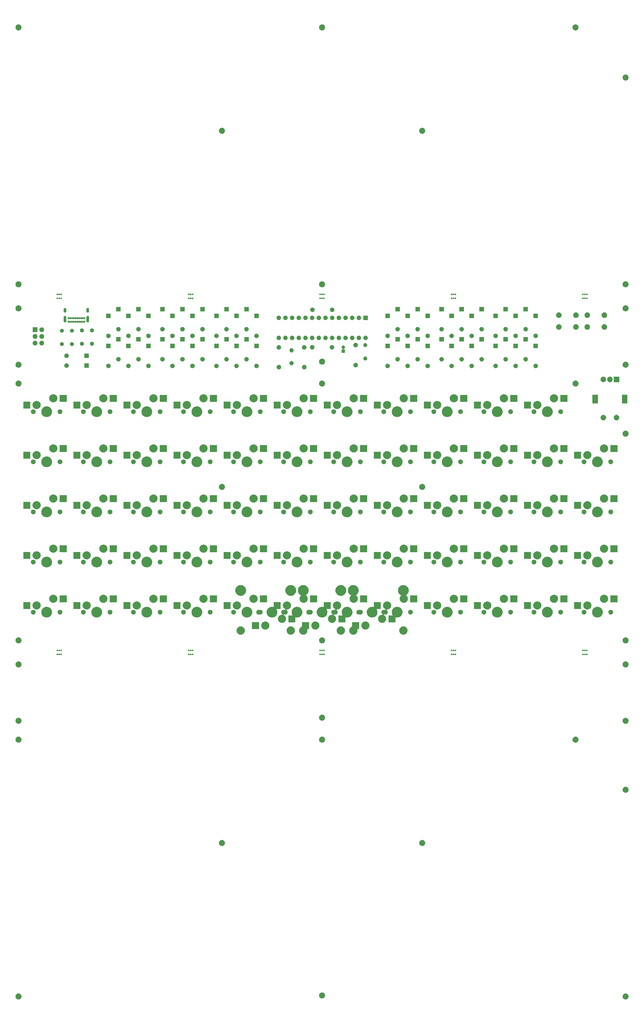
<source format=gbs>
G04 #@! TF.GenerationSoftware,KiCad,Pcbnew,(5.1.5)-3*
G04 #@! TF.CreationDate,2021-01-25T21:32:59-08:00*
G04 #@! TF.ProjectId,framework,6672616d-6577-46f7-926b-2e6b69636164,1*
G04 #@! TF.SameCoordinates,Original*
G04 #@! TF.FileFunction,Soldermask,Bot*
G04 #@! TF.FilePolarity,Negative*
%FSLAX46Y46*%
G04 Gerber Fmt 4.6, Leading zero omitted, Abs format (unit mm)*
G04 Created by KiCad (PCBNEW (5.1.5)-3) date 2021-01-25 21:32:59*
%MOMM*%
%LPD*%
G04 APERTURE LIST*
%ADD10C,0.100000*%
G04 APERTURE END LIST*
D10*
G36*
X333266174Y-466754741D02*
G01*
X333377359Y-466776857D01*
X333586828Y-466863622D01*
X333775345Y-466989585D01*
X333935665Y-467149905D01*
X334061628Y-467338422D01*
X334148393Y-467547891D01*
X334192625Y-467770261D01*
X334192625Y-467996989D01*
X334148393Y-468219359D01*
X334061628Y-468428828D01*
X333935665Y-468617345D01*
X333775345Y-468777665D01*
X333586828Y-468903628D01*
X333377359Y-468990393D01*
X333266174Y-469012509D01*
X333154990Y-469034625D01*
X332928260Y-469034625D01*
X332817076Y-469012509D01*
X332705891Y-468990393D01*
X332496422Y-468903628D01*
X332307905Y-468777665D01*
X332147585Y-468617345D01*
X332021622Y-468428828D01*
X331934857Y-468219359D01*
X331890625Y-467996989D01*
X331890625Y-467770261D01*
X331934857Y-467547891D01*
X332021622Y-467338422D01*
X332147585Y-467149905D01*
X332307905Y-466989585D01*
X332496422Y-466863622D01*
X332705891Y-466776857D01*
X332817076Y-466754741D01*
X332928260Y-466732625D01*
X333154990Y-466732625D01*
X333266174Y-466754741D01*
G37*
G36*
X102284924Y-466754741D02*
G01*
X102396109Y-466776857D01*
X102605578Y-466863622D01*
X102794095Y-466989585D01*
X102954415Y-467149905D01*
X103080378Y-467338422D01*
X103167143Y-467547891D01*
X103211375Y-467770261D01*
X103211375Y-467996989D01*
X103167143Y-468219359D01*
X103080378Y-468428828D01*
X102954415Y-468617345D01*
X102794095Y-468777665D01*
X102605578Y-468903628D01*
X102396109Y-468990393D01*
X102284924Y-469012509D01*
X102173740Y-469034625D01*
X101947010Y-469034625D01*
X101835826Y-469012509D01*
X101724641Y-468990393D01*
X101515172Y-468903628D01*
X101326655Y-468777665D01*
X101166335Y-468617345D01*
X101040372Y-468428828D01*
X100953607Y-468219359D01*
X100909375Y-467996989D01*
X100909375Y-467770261D01*
X100953607Y-467547891D01*
X101040372Y-467338422D01*
X101166335Y-467149905D01*
X101326655Y-466989585D01*
X101515172Y-466863622D01*
X101724641Y-466776857D01*
X101835826Y-466754741D01*
X101947010Y-466732625D01*
X102173740Y-466732625D01*
X102284924Y-466754741D01*
G37*
G36*
X217775549Y-466373491D02*
G01*
X217886734Y-466395607D01*
X218096203Y-466482372D01*
X218284720Y-466608335D01*
X218445040Y-466768655D01*
X218571003Y-466957172D01*
X218657768Y-467166641D01*
X218702000Y-467389011D01*
X218702000Y-467615739D01*
X218657768Y-467838109D01*
X218571003Y-468047578D01*
X218445040Y-468236095D01*
X218284720Y-468396415D01*
X218096203Y-468522378D01*
X217886734Y-468609143D01*
X217775549Y-468631259D01*
X217664365Y-468653375D01*
X217437635Y-468653375D01*
X217326451Y-468631259D01*
X217215266Y-468609143D01*
X217005797Y-468522378D01*
X216817280Y-468396415D01*
X216656960Y-468236095D01*
X216530997Y-468047578D01*
X216444232Y-467838109D01*
X216400000Y-467615739D01*
X216400000Y-467389011D01*
X216444232Y-467166641D01*
X216530997Y-466957172D01*
X216656960Y-466768655D01*
X216817280Y-466608335D01*
X217005797Y-466482372D01*
X217215266Y-466395607D01*
X217326451Y-466373491D01*
X217437635Y-466351375D01*
X217664365Y-466351375D01*
X217775549Y-466373491D01*
G37*
G36*
X179675549Y-408414116D02*
G01*
X179786734Y-408436232D01*
X179996203Y-408522997D01*
X180184720Y-408648960D01*
X180345040Y-408809280D01*
X180471003Y-408997797D01*
X180557768Y-409207266D01*
X180602000Y-409429636D01*
X180602000Y-409656364D01*
X180557768Y-409878734D01*
X180471003Y-410088203D01*
X180345040Y-410276720D01*
X180184720Y-410437040D01*
X179996203Y-410563003D01*
X179786734Y-410649768D01*
X179675549Y-410671884D01*
X179564365Y-410694000D01*
X179337635Y-410694000D01*
X179226451Y-410671884D01*
X179115266Y-410649768D01*
X178905797Y-410563003D01*
X178717280Y-410437040D01*
X178556960Y-410276720D01*
X178430997Y-410088203D01*
X178344232Y-409878734D01*
X178300000Y-409656364D01*
X178300000Y-409429636D01*
X178344232Y-409207266D01*
X178430997Y-408997797D01*
X178556960Y-408809280D01*
X178717280Y-408648960D01*
X178905797Y-408522997D01*
X179115266Y-408436232D01*
X179226451Y-408414116D01*
X179337635Y-408392000D01*
X179564365Y-408392000D01*
X179675549Y-408414116D01*
G37*
G36*
X255875549Y-408414116D02*
G01*
X255986734Y-408436232D01*
X256196203Y-408522997D01*
X256384720Y-408648960D01*
X256545040Y-408809280D01*
X256671003Y-408997797D01*
X256757768Y-409207266D01*
X256802000Y-409429636D01*
X256802000Y-409656364D01*
X256757768Y-409878734D01*
X256671003Y-410088203D01*
X256545040Y-410276720D01*
X256384720Y-410437040D01*
X256196203Y-410563003D01*
X255986734Y-410649768D01*
X255875549Y-410671884D01*
X255764365Y-410694000D01*
X255537635Y-410694000D01*
X255426451Y-410671884D01*
X255315266Y-410649768D01*
X255105797Y-410563003D01*
X254917280Y-410437040D01*
X254756960Y-410276720D01*
X254630997Y-410088203D01*
X254544232Y-409878734D01*
X254500000Y-409656364D01*
X254500000Y-409429636D01*
X254544232Y-409207266D01*
X254630997Y-408997797D01*
X254756960Y-408809280D01*
X254917280Y-408648960D01*
X255105797Y-408522997D01*
X255315266Y-408436232D01*
X255426451Y-408414116D01*
X255537635Y-408392000D01*
X255764365Y-408392000D01*
X255875549Y-408414116D01*
G37*
G36*
X333266174Y-388173491D02*
G01*
X333377359Y-388195607D01*
X333586828Y-388282372D01*
X333775345Y-388408335D01*
X333935665Y-388568655D01*
X334061628Y-388757172D01*
X334148393Y-388966641D01*
X334192625Y-389189011D01*
X334192625Y-389415739D01*
X334148393Y-389638109D01*
X334061628Y-389847578D01*
X333935665Y-390036095D01*
X333775345Y-390196415D01*
X333586828Y-390322378D01*
X333377359Y-390409143D01*
X333266174Y-390431259D01*
X333154990Y-390453375D01*
X332928260Y-390453375D01*
X332817076Y-390431259D01*
X332705891Y-390409143D01*
X332496422Y-390322378D01*
X332307905Y-390196415D01*
X332147585Y-390036095D01*
X332021622Y-389847578D01*
X331934857Y-389638109D01*
X331890625Y-389415739D01*
X331890625Y-389189011D01*
X331934857Y-388966641D01*
X332021622Y-388757172D01*
X332147585Y-388568655D01*
X332307905Y-388408335D01*
X332496422Y-388282372D01*
X332705891Y-388195607D01*
X332817076Y-388173491D01*
X332928260Y-388151375D01*
X333154990Y-388151375D01*
X333266174Y-388173491D01*
G37*
G36*
X314216174Y-369123491D02*
G01*
X314327359Y-369145607D01*
X314536828Y-369232372D01*
X314725345Y-369358335D01*
X314885665Y-369518655D01*
X315011628Y-369707172D01*
X315098393Y-369916641D01*
X315142625Y-370139011D01*
X315142625Y-370365739D01*
X315098393Y-370588109D01*
X315011628Y-370797578D01*
X314885665Y-370986095D01*
X314725345Y-371146415D01*
X314536828Y-371272378D01*
X314327359Y-371359143D01*
X314216174Y-371381259D01*
X314104990Y-371403375D01*
X313878260Y-371403375D01*
X313767076Y-371381259D01*
X313655891Y-371359143D01*
X313446422Y-371272378D01*
X313257905Y-371146415D01*
X313097585Y-370986095D01*
X312971622Y-370797578D01*
X312884857Y-370588109D01*
X312840625Y-370365739D01*
X312840625Y-370139011D01*
X312884857Y-369916641D01*
X312971622Y-369707172D01*
X313097585Y-369518655D01*
X313257905Y-369358335D01*
X313446422Y-369232372D01*
X313655891Y-369145607D01*
X313767076Y-369123491D01*
X313878260Y-369101375D01*
X314104990Y-369101375D01*
X314216174Y-369123491D01*
G37*
G36*
X217775549Y-369123491D02*
G01*
X217886734Y-369145607D01*
X218096203Y-369232372D01*
X218284720Y-369358335D01*
X218445040Y-369518655D01*
X218571003Y-369707172D01*
X218657768Y-369916641D01*
X218702000Y-370139011D01*
X218702000Y-370365739D01*
X218657768Y-370588109D01*
X218571003Y-370797578D01*
X218445040Y-370986095D01*
X218284720Y-371146415D01*
X218096203Y-371272378D01*
X217886734Y-371359143D01*
X217775549Y-371381259D01*
X217664365Y-371403375D01*
X217437635Y-371403375D01*
X217326451Y-371381259D01*
X217215266Y-371359143D01*
X217005797Y-371272378D01*
X216817280Y-371146415D01*
X216656960Y-370986095D01*
X216530997Y-370797578D01*
X216444232Y-370588109D01*
X216400000Y-370365739D01*
X216400000Y-370139011D01*
X216444232Y-369916641D01*
X216530997Y-369707172D01*
X216656960Y-369518655D01*
X216817280Y-369358335D01*
X217005797Y-369232372D01*
X217215266Y-369145607D01*
X217326451Y-369123491D01*
X217437635Y-369101375D01*
X217664365Y-369101375D01*
X217775549Y-369123491D01*
G37*
G36*
X102284924Y-369123491D02*
G01*
X102396109Y-369145607D01*
X102605578Y-369232372D01*
X102794095Y-369358335D01*
X102954415Y-369518655D01*
X103080378Y-369707172D01*
X103167143Y-369916641D01*
X103211375Y-370139011D01*
X103211375Y-370365739D01*
X103167143Y-370588109D01*
X103080378Y-370797578D01*
X102954415Y-370986095D01*
X102794095Y-371146415D01*
X102605578Y-371272378D01*
X102396109Y-371359143D01*
X102284924Y-371381259D01*
X102173740Y-371403375D01*
X101947010Y-371403375D01*
X101835826Y-371381259D01*
X101724641Y-371359143D01*
X101515172Y-371272378D01*
X101326655Y-371146415D01*
X101166335Y-370986095D01*
X101040372Y-370797578D01*
X100953607Y-370588109D01*
X100909375Y-370365739D01*
X100909375Y-370139011D01*
X100953607Y-369916641D01*
X101040372Y-369707172D01*
X101166335Y-369518655D01*
X101326655Y-369358335D01*
X101515172Y-369232372D01*
X101724641Y-369145607D01*
X101835826Y-369123491D01*
X101947010Y-369101375D01*
X102173740Y-369101375D01*
X102284924Y-369123491D01*
G37*
G36*
X102284924Y-361979711D02*
G01*
X102396109Y-362001827D01*
X102605578Y-362088592D01*
X102794095Y-362214555D01*
X102954415Y-362374875D01*
X103080378Y-362563392D01*
X103167143Y-362772861D01*
X103211375Y-362995231D01*
X103211375Y-363221959D01*
X103167143Y-363444329D01*
X103080378Y-363653798D01*
X102954415Y-363842315D01*
X102794095Y-364002635D01*
X102605578Y-364128598D01*
X102396109Y-364215363D01*
X102284924Y-364237479D01*
X102173740Y-364259595D01*
X101947010Y-364259595D01*
X101835826Y-364237479D01*
X101724641Y-364215363D01*
X101515172Y-364128598D01*
X101326655Y-364002635D01*
X101166335Y-363842315D01*
X101040372Y-363653798D01*
X100953607Y-363444329D01*
X100909375Y-363221959D01*
X100909375Y-362995231D01*
X100953607Y-362772861D01*
X101040372Y-362563392D01*
X101166335Y-362374875D01*
X101326655Y-362214555D01*
X101515172Y-362088592D01*
X101724641Y-362001827D01*
X101835826Y-361979711D01*
X101947010Y-361957595D01*
X102173740Y-361957595D01*
X102284924Y-361979711D01*
G37*
G36*
X333267144Y-361979711D02*
G01*
X333378329Y-362001827D01*
X333587798Y-362088592D01*
X333776315Y-362214555D01*
X333936635Y-362374875D01*
X334062598Y-362563392D01*
X334149363Y-362772861D01*
X334193595Y-362995231D01*
X334193595Y-363221959D01*
X334149363Y-363444329D01*
X334062598Y-363653798D01*
X333936635Y-363842315D01*
X333776315Y-364002635D01*
X333587798Y-364128598D01*
X333378329Y-364215363D01*
X333267144Y-364237479D01*
X333155960Y-364259595D01*
X332929230Y-364259595D01*
X332818046Y-364237479D01*
X332706861Y-364215363D01*
X332497392Y-364128598D01*
X332308875Y-364002635D01*
X332148555Y-363842315D01*
X332022592Y-363653798D01*
X331935827Y-363444329D01*
X331891595Y-363221959D01*
X331891595Y-362995231D01*
X331935827Y-362772861D01*
X332022592Y-362563392D01*
X332148555Y-362374875D01*
X332308875Y-362214555D01*
X332497392Y-362088592D01*
X332706861Y-362001827D01*
X332818046Y-361979711D01*
X332929230Y-361957595D01*
X333155960Y-361957595D01*
X333267144Y-361979711D01*
G37*
G36*
X217776034Y-360789081D02*
G01*
X217887219Y-360811197D01*
X218096688Y-360897962D01*
X218285205Y-361023925D01*
X218445525Y-361184245D01*
X218571488Y-361372762D01*
X218658253Y-361582231D01*
X218702485Y-361804601D01*
X218702485Y-362031329D01*
X218658253Y-362253699D01*
X218571488Y-362463168D01*
X218445525Y-362651685D01*
X218285205Y-362812005D01*
X218096688Y-362937968D01*
X217887219Y-363024733D01*
X217776034Y-363046849D01*
X217664850Y-363068965D01*
X217438120Y-363068965D01*
X217326936Y-363046849D01*
X217215751Y-363024733D01*
X217006282Y-362937968D01*
X216817765Y-362812005D01*
X216657445Y-362651685D01*
X216531482Y-362463168D01*
X216444717Y-362253699D01*
X216400485Y-362031329D01*
X216400485Y-361804601D01*
X216444717Y-361582231D01*
X216531482Y-361372762D01*
X216657445Y-361184245D01*
X216817765Y-361023925D01*
X217006282Y-360897962D01*
X217215751Y-360811197D01*
X217326936Y-360789081D01*
X217438120Y-360766965D01*
X217664850Y-360766965D01*
X217776034Y-360789081D01*
G37*
G36*
X333266174Y-340548491D02*
G01*
X333377359Y-340570607D01*
X333586828Y-340657372D01*
X333775345Y-340783335D01*
X333935665Y-340943655D01*
X334061628Y-341132172D01*
X334148393Y-341341641D01*
X334192625Y-341564011D01*
X334192625Y-341790739D01*
X334148393Y-342013109D01*
X334061628Y-342222578D01*
X333935665Y-342411095D01*
X333775345Y-342571415D01*
X333586828Y-342697378D01*
X333377359Y-342784143D01*
X333266174Y-342806259D01*
X333154990Y-342828375D01*
X332928260Y-342828375D01*
X332817076Y-342806259D01*
X332705891Y-342784143D01*
X332496422Y-342697378D01*
X332307905Y-342571415D01*
X332147585Y-342411095D01*
X332021622Y-342222578D01*
X331934857Y-342013109D01*
X331890625Y-341790739D01*
X331890625Y-341564011D01*
X331934857Y-341341641D01*
X332021622Y-341132172D01*
X332147585Y-340943655D01*
X332307905Y-340783335D01*
X332496422Y-340657372D01*
X332705891Y-340570607D01*
X332817076Y-340548491D01*
X332928260Y-340526375D01*
X333154990Y-340526375D01*
X333266174Y-340548491D01*
G37*
G36*
X102284924Y-340548491D02*
G01*
X102396109Y-340570607D01*
X102605578Y-340657372D01*
X102794095Y-340783335D01*
X102954415Y-340943655D01*
X103080378Y-341132172D01*
X103167143Y-341341641D01*
X103211375Y-341564011D01*
X103211375Y-341790739D01*
X103167143Y-342013109D01*
X103080378Y-342222578D01*
X102954415Y-342411095D01*
X102794095Y-342571415D01*
X102605578Y-342697378D01*
X102396109Y-342784143D01*
X102284924Y-342806259D01*
X102173740Y-342828375D01*
X101947010Y-342828375D01*
X101835826Y-342806259D01*
X101724641Y-342784143D01*
X101515172Y-342697378D01*
X101326655Y-342571415D01*
X101166335Y-342411095D01*
X101040372Y-342222578D01*
X100953607Y-342013109D01*
X100909375Y-341790739D01*
X100909375Y-341564011D01*
X100953607Y-341341641D01*
X101040372Y-341132172D01*
X101166335Y-340943655D01*
X101326655Y-340783335D01*
X101515172Y-340657372D01*
X101724641Y-340570607D01*
X101835826Y-340548491D01*
X101947010Y-340526375D01*
X102173740Y-340526375D01*
X102284924Y-340548491D01*
G37*
G36*
X166888797Y-337566067D02*
G01*
X166943575Y-337588757D01*
X166943577Y-337588758D01*
X166992876Y-337621698D01*
X167034802Y-337663624D01*
X167067742Y-337712923D01*
X167072067Y-337719396D01*
X167087612Y-337738338D01*
X167106554Y-337753883D01*
X167128165Y-337765434D01*
X167151614Y-337772547D01*
X167176000Y-337774949D01*
X167200386Y-337772547D01*
X167223835Y-337765434D01*
X167245446Y-337753883D01*
X167264388Y-337738338D01*
X167279933Y-337719396D01*
X167284258Y-337712923D01*
X167317198Y-337663624D01*
X167359124Y-337621698D01*
X167408423Y-337588758D01*
X167408425Y-337588757D01*
X167463203Y-337566067D01*
X167521353Y-337554500D01*
X167580647Y-337554500D01*
X167638797Y-337566067D01*
X167693575Y-337588757D01*
X167693577Y-337588758D01*
X167742876Y-337621698D01*
X167784802Y-337663624D01*
X167817742Y-337712923D01*
X167822067Y-337719396D01*
X167837612Y-337738338D01*
X167856554Y-337753883D01*
X167878165Y-337765434D01*
X167901614Y-337772547D01*
X167926000Y-337774949D01*
X167950386Y-337772547D01*
X167973835Y-337765434D01*
X167995446Y-337753883D01*
X168014388Y-337738338D01*
X168029933Y-337719396D01*
X168034258Y-337712923D01*
X168067198Y-337663624D01*
X168109124Y-337621698D01*
X168158423Y-337588758D01*
X168158425Y-337588757D01*
X168213203Y-337566067D01*
X168271353Y-337554500D01*
X168330647Y-337554500D01*
X168388797Y-337566067D01*
X168443575Y-337588757D01*
X168443577Y-337588758D01*
X168492876Y-337621698D01*
X168534802Y-337663624D01*
X168567742Y-337712923D01*
X168567743Y-337712925D01*
X168590433Y-337767703D01*
X168602000Y-337825853D01*
X168602000Y-337885147D01*
X168590433Y-337943297D01*
X168570423Y-337991604D01*
X168567742Y-337998077D01*
X168534802Y-338047376D01*
X168492876Y-338089302D01*
X168443577Y-338122242D01*
X168443576Y-338122243D01*
X168443575Y-338122243D01*
X168388797Y-338144933D01*
X168330647Y-338156500D01*
X168271353Y-338156500D01*
X168213203Y-338144933D01*
X168158425Y-338122243D01*
X168158424Y-338122243D01*
X168158423Y-338122242D01*
X168109124Y-338089302D01*
X168067198Y-338047376D01*
X168034258Y-337998077D01*
X168034257Y-337998075D01*
X168029933Y-337991604D01*
X168014388Y-337972662D01*
X167995446Y-337957117D01*
X167973835Y-337945566D01*
X167950386Y-337938453D01*
X167926000Y-337936051D01*
X167901614Y-337938453D01*
X167878165Y-337945566D01*
X167856554Y-337957117D01*
X167837612Y-337972662D01*
X167822067Y-337991604D01*
X167817743Y-337998075D01*
X167817742Y-337998077D01*
X167784802Y-338047376D01*
X167742876Y-338089302D01*
X167693577Y-338122242D01*
X167693576Y-338122243D01*
X167693575Y-338122243D01*
X167638797Y-338144933D01*
X167580647Y-338156500D01*
X167521353Y-338156500D01*
X167463203Y-338144933D01*
X167408425Y-338122243D01*
X167408424Y-338122243D01*
X167408423Y-338122242D01*
X167359124Y-338089302D01*
X167317198Y-338047376D01*
X167284258Y-337998077D01*
X167284257Y-337998075D01*
X167279933Y-337991604D01*
X167264388Y-337972662D01*
X167245446Y-337957117D01*
X167223835Y-337945566D01*
X167200386Y-337938453D01*
X167176000Y-337936051D01*
X167151614Y-337938453D01*
X167128165Y-337945566D01*
X167106554Y-337957117D01*
X167087612Y-337972662D01*
X167072067Y-337991604D01*
X167067743Y-337998075D01*
X167067742Y-337998077D01*
X167034802Y-338047376D01*
X166992876Y-338089302D01*
X166943577Y-338122242D01*
X166943576Y-338122243D01*
X166943575Y-338122243D01*
X166888797Y-338144933D01*
X166830647Y-338156500D01*
X166771353Y-338156500D01*
X166713203Y-338144933D01*
X166658425Y-338122243D01*
X166658424Y-338122243D01*
X166658423Y-338122242D01*
X166609124Y-338089302D01*
X166567198Y-338047376D01*
X166534258Y-337998077D01*
X166531577Y-337991604D01*
X166511567Y-337943297D01*
X166500000Y-337885147D01*
X166500000Y-337825853D01*
X166511567Y-337767703D01*
X166534257Y-337712925D01*
X166534258Y-337712923D01*
X166567198Y-337663624D01*
X166609124Y-337621698D01*
X166658423Y-337588758D01*
X166658425Y-337588757D01*
X166713203Y-337566067D01*
X166771353Y-337554500D01*
X166830647Y-337554500D01*
X166888797Y-337566067D01*
G37*
G36*
X116888797Y-337566067D02*
G01*
X116943575Y-337588757D01*
X116943577Y-337588758D01*
X116992876Y-337621698D01*
X117034802Y-337663624D01*
X117067742Y-337712923D01*
X117072067Y-337719396D01*
X117087612Y-337738338D01*
X117106554Y-337753883D01*
X117128165Y-337765434D01*
X117151614Y-337772547D01*
X117176000Y-337774949D01*
X117200386Y-337772547D01*
X117223835Y-337765434D01*
X117245446Y-337753883D01*
X117264388Y-337738338D01*
X117279933Y-337719396D01*
X117284258Y-337712923D01*
X117317198Y-337663624D01*
X117359124Y-337621698D01*
X117408423Y-337588758D01*
X117408425Y-337588757D01*
X117463203Y-337566067D01*
X117521353Y-337554500D01*
X117580647Y-337554500D01*
X117638797Y-337566067D01*
X117693575Y-337588757D01*
X117693577Y-337588758D01*
X117742876Y-337621698D01*
X117784802Y-337663624D01*
X117817742Y-337712923D01*
X117822067Y-337719396D01*
X117837612Y-337738338D01*
X117856554Y-337753883D01*
X117878165Y-337765434D01*
X117901614Y-337772547D01*
X117926000Y-337774949D01*
X117950386Y-337772547D01*
X117973835Y-337765434D01*
X117995446Y-337753883D01*
X118014388Y-337738338D01*
X118029933Y-337719396D01*
X118034258Y-337712923D01*
X118067198Y-337663624D01*
X118109124Y-337621698D01*
X118158423Y-337588758D01*
X118158425Y-337588757D01*
X118213203Y-337566067D01*
X118271353Y-337554500D01*
X118330647Y-337554500D01*
X118388797Y-337566067D01*
X118443575Y-337588757D01*
X118443577Y-337588758D01*
X118492876Y-337621698D01*
X118534802Y-337663624D01*
X118567742Y-337712923D01*
X118567743Y-337712925D01*
X118590433Y-337767703D01*
X118602000Y-337825853D01*
X118602000Y-337885147D01*
X118590433Y-337943297D01*
X118570423Y-337991604D01*
X118567742Y-337998077D01*
X118534802Y-338047376D01*
X118492876Y-338089302D01*
X118443577Y-338122242D01*
X118443576Y-338122243D01*
X118443575Y-338122243D01*
X118388797Y-338144933D01*
X118330647Y-338156500D01*
X118271353Y-338156500D01*
X118213203Y-338144933D01*
X118158425Y-338122243D01*
X118158424Y-338122243D01*
X118158423Y-338122242D01*
X118109124Y-338089302D01*
X118067198Y-338047376D01*
X118034258Y-337998077D01*
X118034257Y-337998075D01*
X118029933Y-337991604D01*
X118014388Y-337972662D01*
X117995446Y-337957117D01*
X117973835Y-337945566D01*
X117950386Y-337938453D01*
X117926000Y-337936051D01*
X117901614Y-337938453D01*
X117878165Y-337945566D01*
X117856554Y-337957117D01*
X117837612Y-337972662D01*
X117822067Y-337991604D01*
X117817743Y-337998075D01*
X117817742Y-337998077D01*
X117784802Y-338047376D01*
X117742876Y-338089302D01*
X117693577Y-338122242D01*
X117693576Y-338122243D01*
X117693575Y-338122243D01*
X117638797Y-338144933D01*
X117580647Y-338156500D01*
X117521353Y-338156500D01*
X117463203Y-338144933D01*
X117408425Y-338122243D01*
X117408424Y-338122243D01*
X117408423Y-338122242D01*
X117359124Y-338089302D01*
X117317198Y-338047376D01*
X117284258Y-337998077D01*
X117284257Y-337998075D01*
X117279933Y-337991604D01*
X117264388Y-337972662D01*
X117245446Y-337957117D01*
X117223835Y-337945566D01*
X117200386Y-337938453D01*
X117176000Y-337936051D01*
X117151614Y-337938453D01*
X117128165Y-337945566D01*
X117106554Y-337957117D01*
X117087612Y-337972662D01*
X117072067Y-337991604D01*
X117067743Y-337998075D01*
X117067742Y-337998077D01*
X117034802Y-338047376D01*
X116992876Y-338089302D01*
X116943577Y-338122242D01*
X116943576Y-338122243D01*
X116943575Y-338122243D01*
X116888797Y-338144933D01*
X116830647Y-338156500D01*
X116771353Y-338156500D01*
X116713203Y-338144933D01*
X116658425Y-338122243D01*
X116658424Y-338122243D01*
X116658423Y-338122242D01*
X116609124Y-338089302D01*
X116567198Y-338047376D01*
X116534258Y-337998077D01*
X116531577Y-337991604D01*
X116511567Y-337943297D01*
X116500000Y-337885147D01*
X116500000Y-337825853D01*
X116511567Y-337767703D01*
X116534257Y-337712925D01*
X116534258Y-337712923D01*
X116567198Y-337663624D01*
X116609124Y-337621698D01*
X116658423Y-337588758D01*
X116658425Y-337588757D01*
X116713203Y-337566067D01*
X116771353Y-337554500D01*
X116830647Y-337554500D01*
X116888797Y-337566067D01*
G37*
G36*
X316888797Y-337566067D02*
G01*
X316943575Y-337588757D01*
X316943577Y-337588758D01*
X316992876Y-337621698D01*
X317034802Y-337663624D01*
X317067742Y-337712923D01*
X317072067Y-337719396D01*
X317087612Y-337738338D01*
X317106554Y-337753883D01*
X317128165Y-337765434D01*
X317151614Y-337772547D01*
X317176000Y-337774949D01*
X317200386Y-337772547D01*
X317223835Y-337765434D01*
X317245446Y-337753883D01*
X317264388Y-337738338D01*
X317279933Y-337719396D01*
X317284258Y-337712923D01*
X317317198Y-337663624D01*
X317359124Y-337621698D01*
X317408423Y-337588758D01*
X317408425Y-337588757D01*
X317463203Y-337566067D01*
X317521353Y-337554500D01*
X317580647Y-337554500D01*
X317638797Y-337566067D01*
X317693575Y-337588757D01*
X317693577Y-337588758D01*
X317742876Y-337621698D01*
X317784802Y-337663624D01*
X317817742Y-337712923D01*
X317822067Y-337719396D01*
X317837612Y-337738338D01*
X317856554Y-337753883D01*
X317878165Y-337765434D01*
X317901614Y-337772547D01*
X317926000Y-337774949D01*
X317950386Y-337772547D01*
X317973835Y-337765434D01*
X317995446Y-337753883D01*
X318014388Y-337738338D01*
X318029933Y-337719396D01*
X318034258Y-337712923D01*
X318067198Y-337663624D01*
X318109124Y-337621698D01*
X318158423Y-337588758D01*
X318158425Y-337588757D01*
X318213203Y-337566067D01*
X318271353Y-337554500D01*
X318330647Y-337554500D01*
X318388797Y-337566067D01*
X318443575Y-337588757D01*
X318443577Y-337588758D01*
X318492876Y-337621698D01*
X318534802Y-337663624D01*
X318567742Y-337712923D01*
X318567743Y-337712925D01*
X318590433Y-337767703D01*
X318602000Y-337825853D01*
X318602000Y-337885147D01*
X318590433Y-337943297D01*
X318570423Y-337991604D01*
X318567742Y-337998077D01*
X318534802Y-338047376D01*
X318492876Y-338089302D01*
X318443577Y-338122242D01*
X318443576Y-338122243D01*
X318443575Y-338122243D01*
X318388797Y-338144933D01*
X318330647Y-338156500D01*
X318271353Y-338156500D01*
X318213203Y-338144933D01*
X318158425Y-338122243D01*
X318158424Y-338122243D01*
X318158423Y-338122242D01*
X318109124Y-338089302D01*
X318067198Y-338047376D01*
X318034258Y-337998077D01*
X318034257Y-337998075D01*
X318029933Y-337991604D01*
X318014388Y-337972662D01*
X317995446Y-337957117D01*
X317973835Y-337945566D01*
X317950386Y-337938453D01*
X317926000Y-337936051D01*
X317901614Y-337938453D01*
X317878165Y-337945566D01*
X317856554Y-337957117D01*
X317837612Y-337972662D01*
X317822067Y-337991604D01*
X317817743Y-337998075D01*
X317817742Y-337998077D01*
X317784802Y-338047376D01*
X317742876Y-338089302D01*
X317693577Y-338122242D01*
X317693576Y-338122243D01*
X317693575Y-338122243D01*
X317638797Y-338144933D01*
X317580647Y-338156500D01*
X317521353Y-338156500D01*
X317463203Y-338144933D01*
X317408425Y-338122243D01*
X317408424Y-338122243D01*
X317408423Y-338122242D01*
X317359124Y-338089302D01*
X317317198Y-338047376D01*
X317284258Y-337998077D01*
X317284257Y-337998075D01*
X317279933Y-337991604D01*
X317264388Y-337972662D01*
X317245446Y-337957117D01*
X317223835Y-337945566D01*
X317200386Y-337938453D01*
X317176000Y-337936051D01*
X317151614Y-337938453D01*
X317128165Y-337945566D01*
X317106554Y-337957117D01*
X317087612Y-337972662D01*
X317072067Y-337991604D01*
X317067743Y-337998075D01*
X317067742Y-337998077D01*
X317034802Y-338047376D01*
X316992876Y-338089302D01*
X316943577Y-338122242D01*
X316943576Y-338122243D01*
X316943575Y-338122243D01*
X316888797Y-338144933D01*
X316830647Y-338156500D01*
X316771353Y-338156500D01*
X316713203Y-338144933D01*
X316658425Y-338122243D01*
X316658424Y-338122243D01*
X316658423Y-338122242D01*
X316609124Y-338089302D01*
X316567198Y-338047376D01*
X316534258Y-337998077D01*
X316531577Y-337991604D01*
X316511567Y-337943297D01*
X316500000Y-337885147D01*
X316500000Y-337825853D01*
X316511567Y-337767703D01*
X316534257Y-337712925D01*
X316534258Y-337712923D01*
X316567198Y-337663624D01*
X316609124Y-337621698D01*
X316658423Y-337588758D01*
X316658425Y-337588757D01*
X316713203Y-337566067D01*
X316771353Y-337554500D01*
X316830647Y-337554500D01*
X316888797Y-337566067D01*
G37*
G36*
X266888797Y-337566067D02*
G01*
X266943575Y-337588757D01*
X266943577Y-337588758D01*
X266992876Y-337621698D01*
X267034802Y-337663624D01*
X267067742Y-337712923D01*
X267072067Y-337719396D01*
X267087612Y-337738338D01*
X267106554Y-337753883D01*
X267128165Y-337765434D01*
X267151614Y-337772547D01*
X267176000Y-337774949D01*
X267200386Y-337772547D01*
X267223835Y-337765434D01*
X267245446Y-337753883D01*
X267264388Y-337738338D01*
X267279933Y-337719396D01*
X267284258Y-337712923D01*
X267317198Y-337663624D01*
X267359124Y-337621698D01*
X267408423Y-337588758D01*
X267408425Y-337588757D01*
X267463203Y-337566067D01*
X267521353Y-337554500D01*
X267580647Y-337554500D01*
X267638797Y-337566067D01*
X267693575Y-337588757D01*
X267693577Y-337588758D01*
X267742876Y-337621698D01*
X267784802Y-337663624D01*
X267817742Y-337712923D01*
X267822067Y-337719396D01*
X267837612Y-337738338D01*
X267856554Y-337753883D01*
X267878165Y-337765434D01*
X267901614Y-337772547D01*
X267926000Y-337774949D01*
X267950386Y-337772547D01*
X267973835Y-337765434D01*
X267995446Y-337753883D01*
X268014388Y-337738338D01*
X268029933Y-337719396D01*
X268034258Y-337712923D01*
X268067198Y-337663624D01*
X268109124Y-337621698D01*
X268158423Y-337588758D01*
X268158425Y-337588757D01*
X268213203Y-337566067D01*
X268271353Y-337554500D01*
X268330647Y-337554500D01*
X268388797Y-337566067D01*
X268443575Y-337588757D01*
X268443577Y-337588758D01*
X268492876Y-337621698D01*
X268534802Y-337663624D01*
X268567742Y-337712923D01*
X268567743Y-337712925D01*
X268590433Y-337767703D01*
X268602000Y-337825853D01*
X268602000Y-337885147D01*
X268590433Y-337943297D01*
X268570423Y-337991604D01*
X268567742Y-337998077D01*
X268534802Y-338047376D01*
X268492876Y-338089302D01*
X268443577Y-338122242D01*
X268443576Y-338122243D01*
X268443575Y-338122243D01*
X268388797Y-338144933D01*
X268330647Y-338156500D01*
X268271353Y-338156500D01*
X268213203Y-338144933D01*
X268158425Y-338122243D01*
X268158424Y-338122243D01*
X268158423Y-338122242D01*
X268109124Y-338089302D01*
X268067198Y-338047376D01*
X268034258Y-337998077D01*
X268034257Y-337998075D01*
X268029933Y-337991604D01*
X268014388Y-337972662D01*
X267995446Y-337957117D01*
X267973835Y-337945566D01*
X267950386Y-337938453D01*
X267926000Y-337936051D01*
X267901614Y-337938453D01*
X267878165Y-337945566D01*
X267856554Y-337957117D01*
X267837612Y-337972662D01*
X267822067Y-337991604D01*
X267817743Y-337998075D01*
X267817742Y-337998077D01*
X267784802Y-338047376D01*
X267742876Y-338089302D01*
X267693577Y-338122242D01*
X267693576Y-338122243D01*
X267693575Y-338122243D01*
X267638797Y-338144933D01*
X267580647Y-338156500D01*
X267521353Y-338156500D01*
X267463203Y-338144933D01*
X267408425Y-338122243D01*
X267408424Y-338122243D01*
X267408423Y-338122242D01*
X267359124Y-338089302D01*
X267317198Y-338047376D01*
X267284258Y-337998077D01*
X267284257Y-337998075D01*
X267279933Y-337991604D01*
X267264388Y-337972662D01*
X267245446Y-337957117D01*
X267223835Y-337945566D01*
X267200386Y-337938453D01*
X267176000Y-337936051D01*
X267151614Y-337938453D01*
X267128165Y-337945566D01*
X267106554Y-337957117D01*
X267087612Y-337972662D01*
X267072067Y-337991604D01*
X267067743Y-337998075D01*
X267067742Y-337998077D01*
X267034802Y-338047376D01*
X266992876Y-338089302D01*
X266943577Y-338122242D01*
X266943576Y-338122243D01*
X266943575Y-338122243D01*
X266888797Y-338144933D01*
X266830647Y-338156500D01*
X266771353Y-338156500D01*
X266713203Y-338144933D01*
X266658425Y-338122243D01*
X266658424Y-338122243D01*
X266658423Y-338122242D01*
X266609124Y-338089302D01*
X266567198Y-338047376D01*
X266534258Y-337998077D01*
X266531577Y-337991604D01*
X266511567Y-337943297D01*
X266500000Y-337885147D01*
X266500000Y-337825853D01*
X266511567Y-337767703D01*
X266534257Y-337712925D01*
X266534258Y-337712923D01*
X266567198Y-337663624D01*
X266609124Y-337621698D01*
X266658423Y-337588758D01*
X266658425Y-337588757D01*
X266713203Y-337566067D01*
X266771353Y-337554500D01*
X266830647Y-337554500D01*
X266888797Y-337566067D01*
G37*
G36*
X216888797Y-337566067D02*
G01*
X216943575Y-337588757D01*
X216943577Y-337588758D01*
X216992876Y-337621698D01*
X217034802Y-337663624D01*
X217067742Y-337712923D01*
X217072067Y-337719396D01*
X217087612Y-337738338D01*
X217106554Y-337753883D01*
X217128165Y-337765434D01*
X217151614Y-337772547D01*
X217176000Y-337774949D01*
X217200386Y-337772547D01*
X217223835Y-337765434D01*
X217245446Y-337753883D01*
X217264388Y-337738338D01*
X217279933Y-337719396D01*
X217284258Y-337712923D01*
X217317198Y-337663624D01*
X217359124Y-337621698D01*
X217408423Y-337588758D01*
X217408425Y-337588757D01*
X217463203Y-337566067D01*
X217521353Y-337554500D01*
X217580647Y-337554500D01*
X217638797Y-337566067D01*
X217693575Y-337588757D01*
X217693577Y-337588758D01*
X217742876Y-337621698D01*
X217784802Y-337663624D01*
X217817742Y-337712923D01*
X217822067Y-337719396D01*
X217837612Y-337738338D01*
X217856554Y-337753883D01*
X217878165Y-337765434D01*
X217901614Y-337772547D01*
X217926000Y-337774949D01*
X217950386Y-337772547D01*
X217973835Y-337765434D01*
X217995446Y-337753883D01*
X218014388Y-337738338D01*
X218029933Y-337719396D01*
X218034258Y-337712923D01*
X218067198Y-337663624D01*
X218109124Y-337621698D01*
X218158423Y-337588758D01*
X218158425Y-337588757D01*
X218213203Y-337566067D01*
X218271353Y-337554500D01*
X218330647Y-337554500D01*
X218388797Y-337566067D01*
X218443575Y-337588757D01*
X218443577Y-337588758D01*
X218492876Y-337621698D01*
X218534802Y-337663624D01*
X218567742Y-337712923D01*
X218567743Y-337712925D01*
X218590433Y-337767703D01*
X218602000Y-337825853D01*
X218602000Y-337885147D01*
X218590433Y-337943297D01*
X218570423Y-337991604D01*
X218567742Y-337998077D01*
X218534802Y-338047376D01*
X218492876Y-338089302D01*
X218443577Y-338122242D01*
X218443576Y-338122243D01*
X218443575Y-338122243D01*
X218388797Y-338144933D01*
X218330647Y-338156500D01*
X218271353Y-338156500D01*
X218213203Y-338144933D01*
X218158425Y-338122243D01*
X218158424Y-338122243D01*
X218158423Y-338122242D01*
X218109124Y-338089302D01*
X218067198Y-338047376D01*
X218034258Y-337998077D01*
X218034257Y-337998075D01*
X218029933Y-337991604D01*
X218014388Y-337972662D01*
X217995446Y-337957117D01*
X217973835Y-337945566D01*
X217950386Y-337938453D01*
X217926000Y-337936051D01*
X217901614Y-337938453D01*
X217878165Y-337945566D01*
X217856554Y-337957117D01*
X217837612Y-337972662D01*
X217822067Y-337991604D01*
X217817743Y-337998075D01*
X217817742Y-337998077D01*
X217784802Y-338047376D01*
X217742876Y-338089302D01*
X217693577Y-338122242D01*
X217693576Y-338122243D01*
X217693575Y-338122243D01*
X217638797Y-338144933D01*
X217580647Y-338156500D01*
X217521353Y-338156500D01*
X217463203Y-338144933D01*
X217408425Y-338122243D01*
X217408424Y-338122243D01*
X217408423Y-338122242D01*
X217359124Y-338089302D01*
X217317198Y-338047376D01*
X217284258Y-337998077D01*
X217284257Y-337998075D01*
X217279933Y-337991604D01*
X217264388Y-337972662D01*
X217245446Y-337957117D01*
X217223835Y-337945566D01*
X217200386Y-337938453D01*
X217176000Y-337936051D01*
X217151614Y-337938453D01*
X217128165Y-337945566D01*
X217106554Y-337957117D01*
X217087612Y-337972662D01*
X217072067Y-337991604D01*
X217067743Y-337998075D01*
X217067742Y-337998077D01*
X217034802Y-338047376D01*
X216992876Y-338089302D01*
X216943577Y-338122242D01*
X216943576Y-338122243D01*
X216943575Y-338122243D01*
X216888797Y-338144933D01*
X216830647Y-338156500D01*
X216771353Y-338156500D01*
X216713203Y-338144933D01*
X216658425Y-338122243D01*
X216658424Y-338122243D01*
X216658423Y-338122242D01*
X216609124Y-338089302D01*
X216567198Y-338047376D01*
X216534258Y-337998077D01*
X216531577Y-337991604D01*
X216511567Y-337943297D01*
X216500000Y-337885147D01*
X216500000Y-337825853D01*
X216511567Y-337767703D01*
X216534257Y-337712925D01*
X216534258Y-337712923D01*
X216567198Y-337663624D01*
X216609124Y-337621698D01*
X216658423Y-337588758D01*
X216658425Y-337588757D01*
X216713203Y-337566067D01*
X216771353Y-337554500D01*
X216830647Y-337554500D01*
X216888797Y-337566067D01*
G37*
G36*
X216888797Y-336066067D02*
G01*
X216943575Y-336088757D01*
X216943577Y-336088758D01*
X216992876Y-336121698D01*
X217034802Y-336163624D01*
X217067742Y-336212923D01*
X217072067Y-336219396D01*
X217087612Y-336238338D01*
X217106554Y-336253883D01*
X217128165Y-336265434D01*
X217151614Y-336272547D01*
X217176000Y-336274949D01*
X217200386Y-336272547D01*
X217223835Y-336265434D01*
X217245446Y-336253883D01*
X217264388Y-336238338D01*
X217279933Y-336219396D01*
X217284258Y-336212923D01*
X217317198Y-336163624D01*
X217359124Y-336121698D01*
X217408423Y-336088758D01*
X217408425Y-336088757D01*
X217463203Y-336066067D01*
X217521353Y-336054500D01*
X217580647Y-336054500D01*
X217638797Y-336066067D01*
X217693575Y-336088757D01*
X217693577Y-336088758D01*
X217742876Y-336121698D01*
X217784802Y-336163624D01*
X217817742Y-336212923D01*
X217822067Y-336219396D01*
X217837612Y-336238338D01*
X217856554Y-336253883D01*
X217878165Y-336265434D01*
X217901614Y-336272547D01*
X217926000Y-336274949D01*
X217950386Y-336272547D01*
X217973835Y-336265434D01*
X217995446Y-336253883D01*
X218014388Y-336238338D01*
X218029933Y-336219396D01*
X218034258Y-336212923D01*
X218067198Y-336163624D01*
X218109124Y-336121698D01*
X218158423Y-336088758D01*
X218158425Y-336088757D01*
X218213203Y-336066067D01*
X218271353Y-336054500D01*
X218330647Y-336054500D01*
X218388797Y-336066067D01*
X218443575Y-336088757D01*
X218443577Y-336088758D01*
X218492876Y-336121698D01*
X218534802Y-336163624D01*
X218567742Y-336212923D01*
X218567743Y-336212925D01*
X218590433Y-336267703D01*
X218602000Y-336325853D01*
X218602000Y-336385147D01*
X218590433Y-336443297D01*
X218570423Y-336491604D01*
X218567742Y-336498077D01*
X218534802Y-336547376D01*
X218492876Y-336589302D01*
X218443577Y-336622242D01*
X218443576Y-336622243D01*
X218443575Y-336622243D01*
X218388797Y-336644933D01*
X218330647Y-336656500D01*
X218271353Y-336656500D01*
X218213203Y-336644933D01*
X218158425Y-336622243D01*
X218158424Y-336622243D01*
X218158423Y-336622242D01*
X218109124Y-336589302D01*
X218067198Y-336547376D01*
X218034258Y-336498077D01*
X218034257Y-336498075D01*
X218029933Y-336491604D01*
X218014388Y-336472662D01*
X217995446Y-336457117D01*
X217973835Y-336445566D01*
X217950386Y-336438453D01*
X217926000Y-336436051D01*
X217901614Y-336438453D01*
X217878165Y-336445566D01*
X217856554Y-336457117D01*
X217837612Y-336472662D01*
X217822067Y-336491604D01*
X217817743Y-336498075D01*
X217817742Y-336498077D01*
X217784802Y-336547376D01*
X217742876Y-336589302D01*
X217693577Y-336622242D01*
X217693576Y-336622243D01*
X217693575Y-336622243D01*
X217638797Y-336644933D01*
X217580647Y-336656500D01*
X217521353Y-336656500D01*
X217463203Y-336644933D01*
X217408425Y-336622243D01*
X217408424Y-336622243D01*
X217408423Y-336622242D01*
X217359124Y-336589302D01*
X217317198Y-336547376D01*
X217284258Y-336498077D01*
X217284257Y-336498075D01*
X217279933Y-336491604D01*
X217264388Y-336472662D01*
X217245446Y-336457117D01*
X217223835Y-336445566D01*
X217200386Y-336438453D01*
X217176000Y-336436051D01*
X217151614Y-336438453D01*
X217128165Y-336445566D01*
X217106554Y-336457117D01*
X217087612Y-336472662D01*
X217072067Y-336491604D01*
X217067743Y-336498075D01*
X217067742Y-336498077D01*
X217034802Y-336547376D01*
X216992876Y-336589302D01*
X216943577Y-336622242D01*
X216943576Y-336622243D01*
X216943575Y-336622243D01*
X216888797Y-336644933D01*
X216830647Y-336656500D01*
X216771353Y-336656500D01*
X216713203Y-336644933D01*
X216658425Y-336622243D01*
X216658424Y-336622243D01*
X216658423Y-336622242D01*
X216609124Y-336589302D01*
X216567198Y-336547376D01*
X216534258Y-336498077D01*
X216531577Y-336491604D01*
X216511567Y-336443297D01*
X216500000Y-336385147D01*
X216500000Y-336325853D01*
X216511567Y-336267703D01*
X216534257Y-336212925D01*
X216534258Y-336212923D01*
X216567198Y-336163624D01*
X216609124Y-336121698D01*
X216658423Y-336088758D01*
X216658425Y-336088757D01*
X216713203Y-336066067D01*
X216771353Y-336054500D01*
X216830647Y-336054500D01*
X216888797Y-336066067D01*
G37*
G36*
X266888797Y-336066067D02*
G01*
X266943575Y-336088757D01*
X266943577Y-336088758D01*
X266992876Y-336121698D01*
X267034802Y-336163624D01*
X267067742Y-336212923D01*
X267072067Y-336219396D01*
X267087612Y-336238338D01*
X267106554Y-336253883D01*
X267128165Y-336265434D01*
X267151614Y-336272547D01*
X267176000Y-336274949D01*
X267200386Y-336272547D01*
X267223835Y-336265434D01*
X267245446Y-336253883D01*
X267264388Y-336238338D01*
X267279933Y-336219396D01*
X267284258Y-336212923D01*
X267317198Y-336163624D01*
X267359124Y-336121698D01*
X267408423Y-336088758D01*
X267408425Y-336088757D01*
X267463203Y-336066067D01*
X267521353Y-336054500D01*
X267580647Y-336054500D01*
X267638797Y-336066067D01*
X267693575Y-336088757D01*
X267693577Y-336088758D01*
X267742876Y-336121698D01*
X267784802Y-336163624D01*
X267817742Y-336212923D01*
X267822067Y-336219396D01*
X267837612Y-336238338D01*
X267856554Y-336253883D01*
X267878165Y-336265434D01*
X267901614Y-336272547D01*
X267926000Y-336274949D01*
X267950386Y-336272547D01*
X267973835Y-336265434D01*
X267995446Y-336253883D01*
X268014388Y-336238338D01*
X268029933Y-336219396D01*
X268034258Y-336212923D01*
X268067198Y-336163624D01*
X268109124Y-336121698D01*
X268158423Y-336088758D01*
X268158425Y-336088757D01*
X268213203Y-336066067D01*
X268271353Y-336054500D01*
X268330647Y-336054500D01*
X268388797Y-336066067D01*
X268443575Y-336088757D01*
X268443577Y-336088758D01*
X268492876Y-336121698D01*
X268534802Y-336163624D01*
X268567742Y-336212923D01*
X268567743Y-336212925D01*
X268590433Y-336267703D01*
X268602000Y-336325853D01*
X268602000Y-336385147D01*
X268590433Y-336443297D01*
X268570423Y-336491604D01*
X268567742Y-336498077D01*
X268534802Y-336547376D01*
X268492876Y-336589302D01*
X268443577Y-336622242D01*
X268443576Y-336622243D01*
X268443575Y-336622243D01*
X268388797Y-336644933D01*
X268330647Y-336656500D01*
X268271353Y-336656500D01*
X268213203Y-336644933D01*
X268158425Y-336622243D01*
X268158424Y-336622243D01*
X268158423Y-336622242D01*
X268109124Y-336589302D01*
X268067198Y-336547376D01*
X268034258Y-336498077D01*
X268034257Y-336498075D01*
X268029933Y-336491604D01*
X268014388Y-336472662D01*
X267995446Y-336457117D01*
X267973835Y-336445566D01*
X267950386Y-336438453D01*
X267926000Y-336436051D01*
X267901614Y-336438453D01*
X267878165Y-336445566D01*
X267856554Y-336457117D01*
X267837612Y-336472662D01*
X267822067Y-336491604D01*
X267817743Y-336498075D01*
X267817742Y-336498077D01*
X267784802Y-336547376D01*
X267742876Y-336589302D01*
X267693577Y-336622242D01*
X267693576Y-336622243D01*
X267693575Y-336622243D01*
X267638797Y-336644933D01*
X267580647Y-336656500D01*
X267521353Y-336656500D01*
X267463203Y-336644933D01*
X267408425Y-336622243D01*
X267408424Y-336622243D01*
X267408423Y-336622242D01*
X267359124Y-336589302D01*
X267317198Y-336547376D01*
X267284258Y-336498077D01*
X267284257Y-336498075D01*
X267279933Y-336491604D01*
X267264388Y-336472662D01*
X267245446Y-336457117D01*
X267223835Y-336445566D01*
X267200386Y-336438453D01*
X267176000Y-336436051D01*
X267151614Y-336438453D01*
X267128165Y-336445566D01*
X267106554Y-336457117D01*
X267087612Y-336472662D01*
X267072067Y-336491604D01*
X267067743Y-336498075D01*
X267067742Y-336498077D01*
X267034802Y-336547376D01*
X266992876Y-336589302D01*
X266943577Y-336622242D01*
X266943576Y-336622243D01*
X266943575Y-336622243D01*
X266888797Y-336644933D01*
X266830647Y-336656500D01*
X266771353Y-336656500D01*
X266713203Y-336644933D01*
X266658425Y-336622243D01*
X266658424Y-336622243D01*
X266658423Y-336622242D01*
X266609124Y-336589302D01*
X266567198Y-336547376D01*
X266534258Y-336498077D01*
X266531577Y-336491604D01*
X266511567Y-336443297D01*
X266500000Y-336385147D01*
X266500000Y-336325853D01*
X266511567Y-336267703D01*
X266534257Y-336212925D01*
X266534258Y-336212923D01*
X266567198Y-336163624D01*
X266609124Y-336121698D01*
X266658423Y-336088758D01*
X266658425Y-336088757D01*
X266713203Y-336066067D01*
X266771353Y-336054500D01*
X266830647Y-336054500D01*
X266888797Y-336066067D01*
G37*
G36*
X116888797Y-336066067D02*
G01*
X116943575Y-336088757D01*
X116943577Y-336088758D01*
X116992876Y-336121698D01*
X117034802Y-336163624D01*
X117067742Y-336212923D01*
X117072067Y-336219396D01*
X117087612Y-336238338D01*
X117106554Y-336253883D01*
X117128165Y-336265434D01*
X117151614Y-336272547D01*
X117176000Y-336274949D01*
X117200386Y-336272547D01*
X117223835Y-336265434D01*
X117245446Y-336253883D01*
X117264388Y-336238338D01*
X117279933Y-336219396D01*
X117284258Y-336212923D01*
X117317198Y-336163624D01*
X117359124Y-336121698D01*
X117408423Y-336088758D01*
X117408425Y-336088757D01*
X117463203Y-336066067D01*
X117521353Y-336054500D01*
X117580647Y-336054500D01*
X117638797Y-336066067D01*
X117693575Y-336088757D01*
X117693577Y-336088758D01*
X117742876Y-336121698D01*
X117784802Y-336163624D01*
X117817742Y-336212923D01*
X117822067Y-336219396D01*
X117837612Y-336238338D01*
X117856554Y-336253883D01*
X117878165Y-336265434D01*
X117901614Y-336272547D01*
X117926000Y-336274949D01*
X117950386Y-336272547D01*
X117973835Y-336265434D01*
X117995446Y-336253883D01*
X118014388Y-336238338D01*
X118029933Y-336219396D01*
X118034258Y-336212923D01*
X118067198Y-336163624D01*
X118109124Y-336121698D01*
X118158423Y-336088758D01*
X118158425Y-336088757D01*
X118213203Y-336066067D01*
X118271353Y-336054500D01*
X118330647Y-336054500D01*
X118388797Y-336066067D01*
X118443575Y-336088757D01*
X118443577Y-336088758D01*
X118492876Y-336121698D01*
X118534802Y-336163624D01*
X118567742Y-336212923D01*
X118567743Y-336212925D01*
X118590433Y-336267703D01*
X118602000Y-336325853D01*
X118602000Y-336385147D01*
X118590433Y-336443297D01*
X118570423Y-336491604D01*
X118567742Y-336498077D01*
X118534802Y-336547376D01*
X118492876Y-336589302D01*
X118443577Y-336622242D01*
X118443576Y-336622243D01*
X118443575Y-336622243D01*
X118388797Y-336644933D01*
X118330647Y-336656500D01*
X118271353Y-336656500D01*
X118213203Y-336644933D01*
X118158425Y-336622243D01*
X118158424Y-336622243D01*
X118158423Y-336622242D01*
X118109124Y-336589302D01*
X118067198Y-336547376D01*
X118034258Y-336498077D01*
X118034257Y-336498075D01*
X118029933Y-336491604D01*
X118014388Y-336472662D01*
X117995446Y-336457117D01*
X117973835Y-336445566D01*
X117950386Y-336438453D01*
X117926000Y-336436051D01*
X117901614Y-336438453D01*
X117878165Y-336445566D01*
X117856554Y-336457117D01*
X117837612Y-336472662D01*
X117822067Y-336491604D01*
X117817743Y-336498075D01*
X117817742Y-336498077D01*
X117784802Y-336547376D01*
X117742876Y-336589302D01*
X117693577Y-336622242D01*
X117693576Y-336622243D01*
X117693575Y-336622243D01*
X117638797Y-336644933D01*
X117580647Y-336656500D01*
X117521353Y-336656500D01*
X117463203Y-336644933D01*
X117408425Y-336622243D01*
X117408424Y-336622243D01*
X117408423Y-336622242D01*
X117359124Y-336589302D01*
X117317198Y-336547376D01*
X117284258Y-336498077D01*
X117284257Y-336498075D01*
X117279933Y-336491604D01*
X117264388Y-336472662D01*
X117245446Y-336457117D01*
X117223835Y-336445566D01*
X117200386Y-336438453D01*
X117176000Y-336436051D01*
X117151614Y-336438453D01*
X117128165Y-336445566D01*
X117106554Y-336457117D01*
X117087612Y-336472662D01*
X117072067Y-336491604D01*
X117067743Y-336498075D01*
X117067742Y-336498077D01*
X117034802Y-336547376D01*
X116992876Y-336589302D01*
X116943577Y-336622242D01*
X116943576Y-336622243D01*
X116943575Y-336622243D01*
X116888797Y-336644933D01*
X116830647Y-336656500D01*
X116771353Y-336656500D01*
X116713203Y-336644933D01*
X116658425Y-336622243D01*
X116658424Y-336622243D01*
X116658423Y-336622242D01*
X116609124Y-336589302D01*
X116567198Y-336547376D01*
X116534258Y-336498077D01*
X116531577Y-336491604D01*
X116511567Y-336443297D01*
X116500000Y-336385147D01*
X116500000Y-336325853D01*
X116511567Y-336267703D01*
X116534257Y-336212925D01*
X116534258Y-336212923D01*
X116567198Y-336163624D01*
X116609124Y-336121698D01*
X116658423Y-336088758D01*
X116658425Y-336088757D01*
X116713203Y-336066067D01*
X116771353Y-336054500D01*
X116830647Y-336054500D01*
X116888797Y-336066067D01*
G37*
G36*
X166888797Y-336066067D02*
G01*
X166943575Y-336088757D01*
X166943577Y-336088758D01*
X166992876Y-336121698D01*
X167034802Y-336163624D01*
X167067742Y-336212923D01*
X167072067Y-336219396D01*
X167087612Y-336238338D01*
X167106554Y-336253883D01*
X167128165Y-336265434D01*
X167151614Y-336272547D01*
X167176000Y-336274949D01*
X167200386Y-336272547D01*
X167223835Y-336265434D01*
X167245446Y-336253883D01*
X167264388Y-336238338D01*
X167279933Y-336219396D01*
X167284258Y-336212923D01*
X167317198Y-336163624D01*
X167359124Y-336121698D01*
X167408423Y-336088758D01*
X167408425Y-336088757D01*
X167463203Y-336066067D01*
X167521353Y-336054500D01*
X167580647Y-336054500D01*
X167638797Y-336066067D01*
X167693575Y-336088757D01*
X167693577Y-336088758D01*
X167742876Y-336121698D01*
X167784802Y-336163624D01*
X167817742Y-336212923D01*
X167822067Y-336219396D01*
X167837612Y-336238338D01*
X167856554Y-336253883D01*
X167878165Y-336265434D01*
X167901614Y-336272547D01*
X167926000Y-336274949D01*
X167950386Y-336272547D01*
X167973835Y-336265434D01*
X167995446Y-336253883D01*
X168014388Y-336238338D01*
X168029933Y-336219396D01*
X168034258Y-336212923D01*
X168067198Y-336163624D01*
X168109124Y-336121698D01*
X168158423Y-336088758D01*
X168158425Y-336088757D01*
X168213203Y-336066067D01*
X168271353Y-336054500D01*
X168330647Y-336054500D01*
X168388797Y-336066067D01*
X168443575Y-336088757D01*
X168443577Y-336088758D01*
X168492876Y-336121698D01*
X168534802Y-336163624D01*
X168567742Y-336212923D01*
X168567743Y-336212925D01*
X168590433Y-336267703D01*
X168602000Y-336325853D01*
X168602000Y-336385147D01*
X168590433Y-336443297D01*
X168570423Y-336491604D01*
X168567742Y-336498077D01*
X168534802Y-336547376D01*
X168492876Y-336589302D01*
X168443577Y-336622242D01*
X168443576Y-336622243D01*
X168443575Y-336622243D01*
X168388797Y-336644933D01*
X168330647Y-336656500D01*
X168271353Y-336656500D01*
X168213203Y-336644933D01*
X168158425Y-336622243D01*
X168158424Y-336622243D01*
X168158423Y-336622242D01*
X168109124Y-336589302D01*
X168067198Y-336547376D01*
X168034258Y-336498077D01*
X168034257Y-336498075D01*
X168029933Y-336491604D01*
X168014388Y-336472662D01*
X167995446Y-336457117D01*
X167973835Y-336445566D01*
X167950386Y-336438453D01*
X167926000Y-336436051D01*
X167901614Y-336438453D01*
X167878165Y-336445566D01*
X167856554Y-336457117D01*
X167837612Y-336472662D01*
X167822067Y-336491604D01*
X167817743Y-336498075D01*
X167817742Y-336498077D01*
X167784802Y-336547376D01*
X167742876Y-336589302D01*
X167693577Y-336622242D01*
X167693576Y-336622243D01*
X167693575Y-336622243D01*
X167638797Y-336644933D01*
X167580647Y-336656500D01*
X167521353Y-336656500D01*
X167463203Y-336644933D01*
X167408425Y-336622243D01*
X167408424Y-336622243D01*
X167408423Y-336622242D01*
X167359124Y-336589302D01*
X167317198Y-336547376D01*
X167284258Y-336498077D01*
X167284257Y-336498075D01*
X167279933Y-336491604D01*
X167264388Y-336472662D01*
X167245446Y-336457117D01*
X167223835Y-336445566D01*
X167200386Y-336438453D01*
X167176000Y-336436051D01*
X167151614Y-336438453D01*
X167128165Y-336445566D01*
X167106554Y-336457117D01*
X167087612Y-336472662D01*
X167072067Y-336491604D01*
X167067743Y-336498075D01*
X167067742Y-336498077D01*
X167034802Y-336547376D01*
X166992876Y-336589302D01*
X166943577Y-336622242D01*
X166943576Y-336622243D01*
X166943575Y-336622243D01*
X166888797Y-336644933D01*
X166830647Y-336656500D01*
X166771353Y-336656500D01*
X166713203Y-336644933D01*
X166658425Y-336622243D01*
X166658424Y-336622243D01*
X166658423Y-336622242D01*
X166609124Y-336589302D01*
X166567198Y-336547376D01*
X166534258Y-336498077D01*
X166531577Y-336491604D01*
X166511567Y-336443297D01*
X166500000Y-336385147D01*
X166500000Y-336325853D01*
X166511567Y-336267703D01*
X166534257Y-336212925D01*
X166534258Y-336212923D01*
X166567198Y-336163624D01*
X166609124Y-336121698D01*
X166658423Y-336088758D01*
X166658425Y-336088757D01*
X166713203Y-336066067D01*
X166771353Y-336054500D01*
X166830647Y-336054500D01*
X166888797Y-336066067D01*
G37*
G36*
X316888797Y-336066067D02*
G01*
X316943575Y-336088757D01*
X316943577Y-336088758D01*
X316992876Y-336121698D01*
X317034802Y-336163624D01*
X317067742Y-336212923D01*
X317072067Y-336219396D01*
X317087612Y-336238338D01*
X317106554Y-336253883D01*
X317128165Y-336265434D01*
X317151614Y-336272547D01*
X317176000Y-336274949D01*
X317200386Y-336272547D01*
X317223835Y-336265434D01*
X317245446Y-336253883D01*
X317264388Y-336238338D01*
X317279933Y-336219396D01*
X317284258Y-336212923D01*
X317317198Y-336163624D01*
X317359124Y-336121698D01*
X317408423Y-336088758D01*
X317408425Y-336088757D01*
X317463203Y-336066067D01*
X317521353Y-336054500D01*
X317580647Y-336054500D01*
X317638797Y-336066067D01*
X317693575Y-336088757D01*
X317693577Y-336088758D01*
X317742876Y-336121698D01*
X317784802Y-336163624D01*
X317817742Y-336212923D01*
X317822067Y-336219396D01*
X317837612Y-336238338D01*
X317856554Y-336253883D01*
X317878165Y-336265434D01*
X317901614Y-336272547D01*
X317926000Y-336274949D01*
X317950386Y-336272547D01*
X317973835Y-336265434D01*
X317995446Y-336253883D01*
X318014388Y-336238338D01*
X318029933Y-336219396D01*
X318034258Y-336212923D01*
X318067198Y-336163624D01*
X318109124Y-336121698D01*
X318158423Y-336088758D01*
X318158425Y-336088757D01*
X318213203Y-336066067D01*
X318271353Y-336054500D01*
X318330647Y-336054500D01*
X318388797Y-336066067D01*
X318443575Y-336088757D01*
X318443577Y-336088758D01*
X318492876Y-336121698D01*
X318534802Y-336163624D01*
X318567742Y-336212923D01*
X318567743Y-336212925D01*
X318590433Y-336267703D01*
X318602000Y-336325853D01*
X318602000Y-336385147D01*
X318590433Y-336443297D01*
X318570423Y-336491604D01*
X318567742Y-336498077D01*
X318534802Y-336547376D01*
X318492876Y-336589302D01*
X318443577Y-336622242D01*
X318443576Y-336622243D01*
X318443575Y-336622243D01*
X318388797Y-336644933D01*
X318330647Y-336656500D01*
X318271353Y-336656500D01*
X318213203Y-336644933D01*
X318158425Y-336622243D01*
X318158424Y-336622243D01*
X318158423Y-336622242D01*
X318109124Y-336589302D01*
X318067198Y-336547376D01*
X318034258Y-336498077D01*
X318034257Y-336498075D01*
X318029933Y-336491604D01*
X318014388Y-336472662D01*
X317995446Y-336457117D01*
X317973835Y-336445566D01*
X317950386Y-336438453D01*
X317926000Y-336436051D01*
X317901614Y-336438453D01*
X317878165Y-336445566D01*
X317856554Y-336457117D01*
X317837612Y-336472662D01*
X317822067Y-336491604D01*
X317817743Y-336498075D01*
X317817742Y-336498077D01*
X317784802Y-336547376D01*
X317742876Y-336589302D01*
X317693577Y-336622242D01*
X317693576Y-336622243D01*
X317693575Y-336622243D01*
X317638797Y-336644933D01*
X317580647Y-336656500D01*
X317521353Y-336656500D01*
X317463203Y-336644933D01*
X317408425Y-336622243D01*
X317408424Y-336622243D01*
X317408423Y-336622242D01*
X317359124Y-336589302D01*
X317317198Y-336547376D01*
X317284258Y-336498077D01*
X317284257Y-336498075D01*
X317279933Y-336491604D01*
X317264388Y-336472662D01*
X317245446Y-336457117D01*
X317223835Y-336445566D01*
X317200386Y-336438453D01*
X317176000Y-336436051D01*
X317151614Y-336438453D01*
X317128165Y-336445566D01*
X317106554Y-336457117D01*
X317087612Y-336472662D01*
X317072067Y-336491604D01*
X317067743Y-336498075D01*
X317067742Y-336498077D01*
X317034802Y-336547376D01*
X316992876Y-336589302D01*
X316943577Y-336622242D01*
X316943576Y-336622243D01*
X316943575Y-336622243D01*
X316888797Y-336644933D01*
X316830647Y-336656500D01*
X316771353Y-336656500D01*
X316713203Y-336644933D01*
X316658425Y-336622243D01*
X316658424Y-336622243D01*
X316658423Y-336622242D01*
X316609124Y-336589302D01*
X316567198Y-336547376D01*
X316534258Y-336498077D01*
X316531577Y-336491604D01*
X316511567Y-336443297D01*
X316500000Y-336385147D01*
X316500000Y-336325853D01*
X316511567Y-336267703D01*
X316534257Y-336212925D01*
X316534258Y-336212923D01*
X316567198Y-336163624D01*
X316609124Y-336121698D01*
X316658423Y-336088758D01*
X316658425Y-336088757D01*
X316713203Y-336066067D01*
X316771353Y-336054500D01*
X316830647Y-336054500D01*
X316888797Y-336066067D01*
G37*
G36*
X102284924Y-331404741D02*
G01*
X102396109Y-331426857D01*
X102605578Y-331513622D01*
X102794095Y-331639585D01*
X102954415Y-331799905D01*
X103080378Y-331988422D01*
X103167143Y-332197891D01*
X103211375Y-332420261D01*
X103211375Y-332646989D01*
X103167143Y-332869359D01*
X103080378Y-333078828D01*
X102954415Y-333267345D01*
X102794095Y-333427665D01*
X102605578Y-333553628D01*
X102396109Y-333640393D01*
X102284924Y-333662509D01*
X102173740Y-333684625D01*
X101947010Y-333684625D01*
X101835826Y-333662509D01*
X101724641Y-333640393D01*
X101515172Y-333553628D01*
X101326655Y-333427665D01*
X101166335Y-333267345D01*
X101040372Y-333078828D01*
X100953607Y-332869359D01*
X100909375Y-332646989D01*
X100909375Y-332420261D01*
X100953607Y-332197891D01*
X101040372Y-331988422D01*
X101166335Y-331799905D01*
X101326655Y-331639585D01*
X101515172Y-331513622D01*
X101724641Y-331426857D01*
X101835826Y-331404741D01*
X101947010Y-331382625D01*
X102173740Y-331382625D01*
X102284924Y-331404741D01*
G37*
G36*
X333266174Y-331404741D02*
G01*
X333377359Y-331426857D01*
X333586828Y-331513622D01*
X333775345Y-331639585D01*
X333935665Y-331799905D01*
X334061628Y-331988422D01*
X334148393Y-332197891D01*
X334192625Y-332420261D01*
X334192625Y-332646989D01*
X334148393Y-332869359D01*
X334061628Y-333078828D01*
X333935665Y-333267345D01*
X333775345Y-333427665D01*
X333586828Y-333553628D01*
X333377359Y-333640393D01*
X333266174Y-333662509D01*
X333154990Y-333684625D01*
X332928260Y-333684625D01*
X332817076Y-333662509D01*
X332705891Y-333640393D01*
X332496422Y-333553628D01*
X332307905Y-333427665D01*
X332147585Y-333267345D01*
X332021622Y-333078828D01*
X331934857Y-332869359D01*
X331890625Y-332646989D01*
X331890625Y-332420261D01*
X331934857Y-332197891D01*
X332021622Y-331988422D01*
X332147585Y-331799905D01*
X332307905Y-331639585D01*
X332496422Y-331513622D01*
X332705891Y-331426857D01*
X332817076Y-331404741D01*
X332928260Y-331382625D01*
X333154990Y-331382625D01*
X333266174Y-331404741D01*
G37*
G36*
X217775549Y-331404741D02*
G01*
X217886734Y-331426857D01*
X218096203Y-331513622D01*
X218284720Y-331639585D01*
X218445040Y-331799905D01*
X218571003Y-331988422D01*
X218657768Y-332197891D01*
X218702000Y-332420261D01*
X218702000Y-332646989D01*
X218657768Y-332869359D01*
X218571003Y-333078828D01*
X218445040Y-333267345D01*
X218284720Y-333427665D01*
X218096203Y-333553628D01*
X217886734Y-333640393D01*
X217775549Y-333662509D01*
X217664365Y-333684625D01*
X217437635Y-333684625D01*
X217326451Y-333662509D01*
X217215266Y-333640393D01*
X217005797Y-333553628D01*
X216817280Y-333427665D01*
X216656960Y-333267345D01*
X216530997Y-333078828D01*
X216444232Y-332869359D01*
X216400000Y-332646989D01*
X216400000Y-332420261D01*
X216444232Y-332197891D01*
X216530997Y-331988422D01*
X216656960Y-331799905D01*
X216817280Y-331639585D01*
X217005797Y-331513622D01*
X217215266Y-331426857D01*
X217326451Y-331404741D01*
X217437635Y-331382625D01*
X217664365Y-331382625D01*
X217775549Y-331404741D01*
G37*
G36*
X212587000Y-328199000D02*
G01*
X212039025Y-328199000D01*
X212014639Y-328201402D01*
X211991190Y-328208515D01*
X211969579Y-328220066D01*
X211950637Y-328235611D01*
X211935092Y-328254553D01*
X211923541Y-328276164D01*
X211916428Y-328299613D01*
X211914026Y-328323999D01*
X211916428Y-328348385D01*
X211976000Y-328647875D01*
X211976000Y-328958125D01*
X211915474Y-329262410D01*
X211796748Y-329549041D01*
X211796747Y-329549042D01*
X211624383Y-329807004D01*
X211405004Y-330026383D01*
X211232639Y-330141553D01*
X211147041Y-330198748D01*
X210979137Y-330268296D01*
X210860411Y-330317474D01*
X210556125Y-330378000D01*
X210245875Y-330378000D01*
X209941589Y-330317474D01*
X209822863Y-330268296D01*
X209654959Y-330198748D01*
X209569361Y-330141553D01*
X209396996Y-330026383D01*
X209177617Y-329807004D01*
X209005253Y-329549042D01*
X209005252Y-329549041D01*
X208886526Y-329262410D01*
X208826000Y-328958125D01*
X208826000Y-328647875D01*
X208865559Y-328449000D01*
X208886526Y-328343589D01*
X208986289Y-328102740D01*
X209005252Y-328056959D01*
X209119013Y-327886704D01*
X209177617Y-327798996D01*
X209396996Y-327579617D01*
X209654958Y-327407253D01*
X209654959Y-327407252D01*
X209804280Y-327345402D01*
X209857838Y-327323217D01*
X209879447Y-327311667D01*
X209898388Y-327296122D01*
X209913934Y-327277180D01*
X209925485Y-327255569D01*
X209932598Y-327232120D01*
X209935000Y-327207734D01*
X209935000Y-325597000D01*
X212587000Y-325597000D01*
X212587000Y-328199000D01*
G37*
G36*
X205944724Y-327255569D02*
G01*
X206110411Y-327288526D01*
X206229137Y-327337704D01*
X206397041Y-327407252D01*
X206397042Y-327407253D01*
X206655004Y-327579617D01*
X206874383Y-327798996D01*
X206932987Y-327886704D01*
X207046748Y-328056959D01*
X207065711Y-328102740D01*
X207165474Y-328343589D01*
X207186441Y-328449000D01*
X207226000Y-328647875D01*
X207226000Y-328958125D01*
X207165474Y-329262410D01*
X207046748Y-329549041D01*
X207046747Y-329549042D01*
X206874383Y-329807004D01*
X206655004Y-330026383D01*
X206482639Y-330141553D01*
X206397041Y-330198748D01*
X206229137Y-330268296D01*
X206110411Y-330317474D01*
X205806125Y-330378000D01*
X205495875Y-330378000D01*
X205191589Y-330317474D01*
X205072863Y-330268296D01*
X204904959Y-330198748D01*
X204819361Y-330141553D01*
X204646996Y-330026383D01*
X204427617Y-329807004D01*
X204255253Y-329549042D01*
X204255252Y-329549041D01*
X204136526Y-329262410D01*
X204076000Y-328958125D01*
X204076000Y-328647875D01*
X204115559Y-328449000D01*
X204136526Y-328343589D01*
X204236289Y-328102740D01*
X204255252Y-328056959D01*
X204369013Y-327886704D01*
X204427617Y-327798996D01*
X204646996Y-327579617D01*
X204904958Y-327407253D01*
X204904959Y-327407252D01*
X205072863Y-327337704D01*
X205191589Y-327288526D01*
X205357276Y-327255569D01*
X205495875Y-327228000D01*
X205806125Y-327228000D01*
X205944724Y-327255569D01*
G37*
G36*
X231637000Y-328199000D02*
G01*
X231089025Y-328199000D01*
X231064639Y-328201402D01*
X231041190Y-328208515D01*
X231019579Y-328220066D01*
X231000637Y-328235611D01*
X230985092Y-328254553D01*
X230973541Y-328276164D01*
X230966428Y-328299613D01*
X230964026Y-328323999D01*
X230966428Y-328348385D01*
X231026000Y-328647875D01*
X231026000Y-328958125D01*
X230965474Y-329262410D01*
X230846748Y-329549041D01*
X230846747Y-329549042D01*
X230674383Y-329807004D01*
X230455004Y-330026383D01*
X230282639Y-330141553D01*
X230197041Y-330198748D01*
X230029137Y-330268296D01*
X229910411Y-330317474D01*
X229606125Y-330378000D01*
X229295875Y-330378000D01*
X228991589Y-330317474D01*
X228872863Y-330268296D01*
X228704959Y-330198748D01*
X228619361Y-330141553D01*
X228446996Y-330026383D01*
X228227617Y-329807004D01*
X228055253Y-329549042D01*
X228055252Y-329549041D01*
X227936526Y-329262410D01*
X227876000Y-328958125D01*
X227876000Y-328647875D01*
X227915559Y-328449000D01*
X227936526Y-328343589D01*
X228036289Y-328102740D01*
X228055252Y-328056959D01*
X228169013Y-327886704D01*
X228227617Y-327798996D01*
X228446996Y-327579617D01*
X228704958Y-327407253D01*
X228704959Y-327407252D01*
X228854280Y-327345402D01*
X228907838Y-327323217D01*
X228929447Y-327311667D01*
X228948388Y-327296122D01*
X228963934Y-327277180D01*
X228975485Y-327255569D01*
X228982598Y-327232120D01*
X228985000Y-327207734D01*
X228985000Y-325597000D01*
X231637000Y-325597000D01*
X231637000Y-328199000D01*
G37*
G36*
X186894724Y-327255569D02*
G01*
X187060411Y-327288526D01*
X187179137Y-327337704D01*
X187347041Y-327407252D01*
X187347042Y-327407253D01*
X187605004Y-327579617D01*
X187824383Y-327798996D01*
X187882987Y-327886704D01*
X187996748Y-328056959D01*
X188015711Y-328102740D01*
X188115474Y-328343589D01*
X188136441Y-328449000D01*
X188176000Y-328647875D01*
X188176000Y-328958125D01*
X188115474Y-329262410D01*
X187996748Y-329549041D01*
X187996747Y-329549042D01*
X187824383Y-329807004D01*
X187605004Y-330026383D01*
X187432639Y-330141553D01*
X187347041Y-330198748D01*
X187179137Y-330268296D01*
X187060411Y-330317474D01*
X186756125Y-330378000D01*
X186445875Y-330378000D01*
X186141589Y-330317474D01*
X186022863Y-330268296D01*
X185854959Y-330198748D01*
X185769361Y-330141553D01*
X185596996Y-330026383D01*
X185377617Y-329807004D01*
X185205253Y-329549042D01*
X185205252Y-329549041D01*
X185086526Y-329262410D01*
X185026000Y-328958125D01*
X185026000Y-328647875D01*
X185065559Y-328449000D01*
X185086526Y-328343589D01*
X185186289Y-328102740D01*
X185205252Y-328056959D01*
X185319013Y-327886704D01*
X185377617Y-327798996D01*
X185596996Y-327579617D01*
X185854958Y-327407253D01*
X185854959Y-327407252D01*
X186022863Y-327337704D01*
X186141589Y-327288526D01*
X186307276Y-327255569D01*
X186445875Y-327228000D01*
X186756125Y-327228000D01*
X186894724Y-327255569D01*
G37*
G36*
X248794724Y-327255569D02*
G01*
X248960411Y-327288526D01*
X249079137Y-327337704D01*
X249247041Y-327407252D01*
X249247042Y-327407253D01*
X249505004Y-327579617D01*
X249724383Y-327798996D01*
X249782987Y-327886704D01*
X249896748Y-328056959D01*
X249915711Y-328102740D01*
X250015474Y-328343589D01*
X250036441Y-328449000D01*
X250076000Y-328647875D01*
X250076000Y-328958125D01*
X250015474Y-329262410D01*
X249896748Y-329549041D01*
X249896747Y-329549042D01*
X249724383Y-329807004D01*
X249505004Y-330026383D01*
X249332639Y-330141553D01*
X249247041Y-330198748D01*
X249079137Y-330268296D01*
X248960411Y-330317474D01*
X248656125Y-330378000D01*
X248345875Y-330378000D01*
X248041589Y-330317474D01*
X247922863Y-330268296D01*
X247754959Y-330198748D01*
X247669361Y-330141553D01*
X247496996Y-330026383D01*
X247277617Y-329807004D01*
X247105253Y-329549042D01*
X247105252Y-329549041D01*
X246986526Y-329262410D01*
X246926000Y-328958125D01*
X246926000Y-328647875D01*
X246965559Y-328449000D01*
X246986526Y-328343589D01*
X247086289Y-328102740D01*
X247105252Y-328056959D01*
X247219013Y-327886704D01*
X247277617Y-327798996D01*
X247496996Y-327579617D01*
X247754958Y-327407253D01*
X247754959Y-327407252D01*
X247922863Y-327337704D01*
X248041589Y-327288526D01*
X248207276Y-327255569D01*
X248345875Y-327228000D01*
X248656125Y-327228000D01*
X248794724Y-327255569D01*
G37*
G36*
X224994724Y-327255569D02*
G01*
X225160411Y-327288526D01*
X225279137Y-327337704D01*
X225447041Y-327407252D01*
X225447042Y-327407253D01*
X225705004Y-327579617D01*
X225924383Y-327798996D01*
X225982987Y-327886704D01*
X226096748Y-328056959D01*
X226115711Y-328102740D01*
X226215474Y-328343589D01*
X226236441Y-328449000D01*
X226276000Y-328647875D01*
X226276000Y-328958125D01*
X226215474Y-329262410D01*
X226096748Y-329549041D01*
X226096747Y-329549042D01*
X225924383Y-329807004D01*
X225705004Y-330026383D01*
X225532639Y-330141553D01*
X225447041Y-330198748D01*
X225279137Y-330268296D01*
X225160411Y-330317474D01*
X224856125Y-330378000D01*
X224545875Y-330378000D01*
X224241589Y-330317474D01*
X224122863Y-330268296D01*
X223954959Y-330198748D01*
X223869361Y-330141553D01*
X223696996Y-330026383D01*
X223477617Y-329807004D01*
X223305253Y-329549042D01*
X223305252Y-329549041D01*
X223186526Y-329262410D01*
X223126000Y-328958125D01*
X223126000Y-328647875D01*
X223165559Y-328449000D01*
X223186526Y-328343589D01*
X223286289Y-328102740D01*
X223305252Y-328056959D01*
X223419013Y-327886704D01*
X223477617Y-327798996D01*
X223696996Y-327579617D01*
X223954958Y-327407253D01*
X223954959Y-327407252D01*
X224122863Y-327337704D01*
X224241589Y-327288526D01*
X224407276Y-327255569D01*
X224545875Y-327228000D01*
X224856125Y-327228000D01*
X224994724Y-327255569D01*
G37*
G36*
X234363585Y-325376802D02*
G01*
X234513410Y-325406604D01*
X234795674Y-325523521D01*
X235049705Y-325693259D01*
X235265741Y-325909295D01*
X235435479Y-326163326D01*
X235552396Y-326445590D01*
X235612000Y-326745240D01*
X235612000Y-327050760D01*
X235552396Y-327350410D01*
X235435479Y-327632674D01*
X235265741Y-327886705D01*
X235049705Y-328102741D01*
X234795674Y-328272479D01*
X234513410Y-328389396D01*
X234363585Y-328419198D01*
X234213761Y-328449000D01*
X233908239Y-328449000D01*
X233758415Y-328419198D01*
X233608590Y-328389396D01*
X233326326Y-328272479D01*
X233072295Y-328102741D01*
X232856259Y-327886705D01*
X232686521Y-327632674D01*
X232569604Y-327350410D01*
X232510000Y-327050760D01*
X232510000Y-326745240D01*
X232569604Y-326445590D01*
X232686521Y-326163326D01*
X232856259Y-325909295D01*
X233072295Y-325693259D01*
X233326326Y-325523521D01*
X233608590Y-325406604D01*
X233758415Y-325376802D01*
X233908239Y-325347000D01*
X234213761Y-325347000D01*
X234363585Y-325376802D01*
G37*
G36*
X215313585Y-325376802D02*
G01*
X215463410Y-325406604D01*
X215745674Y-325523521D01*
X215999705Y-325693259D01*
X216215741Y-325909295D01*
X216385479Y-326163326D01*
X216502396Y-326445590D01*
X216562000Y-326745240D01*
X216562000Y-327050760D01*
X216502396Y-327350410D01*
X216385479Y-327632674D01*
X216215741Y-327886705D01*
X215999705Y-328102741D01*
X215745674Y-328272479D01*
X215463410Y-328389396D01*
X215313585Y-328419198D01*
X215163761Y-328449000D01*
X214858239Y-328449000D01*
X214708415Y-328419198D01*
X214558590Y-328389396D01*
X214276326Y-328272479D01*
X214022295Y-328102741D01*
X213806259Y-327886705D01*
X213636521Y-327632674D01*
X213519604Y-327350410D01*
X213460000Y-327050760D01*
X213460000Y-326745240D01*
X213519604Y-326445590D01*
X213636521Y-326163326D01*
X213806259Y-325909295D01*
X214022295Y-325693259D01*
X214276326Y-325523521D01*
X214558590Y-325406604D01*
X214708415Y-325376802D01*
X214858239Y-325347000D01*
X215163761Y-325347000D01*
X215313585Y-325376802D01*
G37*
G36*
X196263585Y-325376802D02*
G01*
X196413410Y-325406604D01*
X196695674Y-325523521D01*
X196949705Y-325693259D01*
X197165741Y-325909295D01*
X197335479Y-326163326D01*
X197452396Y-326445590D01*
X197512000Y-326745240D01*
X197512000Y-327050760D01*
X197452396Y-327350410D01*
X197335479Y-327632674D01*
X197165741Y-327886705D01*
X196949705Y-328102741D01*
X196695674Y-328272479D01*
X196413410Y-328389396D01*
X196263585Y-328419198D01*
X196113761Y-328449000D01*
X195808239Y-328449000D01*
X195658415Y-328419198D01*
X195508590Y-328389396D01*
X195226326Y-328272479D01*
X194972295Y-328102741D01*
X194756259Y-327886705D01*
X194586521Y-327632674D01*
X194469604Y-327350410D01*
X194410000Y-327050760D01*
X194410000Y-326745240D01*
X194469604Y-326445590D01*
X194586521Y-326163326D01*
X194756259Y-325909295D01*
X194972295Y-325693259D01*
X195226326Y-325523521D01*
X195508590Y-325406604D01*
X195658415Y-325376802D01*
X195808239Y-325347000D01*
X196113761Y-325347000D01*
X196263585Y-325376802D01*
G37*
G36*
X193537000Y-328199000D02*
G01*
X190885000Y-328199000D01*
X190885000Y-325597000D01*
X193537000Y-325597000D01*
X193537000Y-328199000D01*
G37*
G36*
X204518585Y-317756802D02*
G01*
X204668410Y-317786604D01*
X204950674Y-317903521D01*
X205204705Y-318073259D01*
X205420741Y-318289295D01*
X205590479Y-318543326D01*
X205707396Y-318825590D01*
X205767000Y-319125240D01*
X205767000Y-319430760D01*
X205707396Y-319730410D01*
X205590479Y-320012674D01*
X205420741Y-320266705D01*
X205204705Y-320482741D01*
X204950674Y-320652479D01*
X204668410Y-320769396D01*
X204559291Y-320791101D01*
X204368761Y-320829000D01*
X204136301Y-320829000D01*
X204111915Y-320831402D01*
X204088466Y-320838515D01*
X204066855Y-320850066D01*
X204047913Y-320865611D01*
X204032368Y-320884553D01*
X204020817Y-320906164D01*
X204013704Y-320929613D01*
X204011302Y-320953999D01*
X204013704Y-320978385D01*
X204020817Y-321001834D01*
X204032368Y-321023445D01*
X204047913Y-321042387D01*
X204066855Y-321057932D01*
X204155928Y-321117448D01*
X204281552Y-321243072D01*
X204281554Y-321243075D01*
X204380253Y-321390789D01*
X204380253Y-321390790D01*
X204448241Y-321554925D01*
X204482900Y-321729171D01*
X204482900Y-321906829D01*
X204448241Y-322081075D01*
X204402916Y-322190498D01*
X204380253Y-322245211D01*
X204282217Y-322391933D01*
X204281552Y-322392928D01*
X204155928Y-322518552D01*
X204155925Y-322518554D01*
X204008211Y-322617253D01*
X203967379Y-322634166D01*
X203844075Y-322685241D01*
X203756952Y-322702570D01*
X203669831Y-322719900D01*
X203492169Y-322719900D01*
X203376007Y-322696794D01*
X203317925Y-322685241D01*
X203311329Y-322682509D01*
X203287884Y-322675397D01*
X203263498Y-322672996D01*
X203239112Y-322675398D01*
X203215671Y-322682509D01*
X203209075Y-322685241D01*
X203174308Y-322692156D01*
X203032068Y-322720450D01*
X203013261Y-322722302D01*
X202989812Y-322729415D01*
X202968201Y-322740966D01*
X202949259Y-322756511D01*
X202933714Y-322775453D01*
X202922163Y-322797064D01*
X202915050Y-322820513D01*
X202912648Y-322844899D01*
X202915050Y-322869285D01*
X202922163Y-322892734D01*
X202933714Y-322914345D01*
X202949259Y-322933287D01*
X202968201Y-322948832D01*
X202989806Y-322960380D01*
X203045674Y-322983521D01*
X203299705Y-323153259D01*
X203515741Y-323369295D01*
X203685479Y-323623326D01*
X203802396Y-323905590D01*
X203862000Y-324205240D01*
X203862000Y-324510760D01*
X203802396Y-324810410D01*
X203685479Y-325092674D01*
X203515741Y-325346705D01*
X203299705Y-325562741D01*
X203045674Y-325732479D01*
X202763410Y-325849396D01*
X202613585Y-325879198D01*
X202463761Y-325909000D01*
X202158239Y-325909000D01*
X202008415Y-325879198D01*
X201858590Y-325849396D01*
X201576326Y-325732479D01*
X201322295Y-325562741D01*
X201106259Y-325346705D01*
X200936521Y-325092674D01*
X200819604Y-324810410D01*
X200760000Y-324510760D01*
X200760000Y-324205240D01*
X200819604Y-323905590D01*
X200936521Y-323623326D01*
X201106259Y-323369295D01*
X201322295Y-323153259D01*
X201576326Y-322983521D01*
X201858590Y-322866604D01*
X202090305Y-322820513D01*
X202158239Y-322807000D01*
X202390699Y-322807000D01*
X202415085Y-322804598D01*
X202438534Y-322797485D01*
X202460145Y-322785934D01*
X202479087Y-322770389D01*
X202494632Y-322751447D01*
X202506183Y-322729836D01*
X202513296Y-322706387D01*
X202515698Y-322682001D01*
X202513296Y-322657615D01*
X202506183Y-322634166D01*
X202494632Y-322612555D01*
X202479087Y-322593613D01*
X202460145Y-322578068D01*
X202371072Y-322518552D01*
X202245448Y-322392928D01*
X202244783Y-322391933D01*
X202146747Y-322245211D01*
X202124084Y-322190498D01*
X202078759Y-322081075D01*
X202044100Y-321906829D01*
X202044100Y-321729171D01*
X202078759Y-321554925D01*
X202146747Y-321390790D01*
X202146747Y-321390789D01*
X202245446Y-321243075D01*
X202245448Y-321243072D01*
X202371072Y-321117448D01*
X202372067Y-321116783D01*
X202518789Y-321018747D01*
X202573502Y-320996084D01*
X202682925Y-320950759D01*
X202789235Y-320929613D01*
X202857169Y-320916100D01*
X203034831Y-320916100D01*
X203150993Y-320939206D01*
X203209075Y-320950759D01*
X203215671Y-320953491D01*
X203239116Y-320960603D01*
X203263502Y-320963004D01*
X203287888Y-320960602D01*
X203311329Y-320953491D01*
X203317925Y-320950759D01*
X203352692Y-320943844D01*
X203494932Y-320915550D01*
X203513739Y-320913698D01*
X203537188Y-320906585D01*
X203558799Y-320895034D01*
X203577741Y-320879489D01*
X203593286Y-320860547D01*
X203604837Y-320838936D01*
X203611950Y-320815487D01*
X203614352Y-320791101D01*
X203611950Y-320766715D01*
X203604837Y-320743266D01*
X203593286Y-320721655D01*
X203577741Y-320702713D01*
X203558799Y-320687168D01*
X203537194Y-320675620D01*
X203481326Y-320652479D01*
X203227295Y-320482741D01*
X203011259Y-320266705D01*
X202841521Y-320012674D01*
X202724604Y-319730410D01*
X202665000Y-319430760D01*
X202665000Y-319125240D01*
X202724604Y-318825590D01*
X202841521Y-318543326D01*
X203011259Y-318289295D01*
X203227295Y-318073259D01*
X203481326Y-317903521D01*
X203763590Y-317786604D01*
X203913415Y-317756802D01*
X204063239Y-317727000D01*
X204368761Y-317727000D01*
X204518585Y-317756802D01*
G37*
G36*
X223568585Y-317756802D02*
G01*
X223718410Y-317786604D01*
X224000674Y-317903521D01*
X224254705Y-318073259D01*
X224470741Y-318289295D01*
X224640479Y-318543326D01*
X224757396Y-318825590D01*
X224817000Y-319125240D01*
X224817000Y-319430760D01*
X224757396Y-319730410D01*
X224640479Y-320012674D01*
X224470741Y-320266705D01*
X224254705Y-320482741D01*
X224000674Y-320652479D01*
X223718410Y-320769396D01*
X223609291Y-320791101D01*
X223418761Y-320829000D01*
X223186301Y-320829000D01*
X223161915Y-320831402D01*
X223138466Y-320838515D01*
X223116855Y-320850066D01*
X223097913Y-320865611D01*
X223082368Y-320884553D01*
X223070817Y-320906164D01*
X223063704Y-320929613D01*
X223061302Y-320953999D01*
X223063704Y-320978385D01*
X223070817Y-321001834D01*
X223082368Y-321023445D01*
X223097913Y-321042387D01*
X223116855Y-321057932D01*
X223205928Y-321117448D01*
X223331552Y-321243072D01*
X223331554Y-321243075D01*
X223430253Y-321390789D01*
X223430253Y-321390790D01*
X223498241Y-321554925D01*
X223532900Y-321729171D01*
X223532900Y-321906829D01*
X223498241Y-322081075D01*
X223452916Y-322190498D01*
X223430253Y-322245211D01*
X223332217Y-322391933D01*
X223331552Y-322392928D01*
X223205928Y-322518552D01*
X223205925Y-322518554D01*
X223058211Y-322617253D01*
X223017379Y-322634166D01*
X222894075Y-322685241D01*
X222806952Y-322702570D01*
X222719831Y-322719900D01*
X222542169Y-322719900D01*
X222426007Y-322696794D01*
X222367925Y-322685241D01*
X222361329Y-322682509D01*
X222337884Y-322675397D01*
X222313498Y-322672996D01*
X222289112Y-322675398D01*
X222265671Y-322682509D01*
X222259075Y-322685241D01*
X222224308Y-322692156D01*
X222082068Y-322720450D01*
X222063261Y-322722302D01*
X222039812Y-322729415D01*
X222018201Y-322740966D01*
X221999259Y-322756511D01*
X221983714Y-322775453D01*
X221972163Y-322797064D01*
X221965050Y-322820513D01*
X221962648Y-322844899D01*
X221965050Y-322869285D01*
X221972163Y-322892734D01*
X221983714Y-322914345D01*
X221999259Y-322933287D01*
X222018201Y-322948832D01*
X222039806Y-322960380D01*
X222095674Y-322983521D01*
X222349705Y-323153259D01*
X222565741Y-323369295D01*
X222735479Y-323623326D01*
X222852396Y-323905590D01*
X222912000Y-324205240D01*
X222912000Y-324510760D01*
X222852396Y-324810410D01*
X222735479Y-325092674D01*
X222565741Y-325346705D01*
X222349705Y-325562741D01*
X222095674Y-325732479D01*
X221813410Y-325849396D01*
X221663585Y-325879198D01*
X221513761Y-325909000D01*
X221208239Y-325909000D01*
X221058415Y-325879198D01*
X220908590Y-325849396D01*
X220626326Y-325732479D01*
X220372295Y-325562741D01*
X220156259Y-325346705D01*
X219986521Y-325092674D01*
X219869604Y-324810410D01*
X219810000Y-324510760D01*
X219810000Y-324205240D01*
X219869604Y-323905590D01*
X219986521Y-323623326D01*
X220156259Y-323369295D01*
X220372295Y-323153259D01*
X220626326Y-322983521D01*
X220908590Y-322866604D01*
X221140305Y-322820513D01*
X221208239Y-322807000D01*
X221440699Y-322807000D01*
X221465085Y-322804598D01*
X221488534Y-322797485D01*
X221510145Y-322785934D01*
X221529087Y-322770389D01*
X221544632Y-322751447D01*
X221556183Y-322729836D01*
X221563296Y-322706387D01*
X221565698Y-322682001D01*
X221563296Y-322657615D01*
X221556183Y-322634166D01*
X221544632Y-322612555D01*
X221529087Y-322593613D01*
X221510145Y-322578068D01*
X221421072Y-322518552D01*
X221295448Y-322392928D01*
X221294783Y-322391933D01*
X221196747Y-322245211D01*
X221174084Y-322190498D01*
X221128759Y-322081075D01*
X221094100Y-321906829D01*
X221094100Y-321729171D01*
X221128759Y-321554925D01*
X221196747Y-321390790D01*
X221196747Y-321390789D01*
X221295446Y-321243075D01*
X221295448Y-321243072D01*
X221421072Y-321117448D01*
X221422067Y-321116783D01*
X221568789Y-321018747D01*
X221623502Y-320996084D01*
X221732925Y-320950759D01*
X221839235Y-320929613D01*
X221907169Y-320916100D01*
X222084831Y-320916100D01*
X222200993Y-320939206D01*
X222259075Y-320950759D01*
X222265671Y-320953491D01*
X222289116Y-320960603D01*
X222313502Y-320963004D01*
X222337888Y-320960602D01*
X222361329Y-320953491D01*
X222367925Y-320950759D01*
X222402692Y-320943844D01*
X222544932Y-320915550D01*
X222563739Y-320913698D01*
X222587188Y-320906585D01*
X222608799Y-320895034D01*
X222627741Y-320879489D01*
X222643286Y-320860547D01*
X222654837Y-320838936D01*
X222661950Y-320815487D01*
X222664352Y-320791101D01*
X222661950Y-320766715D01*
X222654837Y-320743266D01*
X222643286Y-320721655D01*
X222627741Y-320702713D01*
X222608799Y-320687168D01*
X222587194Y-320675620D01*
X222531326Y-320652479D01*
X222277295Y-320482741D01*
X222061259Y-320266705D01*
X221891521Y-320012674D01*
X221774604Y-319730410D01*
X221715000Y-319430760D01*
X221715000Y-319125240D01*
X221774604Y-318825590D01*
X221891521Y-318543326D01*
X222061259Y-318289295D01*
X222277295Y-318073259D01*
X222531326Y-317903521D01*
X222813590Y-317786604D01*
X222963415Y-317756802D01*
X223113239Y-317727000D01*
X223418761Y-317727000D01*
X223568585Y-317756802D01*
G37*
G36*
X242618585Y-317756802D02*
G01*
X242768410Y-317786604D01*
X243050674Y-317903521D01*
X243304705Y-318073259D01*
X243520741Y-318289295D01*
X243690479Y-318543326D01*
X243807396Y-318825590D01*
X243867000Y-319125240D01*
X243867000Y-319430760D01*
X243807396Y-319730410D01*
X243690479Y-320012674D01*
X243520741Y-320266705D01*
X243304705Y-320482741D01*
X243050674Y-320652479D01*
X242768410Y-320769396D01*
X242659291Y-320791101D01*
X242468761Y-320829000D01*
X242236301Y-320829000D01*
X242211915Y-320831402D01*
X242188466Y-320838515D01*
X242166855Y-320850066D01*
X242147913Y-320865611D01*
X242132368Y-320884553D01*
X242120817Y-320906164D01*
X242113704Y-320929613D01*
X242111302Y-320953999D01*
X242113704Y-320978385D01*
X242120817Y-321001834D01*
X242132368Y-321023445D01*
X242147913Y-321042387D01*
X242166855Y-321057932D01*
X242255928Y-321117448D01*
X242381552Y-321243072D01*
X242381554Y-321243075D01*
X242480253Y-321390789D01*
X242480253Y-321390790D01*
X242548241Y-321554925D01*
X242582900Y-321729171D01*
X242582900Y-321906829D01*
X242548241Y-322081075D01*
X242502916Y-322190498D01*
X242480253Y-322245211D01*
X242382217Y-322391933D01*
X242381552Y-322392928D01*
X242255928Y-322518552D01*
X242255925Y-322518554D01*
X242108211Y-322617253D01*
X242067379Y-322634166D01*
X241944075Y-322685241D01*
X241856952Y-322702570D01*
X241769831Y-322719900D01*
X241592169Y-322719900D01*
X241476007Y-322696794D01*
X241417925Y-322685241D01*
X241411329Y-322682509D01*
X241387884Y-322675397D01*
X241363498Y-322672996D01*
X241339112Y-322675398D01*
X241315671Y-322682509D01*
X241309075Y-322685241D01*
X241274308Y-322692156D01*
X241132068Y-322720450D01*
X241113261Y-322722302D01*
X241089812Y-322729415D01*
X241068201Y-322740966D01*
X241049259Y-322756511D01*
X241033714Y-322775453D01*
X241022163Y-322797064D01*
X241015050Y-322820513D01*
X241012648Y-322844899D01*
X241015050Y-322869285D01*
X241022163Y-322892734D01*
X241033714Y-322914345D01*
X241049259Y-322933287D01*
X241068201Y-322948832D01*
X241089806Y-322960380D01*
X241145674Y-322983521D01*
X241399705Y-323153259D01*
X241615741Y-323369295D01*
X241785479Y-323623326D01*
X241902396Y-323905590D01*
X241962000Y-324205240D01*
X241962000Y-324510760D01*
X241902396Y-324810410D01*
X241785479Y-325092674D01*
X241615741Y-325346705D01*
X241399705Y-325562741D01*
X241145674Y-325732479D01*
X240863410Y-325849396D01*
X240713585Y-325879198D01*
X240563761Y-325909000D01*
X240258239Y-325909000D01*
X240108415Y-325879198D01*
X239958590Y-325849396D01*
X239676326Y-325732479D01*
X239422295Y-325562741D01*
X239206259Y-325346705D01*
X239036521Y-325092674D01*
X238919604Y-324810410D01*
X238860000Y-324510760D01*
X238860000Y-324205240D01*
X238919604Y-323905590D01*
X239036521Y-323623326D01*
X239206259Y-323369295D01*
X239422295Y-323153259D01*
X239676326Y-322983521D01*
X239958590Y-322866604D01*
X240190305Y-322820513D01*
X240258239Y-322807000D01*
X240490699Y-322807000D01*
X240515085Y-322804598D01*
X240538534Y-322797485D01*
X240560145Y-322785934D01*
X240579087Y-322770389D01*
X240594632Y-322751447D01*
X240606183Y-322729836D01*
X240613296Y-322706387D01*
X240615698Y-322682001D01*
X240613296Y-322657615D01*
X240606183Y-322634166D01*
X240594632Y-322612555D01*
X240579087Y-322593613D01*
X240560145Y-322578068D01*
X240471072Y-322518552D01*
X240345448Y-322392928D01*
X240344783Y-322391933D01*
X240246747Y-322245211D01*
X240224084Y-322190498D01*
X240178759Y-322081075D01*
X240144100Y-321906829D01*
X240144100Y-321729171D01*
X240178759Y-321554925D01*
X240246747Y-321390790D01*
X240246747Y-321390789D01*
X240345446Y-321243075D01*
X240345448Y-321243072D01*
X240471072Y-321117448D01*
X240472067Y-321116783D01*
X240618789Y-321018747D01*
X240673502Y-320996084D01*
X240782925Y-320950759D01*
X240889235Y-320929613D01*
X240957169Y-320916100D01*
X241134831Y-320916100D01*
X241250993Y-320939206D01*
X241309075Y-320950759D01*
X241315671Y-320953491D01*
X241339116Y-320960603D01*
X241363502Y-320963004D01*
X241387888Y-320960602D01*
X241411329Y-320953491D01*
X241417925Y-320950759D01*
X241452692Y-320943844D01*
X241594932Y-320915550D01*
X241613739Y-320913698D01*
X241637188Y-320906585D01*
X241658799Y-320895034D01*
X241677741Y-320879489D01*
X241693286Y-320860547D01*
X241704837Y-320838936D01*
X241711950Y-320815487D01*
X241714352Y-320791101D01*
X241711950Y-320766715D01*
X241704837Y-320743266D01*
X241693286Y-320721655D01*
X241677741Y-320702713D01*
X241658799Y-320687168D01*
X241637194Y-320675620D01*
X241581326Y-320652479D01*
X241327295Y-320482741D01*
X241111259Y-320266705D01*
X240941521Y-320012674D01*
X240824604Y-319730410D01*
X240765000Y-319430760D01*
X240765000Y-319125240D01*
X240824604Y-318825590D01*
X240941521Y-318543326D01*
X241111259Y-318289295D01*
X241327295Y-318073259D01*
X241581326Y-317903521D01*
X241863590Y-317786604D01*
X242013415Y-317756802D01*
X242163239Y-317727000D01*
X242468761Y-317727000D01*
X242618585Y-317756802D01*
G37*
G36*
X227672474Y-319851684D02*
G01*
X227890474Y-319941983D01*
X228044623Y-320005833D01*
X228379548Y-320229623D01*
X228664377Y-320514452D01*
X228888167Y-320849377D01*
X228931292Y-320953490D01*
X229042316Y-321221526D01*
X229120900Y-321616594D01*
X229120900Y-322019406D01*
X229042316Y-322414474D01*
X228974553Y-322578068D01*
X228888167Y-322786623D01*
X228664377Y-323121548D01*
X228379548Y-323406377D01*
X228044623Y-323630167D01*
X227890474Y-323694017D01*
X227672474Y-323784316D01*
X227277406Y-323862900D01*
X226874594Y-323862900D01*
X226586385Y-323805572D01*
X226561999Y-323803170D01*
X226537613Y-323805572D01*
X226514164Y-323812685D01*
X226492553Y-323824236D01*
X226473611Y-323839781D01*
X226458066Y-323858723D01*
X226446515Y-323880334D01*
X226439402Y-323903783D01*
X226437000Y-323928169D01*
X226437000Y-325659000D01*
X223785000Y-325659000D01*
X223785000Y-323057000D01*
X225210637Y-323057000D01*
X225235023Y-323054598D01*
X225258472Y-323047485D01*
X225280083Y-323035934D01*
X225299025Y-323020389D01*
X225314570Y-323001447D01*
X225326121Y-322979836D01*
X225333234Y-322956387D01*
X225335636Y-322932001D01*
X225333234Y-322907615D01*
X225326121Y-322884166D01*
X225314573Y-322862561D01*
X225263833Y-322786623D01*
X225177447Y-322578068D01*
X225109684Y-322414474D01*
X225031100Y-322019406D01*
X225031100Y-321616594D01*
X225109684Y-321221526D01*
X225220708Y-320953490D01*
X225263833Y-320849377D01*
X225487623Y-320514452D01*
X225772452Y-320229623D01*
X226107377Y-320005833D01*
X226261526Y-319941983D01*
X226479526Y-319851684D01*
X226874594Y-319773100D01*
X227277406Y-319773100D01*
X227672474Y-319851684D01*
G37*
G36*
X246722474Y-319851684D02*
G01*
X246940474Y-319941983D01*
X247094623Y-320005833D01*
X247429548Y-320229623D01*
X247714377Y-320514452D01*
X247938167Y-320849377D01*
X247981292Y-320953490D01*
X248092316Y-321221526D01*
X248170900Y-321616594D01*
X248170900Y-322019406D01*
X248092316Y-322414474D01*
X248024553Y-322578068D01*
X247938167Y-322786623D01*
X247714377Y-323121548D01*
X247429548Y-323406377D01*
X247094623Y-323630167D01*
X246940474Y-323694017D01*
X246722474Y-323784316D01*
X246327406Y-323862900D01*
X245924594Y-323862900D01*
X245636385Y-323805572D01*
X245611999Y-323803170D01*
X245587613Y-323805572D01*
X245564164Y-323812685D01*
X245542553Y-323824236D01*
X245523611Y-323839781D01*
X245508066Y-323858723D01*
X245496515Y-323880334D01*
X245489402Y-323903783D01*
X245487000Y-323928169D01*
X245487000Y-325659000D01*
X242835000Y-325659000D01*
X242835000Y-323057000D01*
X244260637Y-323057000D01*
X244285023Y-323054598D01*
X244308472Y-323047485D01*
X244330083Y-323035934D01*
X244349025Y-323020389D01*
X244364570Y-323001447D01*
X244376121Y-322979836D01*
X244383234Y-322956387D01*
X244385636Y-322932001D01*
X244383234Y-322907615D01*
X244376121Y-322884166D01*
X244364573Y-322862561D01*
X244313833Y-322786623D01*
X244227447Y-322578068D01*
X244159684Y-322414474D01*
X244081100Y-322019406D01*
X244081100Y-321616594D01*
X244159684Y-321221526D01*
X244270708Y-320953490D01*
X244313833Y-320849377D01*
X244537623Y-320514452D01*
X244822452Y-320229623D01*
X245157377Y-320005833D01*
X245311526Y-319941983D01*
X245529526Y-319851684D01*
X245924594Y-319773100D01*
X246327406Y-319773100D01*
X246722474Y-319851684D01*
G37*
G36*
X208622474Y-319851684D02*
G01*
X208840474Y-319941983D01*
X208994623Y-320005833D01*
X209329548Y-320229623D01*
X209614377Y-320514452D01*
X209838167Y-320849377D01*
X209881292Y-320953490D01*
X209992316Y-321221526D01*
X210070900Y-321616594D01*
X210070900Y-322019406D01*
X209992316Y-322414474D01*
X209924553Y-322578068D01*
X209838167Y-322786623D01*
X209614377Y-323121548D01*
X209329548Y-323406377D01*
X208994623Y-323630167D01*
X208840474Y-323694017D01*
X208622474Y-323784316D01*
X208227406Y-323862900D01*
X207824594Y-323862900D01*
X207536385Y-323805572D01*
X207511999Y-323803170D01*
X207487613Y-323805572D01*
X207464164Y-323812685D01*
X207442553Y-323824236D01*
X207423611Y-323839781D01*
X207408066Y-323858723D01*
X207396515Y-323880334D01*
X207389402Y-323903783D01*
X207387000Y-323928169D01*
X207387000Y-325659000D01*
X204735000Y-325659000D01*
X204735000Y-323057000D01*
X206160637Y-323057000D01*
X206185023Y-323054598D01*
X206208472Y-323047485D01*
X206230083Y-323035934D01*
X206249025Y-323020389D01*
X206264570Y-323001447D01*
X206276121Y-322979836D01*
X206283234Y-322956387D01*
X206285636Y-322932001D01*
X206283234Y-322907615D01*
X206276121Y-322884166D01*
X206264573Y-322862561D01*
X206213833Y-322786623D01*
X206127447Y-322578068D01*
X206059684Y-322414474D01*
X205981100Y-322019406D01*
X205981100Y-321616594D01*
X206059684Y-321221526D01*
X206170708Y-320953490D01*
X206213833Y-320849377D01*
X206437623Y-320514452D01*
X206722452Y-320229623D01*
X207057377Y-320005833D01*
X207211526Y-319941983D01*
X207429526Y-319851684D01*
X207824594Y-319773100D01*
X208227406Y-319773100D01*
X208622474Y-319851684D01*
G37*
G36*
X201792000Y-320579000D02*
G01*
X200366363Y-320579000D01*
X200341977Y-320581402D01*
X200318528Y-320588515D01*
X200296917Y-320600066D01*
X200277975Y-320615611D01*
X200262430Y-320634553D01*
X200250879Y-320656164D01*
X200243766Y-320679613D01*
X200241364Y-320703999D01*
X200243766Y-320728385D01*
X200250879Y-320751834D01*
X200262427Y-320773439D01*
X200313167Y-320849377D01*
X200356292Y-320953490D01*
X200467316Y-321221526D01*
X200545900Y-321616594D01*
X200545900Y-322019406D01*
X200467316Y-322414474D01*
X200399553Y-322578068D01*
X200313167Y-322786623D01*
X200089377Y-323121548D01*
X199804548Y-323406377D01*
X199469623Y-323630167D01*
X199315474Y-323694017D01*
X199097474Y-323784316D01*
X198702406Y-323862900D01*
X198299594Y-323862900D01*
X197904526Y-323784316D01*
X197686526Y-323694017D01*
X197532377Y-323630167D01*
X197197452Y-323406377D01*
X196912623Y-323121548D01*
X196688833Y-322786623D01*
X196602447Y-322578068D01*
X196534684Y-322414474D01*
X196456100Y-322019406D01*
X196456100Y-321616594D01*
X196534684Y-321221526D01*
X196645708Y-320953490D01*
X196688833Y-320849377D01*
X196912623Y-320514452D01*
X197197452Y-320229623D01*
X197532377Y-320005833D01*
X197686526Y-319941983D01*
X197904526Y-319851684D01*
X198299594Y-319773100D01*
X198702406Y-319773100D01*
X198990615Y-319830428D01*
X199015001Y-319832830D01*
X199039387Y-319830428D01*
X199062836Y-319823315D01*
X199084447Y-319811764D01*
X199103389Y-319796219D01*
X199118934Y-319777277D01*
X199130485Y-319755666D01*
X199137598Y-319732217D01*
X199140000Y-319707831D01*
X199140000Y-317977000D01*
X201792000Y-317977000D01*
X201792000Y-320579000D01*
G37*
G36*
X239892000Y-320579000D02*
G01*
X238466363Y-320579000D01*
X238441977Y-320581402D01*
X238418528Y-320588515D01*
X238396917Y-320600066D01*
X238377975Y-320615611D01*
X238362430Y-320634553D01*
X238350879Y-320656164D01*
X238343766Y-320679613D01*
X238341364Y-320703999D01*
X238343766Y-320728385D01*
X238350879Y-320751834D01*
X238362427Y-320773439D01*
X238413167Y-320849377D01*
X238456292Y-320953490D01*
X238567316Y-321221526D01*
X238645900Y-321616594D01*
X238645900Y-322019406D01*
X238567316Y-322414474D01*
X238499553Y-322578068D01*
X238413167Y-322786623D01*
X238189377Y-323121548D01*
X237904548Y-323406377D01*
X237569623Y-323630167D01*
X237415474Y-323694017D01*
X237197474Y-323784316D01*
X236802406Y-323862900D01*
X236399594Y-323862900D01*
X236004526Y-323784316D01*
X235786526Y-323694017D01*
X235632377Y-323630167D01*
X235297452Y-323406377D01*
X235012623Y-323121548D01*
X234788833Y-322786623D01*
X234702447Y-322578068D01*
X234634684Y-322414474D01*
X234556100Y-322019406D01*
X234556100Y-321616594D01*
X234634684Y-321221526D01*
X234745708Y-320953490D01*
X234788833Y-320849377D01*
X235012623Y-320514452D01*
X235297452Y-320229623D01*
X235632377Y-320005833D01*
X235786526Y-319941983D01*
X236004526Y-319851684D01*
X236399594Y-319773100D01*
X236802406Y-319773100D01*
X237090615Y-319830428D01*
X237115001Y-319832830D01*
X237139387Y-319830428D01*
X237162836Y-319823315D01*
X237184447Y-319811764D01*
X237203389Y-319796219D01*
X237218934Y-319777277D01*
X237230485Y-319755666D01*
X237237598Y-319732217D01*
X237240000Y-319707831D01*
X237240000Y-317977000D01*
X239892000Y-317977000D01*
X239892000Y-320579000D01*
G37*
G36*
X265772474Y-319851684D02*
G01*
X265990474Y-319941983D01*
X266144623Y-320005833D01*
X266479548Y-320229623D01*
X266764377Y-320514452D01*
X266988167Y-320849377D01*
X267031292Y-320953490D01*
X267142316Y-321221526D01*
X267220900Y-321616594D01*
X267220900Y-322019406D01*
X267142316Y-322414474D01*
X267074553Y-322578068D01*
X266988167Y-322786623D01*
X266764377Y-323121548D01*
X266479548Y-323406377D01*
X266144623Y-323630167D01*
X265990474Y-323694017D01*
X265772474Y-323784316D01*
X265377406Y-323862900D01*
X264974594Y-323862900D01*
X264579526Y-323784316D01*
X264361526Y-323694017D01*
X264207377Y-323630167D01*
X263872452Y-323406377D01*
X263587623Y-323121548D01*
X263363833Y-322786623D01*
X263277447Y-322578068D01*
X263209684Y-322414474D01*
X263131100Y-322019406D01*
X263131100Y-321616594D01*
X263209684Y-321221526D01*
X263320708Y-320953490D01*
X263363833Y-320849377D01*
X263587623Y-320514452D01*
X263872452Y-320229623D01*
X264207377Y-320005833D01*
X264361526Y-319941983D01*
X264579526Y-319851684D01*
X264974594Y-319773100D01*
X265377406Y-319773100D01*
X265772474Y-319851684D01*
G37*
G36*
X284822474Y-319851684D02*
G01*
X285040474Y-319941983D01*
X285194623Y-320005833D01*
X285529548Y-320229623D01*
X285814377Y-320514452D01*
X286038167Y-320849377D01*
X286081292Y-320953490D01*
X286192316Y-321221526D01*
X286270900Y-321616594D01*
X286270900Y-322019406D01*
X286192316Y-322414474D01*
X286124553Y-322578068D01*
X286038167Y-322786623D01*
X285814377Y-323121548D01*
X285529548Y-323406377D01*
X285194623Y-323630167D01*
X285040474Y-323694017D01*
X284822474Y-323784316D01*
X284427406Y-323862900D01*
X284024594Y-323862900D01*
X283629526Y-323784316D01*
X283411526Y-323694017D01*
X283257377Y-323630167D01*
X282922452Y-323406377D01*
X282637623Y-323121548D01*
X282413833Y-322786623D01*
X282327447Y-322578068D01*
X282259684Y-322414474D01*
X282181100Y-322019406D01*
X282181100Y-321616594D01*
X282259684Y-321221526D01*
X282370708Y-320953490D01*
X282413833Y-320849377D01*
X282637623Y-320514452D01*
X282922452Y-320229623D01*
X283257377Y-320005833D01*
X283411526Y-319941983D01*
X283629526Y-319851684D01*
X284024594Y-319773100D01*
X284427406Y-319773100D01*
X284822474Y-319851684D01*
G37*
G36*
X303872474Y-319851684D02*
G01*
X304090474Y-319941983D01*
X304244623Y-320005833D01*
X304579548Y-320229623D01*
X304864377Y-320514452D01*
X305088167Y-320849377D01*
X305131292Y-320953490D01*
X305242316Y-321221526D01*
X305320900Y-321616594D01*
X305320900Y-322019406D01*
X305242316Y-322414474D01*
X305174553Y-322578068D01*
X305088167Y-322786623D01*
X304864377Y-323121548D01*
X304579548Y-323406377D01*
X304244623Y-323630167D01*
X304090474Y-323694017D01*
X303872474Y-323784316D01*
X303477406Y-323862900D01*
X303074594Y-323862900D01*
X302679526Y-323784316D01*
X302461526Y-323694017D01*
X302307377Y-323630167D01*
X301972452Y-323406377D01*
X301687623Y-323121548D01*
X301463833Y-322786623D01*
X301377447Y-322578068D01*
X301309684Y-322414474D01*
X301231100Y-322019406D01*
X301231100Y-321616594D01*
X301309684Y-321221526D01*
X301420708Y-320953490D01*
X301463833Y-320849377D01*
X301687623Y-320514452D01*
X301972452Y-320229623D01*
X302307377Y-320005833D01*
X302461526Y-319941983D01*
X302679526Y-319851684D01*
X303074594Y-319773100D01*
X303477406Y-319773100D01*
X303872474Y-319851684D01*
G37*
G36*
X189572474Y-319851684D02*
G01*
X189790474Y-319941983D01*
X189944623Y-320005833D01*
X190279548Y-320229623D01*
X190564377Y-320514452D01*
X190788167Y-320849377D01*
X190831292Y-320953490D01*
X190942316Y-321221526D01*
X191020900Y-321616594D01*
X191020900Y-322019406D01*
X190942316Y-322414474D01*
X190874553Y-322578068D01*
X190788167Y-322786623D01*
X190564377Y-323121548D01*
X190279548Y-323406377D01*
X189944623Y-323630167D01*
X189790474Y-323694017D01*
X189572474Y-323784316D01*
X189177406Y-323862900D01*
X188774594Y-323862900D01*
X188379526Y-323784316D01*
X188161526Y-323694017D01*
X188007377Y-323630167D01*
X187672452Y-323406377D01*
X187387623Y-323121548D01*
X187163833Y-322786623D01*
X187077447Y-322578068D01*
X187009684Y-322414474D01*
X186931100Y-322019406D01*
X186931100Y-321616594D01*
X187009684Y-321221526D01*
X187120708Y-320953490D01*
X187163833Y-320849377D01*
X187387623Y-320514452D01*
X187672452Y-320229623D01*
X188007377Y-320005833D01*
X188161526Y-319941983D01*
X188379526Y-319851684D01*
X188774594Y-319773100D01*
X189177406Y-319773100D01*
X189572474Y-319851684D01*
G37*
G36*
X170522474Y-319851684D02*
G01*
X170740474Y-319941983D01*
X170894623Y-320005833D01*
X171229548Y-320229623D01*
X171514377Y-320514452D01*
X171738167Y-320849377D01*
X171781292Y-320953490D01*
X171892316Y-321221526D01*
X171970900Y-321616594D01*
X171970900Y-322019406D01*
X171892316Y-322414474D01*
X171824553Y-322578068D01*
X171738167Y-322786623D01*
X171514377Y-323121548D01*
X171229548Y-323406377D01*
X170894623Y-323630167D01*
X170740474Y-323694017D01*
X170522474Y-323784316D01*
X170127406Y-323862900D01*
X169724594Y-323862900D01*
X169329526Y-323784316D01*
X169111526Y-323694017D01*
X168957377Y-323630167D01*
X168622452Y-323406377D01*
X168337623Y-323121548D01*
X168113833Y-322786623D01*
X168027447Y-322578068D01*
X167959684Y-322414474D01*
X167881100Y-322019406D01*
X167881100Y-321616594D01*
X167959684Y-321221526D01*
X168070708Y-320953490D01*
X168113833Y-320849377D01*
X168337623Y-320514452D01*
X168622452Y-320229623D01*
X168957377Y-320005833D01*
X169111526Y-319941983D01*
X169329526Y-319851684D01*
X169724594Y-319773100D01*
X170127406Y-319773100D01*
X170522474Y-319851684D01*
G37*
G36*
X113372474Y-319851684D02*
G01*
X113590474Y-319941983D01*
X113744623Y-320005833D01*
X114079548Y-320229623D01*
X114364377Y-320514452D01*
X114588167Y-320849377D01*
X114631292Y-320953490D01*
X114742316Y-321221526D01*
X114820900Y-321616594D01*
X114820900Y-322019406D01*
X114742316Y-322414474D01*
X114674553Y-322578068D01*
X114588167Y-322786623D01*
X114364377Y-323121548D01*
X114079548Y-323406377D01*
X113744623Y-323630167D01*
X113590474Y-323694017D01*
X113372474Y-323784316D01*
X112977406Y-323862900D01*
X112574594Y-323862900D01*
X112179526Y-323784316D01*
X111961526Y-323694017D01*
X111807377Y-323630167D01*
X111472452Y-323406377D01*
X111187623Y-323121548D01*
X110963833Y-322786623D01*
X110877447Y-322578068D01*
X110809684Y-322414474D01*
X110731100Y-322019406D01*
X110731100Y-321616594D01*
X110809684Y-321221526D01*
X110920708Y-320953490D01*
X110963833Y-320849377D01*
X111187623Y-320514452D01*
X111472452Y-320229623D01*
X111807377Y-320005833D01*
X111961526Y-319941983D01*
X112179526Y-319851684D01*
X112574594Y-319773100D01*
X112977406Y-319773100D01*
X113372474Y-319851684D01*
G37*
G36*
X132422474Y-319851684D02*
G01*
X132640474Y-319941983D01*
X132794623Y-320005833D01*
X133129548Y-320229623D01*
X133414377Y-320514452D01*
X133638167Y-320849377D01*
X133681292Y-320953490D01*
X133792316Y-321221526D01*
X133870900Y-321616594D01*
X133870900Y-322019406D01*
X133792316Y-322414474D01*
X133724553Y-322578068D01*
X133638167Y-322786623D01*
X133414377Y-323121548D01*
X133129548Y-323406377D01*
X132794623Y-323630167D01*
X132640474Y-323694017D01*
X132422474Y-323784316D01*
X132027406Y-323862900D01*
X131624594Y-323862900D01*
X131229526Y-323784316D01*
X131011526Y-323694017D01*
X130857377Y-323630167D01*
X130522452Y-323406377D01*
X130237623Y-323121548D01*
X130013833Y-322786623D01*
X129927447Y-322578068D01*
X129859684Y-322414474D01*
X129781100Y-322019406D01*
X129781100Y-321616594D01*
X129859684Y-321221526D01*
X129970708Y-320953490D01*
X130013833Y-320849377D01*
X130237623Y-320514452D01*
X130522452Y-320229623D01*
X130857377Y-320005833D01*
X131011526Y-319941983D01*
X131229526Y-319851684D01*
X131624594Y-319773100D01*
X132027406Y-319773100D01*
X132422474Y-319851684D01*
G37*
G36*
X151472474Y-319851684D02*
G01*
X151690474Y-319941983D01*
X151844623Y-320005833D01*
X152179548Y-320229623D01*
X152464377Y-320514452D01*
X152688167Y-320849377D01*
X152731292Y-320953490D01*
X152842316Y-321221526D01*
X152920900Y-321616594D01*
X152920900Y-322019406D01*
X152842316Y-322414474D01*
X152774553Y-322578068D01*
X152688167Y-322786623D01*
X152464377Y-323121548D01*
X152179548Y-323406377D01*
X151844623Y-323630167D01*
X151690474Y-323694017D01*
X151472474Y-323784316D01*
X151077406Y-323862900D01*
X150674594Y-323862900D01*
X150279526Y-323784316D01*
X150061526Y-323694017D01*
X149907377Y-323630167D01*
X149572452Y-323406377D01*
X149287623Y-323121548D01*
X149063833Y-322786623D01*
X148977447Y-322578068D01*
X148909684Y-322414474D01*
X148831100Y-322019406D01*
X148831100Y-321616594D01*
X148909684Y-321221526D01*
X149020708Y-320953490D01*
X149063833Y-320849377D01*
X149287623Y-320514452D01*
X149572452Y-320229623D01*
X149907377Y-320005833D01*
X150061526Y-319941983D01*
X150279526Y-319851684D01*
X150674594Y-319773100D01*
X151077406Y-319773100D01*
X151472474Y-319851684D01*
G37*
G36*
X322922474Y-319851684D02*
G01*
X323140474Y-319941983D01*
X323294623Y-320005833D01*
X323629548Y-320229623D01*
X323914377Y-320514452D01*
X324138167Y-320849377D01*
X324181292Y-320953490D01*
X324292316Y-321221526D01*
X324370900Y-321616594D01*
X324370900Y-322019406D01*
X324292316Y-322414474D01*
X324224553Y-322578068D01*
X324138167Y-322786623D01*
X323914377Y-323121548D01*
X323629548Y-323406377D01*
X323294623Y-323630167D01*
X323140474Y-323694017D01*
X322922474Y-323784316D01*
X322527406Y-323862900D01*
X322124594Y-323862900D01*
X321729526Y-323784316D01*
X321511526Y-323694017D01*
X321357377Y-323630167D01*
X321022452Y-323406377D01*
X320737623Y-323121548D01*
X320513833Y-322786623D01*
X320427447Y-322578068D01*
X320359684Y-322414474D01*
X320281100Y-322019406D01*
X320281100Y-321616594D01*
X320359684Y-321221526D01*
X320470708Y-320953490D01*
X320513833Y-320849377D01*
X320737623Y-320514452D01*
X321022452Y-320229623D01*
X321357377Y-320005833D01*
X321511526Y-319941983D01*
X321729526Y-319851684D01*
X322124594Y-319773100D01*
X322527406Y-319773100D01*
X322922474Y-319851684D01*
G37*
G36*
X220842000Y-320579000D02*
G01*
X219416363Y-320579000D01*
X219391977Y-320581402D01*
X219368528Y-320588515D01*
X219346917Y-320600066D01*
X219327975Y-320615611D01*
X219312430Y-320634553D01*
X219300879Y-320656164D01*
X219293766Y-320679613D01*
X219291364Y-320703999D01*
X219293766Y-320728385D01*
X219300879Y-320751834D01*
X219312427Y-320773439D01*
X219363167Y-320849377D01*
X219406292Y-320953490D01*
X219517316Y-321221526D01*
X219595900Y-321616594D01*
X219595900Y-322019406D01*
X219517316Y-322414474D01*
X219449553Y-322578068D01*
X219363167Y-322786623D01*
X219139377Y-323121548D01*
X218854548Y-323406377D01*
X218519623Y-323630167D01*
X218365474Y-323694017D01*
X218147474Y-323784316D01*
X217752406Y-323862900D01*
X217349594Y-323862900D01*
X216954526Y-323784316D01*
X216736526Y-323694017D01*
X216582377Y-323630167D01*
X216247452Y-323406377D01*
X215962623Y-323121548D01*
X215738833Y-322786623D01*
X215652447Y-322578068D01*
X215584684Y-322414474D01*
X215506100Y-322019406D01*
X215506100Y-321616594D01*
X215584684Y-321221526D01*
X215695708Y-320953490D01*
X215738833Y-320849377D01*
X215962623Y-320514452D01*
X216247452Y-320229623D01*
X216582377Y-320005833D01*
X216736526Y-319941983D01*
X216954526Y-319851684D01*
X217349594Y-319773100D01*
X217752406Y-319773100D01*
X218040615Y-319830428D01*
X218065001Y-319832830D01*
X218089387Y-319830428D01*
X218112836Y-319823315D01*
X218134447Y-319811764D01*
X218153389Y-319796219D01*
X218168934Y-319777277D01*
X218180485Y-319755666D01*
X218187598Y-319732217D01*
X218190000Y-319707831D01*
X218190000Y-317977000D01*
X220842000Y-317977000D01*
X220842000Y-320579000D01*
G37*
G36*
X137062765Y-320929613D02*
G01*
X137169075Y-320950759D01*
X137278498Y-320996084D01*
X137333211Y-321018747D01*
X137479933Y-321116783D01*
X137480928Y-321117448D01*
X137606552Y-321243072D01*
X137606554Y-321243075D01*
X137705253Y-321390789D01*
X137705253Y-321390790D01*
X137773241Y-321554925D01*
X137807900Y-321729171D01*
X137807900Y-321906829D01*
X137773241Y-322081075D01*
X137727916Y-322190498D01*
X137705253Y-322245211D01*
X137607217Y-322391933D01*
X137606552Y-322392928D01*
X137480928Y-322518552D01*
X137480925Y-322518554D01*
X137333211Y-322617253D01*
X137292379Y-322634166D01*
X137169075Y-322685241D01*
X137081952Y-322702570D01*
X136994831Y-322719900D01*
X136817169Y-322719900D01*
X136730048Y-322702570D01*
X136642925Y-322685241D01*
X136519621Y-322634166D01*
X136478789Y-322617253D01*
X136331075Y-322518554D01*
X136331072Y-322518552D01*
X136205448Y-322392928D01*
X136204783Y-322391933D01*
X136106747Y-322245211D01*
X136084084Y-322190498D01*
X136038759Y-322081075D01*
X136004100Y-321906829D01*
X136004100Y-321729171D01*
X136038759Y-321554925D01*
X136106747Y-321390790D01*
X136106747Y-321390789D01*
X136205446Y-321243075D01*
X136205448Y-321243072D01*
X136331072Y-321117448D01*
X136332067Y-321116783D01*
X136478789Y-321018747D01*
X136533502Y-320996084D01*
X136642925Y-320950759D01*
X136749235Y-320929613D01*
X136817169Y-320916100D01*
X136994831Y-320916100D01*
X137062765Y-320929613D01*
G37*
G36*
X317402765Y-320929613D02*
G01*
X317509075Y-320950759D01*
X317618498Y-320996084D01*
X317673211Y-321018747D01*
X317819933Y-321116783D01*
X317820928Y-321117448D01*
X317946552Y-321243072D01*
X317946554Y-321243075D01*
X318045253Y-321390789D01*
X318045253Y-321390790D01*
X318113241Y-321554925D01*
X318147900Y-321729171D01*
X318147900Y-321906829D01*
X318113241Y-322081075D01*
X318067916Y-322190498D01*
X318045253Y-322245211D01*
X317947217Y-322391933D01*
X317946552Y-322392928D01*
X317820928Y-322518552D01*
X317820925Y-322518554D01*
X317673211Y-322617253D01*
X317632379Y-322634166D01*
X317509075Y-322685241D01*
X317421952Y-322702570D01*
X317334831Y-322719900D01*
X317157169Y-322719900D01*
X317070048Y-322702570D01*
X316982925Y-322685241D01*
X316859621Y-322634166D01*
X316818789Y-322617253D01*
X316671075Y-322518554D01*
X316671072Y-322518552D01*
X316545448Y-322392928D01*
X316544783Y-322391933D01*
X316446747Y-322245211D01*
X316424084Y-322190498D01*
X316378759Y-322081075D01*
X316344100Y-321906829D01*
X316344100Y-321729171D01*
X316378759Y-321554925D01*
X316446747Y-321390790D01*
X316446747Y-321390789D01*
X316545446Y-321243075D01*
X316545448Y-321243072D01*
X316671072Y-321117448D01*
X316672067Y-321116783D01*
X316818789Y-321018747D01*
X316873502Y-320996084D01*
X316982925Y-320950759D01*
X317089235Y-320929613D01*
X317157169Y-320916100D01*
X317334831Y-320916100D01*
X317402765Y-320929613D01*
G37*
G36*
X126902765Y-320929613D02*
G01*
X127009075Y-320950759D01*
X127118498Y-320996084D01*
X127173211Y-321018747D01*
X127319933Y-321116783D01*
X127320928Y-321117448D01*
X127446552Y-321243072D01*
X127446554Y-321243075D01*
X127545253Y-321390789D01*
X127545253Y-321390790D01*
X127613241Y-321554925D01*
X127647900Y-321729171D01*
X127647900Y-321906829D01*
X127613241Y-322081075D01*
X127567916Y-322190498D01*
X127545253Y-322245211D01*
X127447217Y-322391933D01*
X127446552Y-322392928D01*
X127320928Y-322518552D01*
X127320925Y-322518554D01*
X127173211Y-322617253D01*
X127132379Y-322634166D01*
X127009075Y-322685241D01*
X126921952Y-322702570D01*
X126834831Y-322719900D01*
X126657169Y-322719900D01*
X126570048Y-322702570D01*
X126482925Y-322685241D01*
X126359621Y-322634166D01*
X126318789Y-322617253D01*
X126171075Y-322518554D01*
X126171072Y-322518552D01*
X126045448Y-322392928D01*
X126044783Y-322391933D01*
X125946747Y-322245211D01*
X125924084Y-322190498D01*
X125878759Y-322081075D01*
X125844100Y-321906829D01*
X125844100Y-321729171D01*
X125878759Y-321554925D01*
X125946747Y-321390790D01*
X125946747Y-321390789D01*
X126045446Y-321243075D01*
X126045448Y-321243072D01*
X126171072Y-321117448D01*
X126172067Y-321116783D01*
X126318789Y-321018747D01*
X126373502Y-320996084D01*
X126482925Y-320950759D01*
X126589235Y-320929613D01*
X126657169Y-320916100D01*
X126834831Y-320916100D01*
X126902765Y-320929613D01*
G37*
G36*
X118012765Y-320929613D02*
G01*
X118119075Y-320950759D01*
X118228498Y-320996084D01*
X118283211Y-321018747D01*
X118429933Y-321116783D01*
X118430928Y-321117448D01*
X118556552Y-321243072D01*
X118556554Y-321243075D01*
X118655253Y-321390789D01*
X118655253Y-321390790D01*
X118723241Y-321554925D01*
X118757900Y-321729171D01*
X118757900Y-321906829D01*
X118723241Y-322081075D01*
X118677916Y-322190498D01*
X118655253Y-322245211D01*
X118557217Y-322391933D01*
X118556552Y-322392928D01*
X118430928Y-322518552D01*
X118430925Y-322518554D01*
X118283211Y-322617253D01*
X118242379Y-322634166D01*
X118119075Y-322685241D01*
X118031952Y-322702570D01*
X117944831Y-322719900D01*
X117767169Y-322719900D01*
X117680048Y-322702570D01*
X117592925Y-322685241D01*
X117469621Y-322634166D01*
X117428789Y-322617253D01*
X117281075Y-322518554D01*
X117281072Y-322518552D01*
X117155448Y-322392928D01*
X117154783Y-322391933D01*
X117056747Y-322245211D01*
X117034084Y-322190498D01*
X116988759Y-322081075D01*
X116954100Y-321906829D01*
X116954100Y-321729171D01*
X116988759Y-321554925D01*
X117056747Y-321390790D01*
X117056747Y-321390789D01*
X117155446Y-321243075D01*
X117155448Y-321243072D01*
X117281072Y-321117448D01*
X117282067Y-321116783D01*
X117428789Y-321018747D01*
X117483502Y-320996084D01*
X117592925Y-320950759D01*
X117699235Y-320929613D01*
X117767169Y-320916100D01*
X117944831Y-320916100D01*
X118012765Y-320929613D01*
G37*
G36*
X327562765Y-320929613D02*
G01*
X327669075Y-320950759D01*
X327778498Y-320996084D01*
X327833211Y-321018747D01*
X327979933Y-321116783D01*
X327980928Y-321117448D01*
X328106552Y-321243072D01*
X328106554Y-321243075D01*
X328205253Y-321390789D01*
X328205253Y-321390790D01*
X328273241Y-321554925D01*
X328307900Y-321729171D01*
X328307900Y-321906829D01*
X328273241Y-322081075D01*
X328227916Y-322190498D01*
X328205253Y-322245211D01*
X328107217Y-322391933D01*
X328106552Y-322392928D01*
X327980928Y-322518552D01*
X327980925Y-322518554D01*
X327833211Y-322617253D01*
X327792379Y-322634166D01*
X327669075Y-322685241D01*
X327581952Y-322702570D01*
X327494831Y-322719900D01*
X327317169Y-322719900D01*
X327230048Y-322702570D01*
X327142925Y-322685241D01*
X327019621Y-322634166D01*
X326978789Y-322617253D01*
X326831075Y-322518554D01*
X326831072Y-322518552D01*
X326705448Y-322392928D01*
X326704783Y-322391933D01*
X326606747Y-322245211D01*
X326584084Y-322190498D01*
X326538759Y-322081075D01*
X326504100Y-321906829D01*
X326504100Y-321729171D01*
X326538759Y-321554925D01*
X326606747Y-321390790D01*
X326606747Y-321390789D01*
X326705446Y-321243075D01*
X326705448Y-321243072D01*
X326831072Y-321117448D01*
X326832067Y-321116783D01*
X326978789Y-321018747D01*
X327033502Y-320996084D01*
X327142925Y-320950759D01*
X327249235Y-320929613D01*
X327317169Y-320916100D01*
X327494831Y-320916100D01*
X327562765Y-320929613D01*
G37*
G36*
X289462765Y-320929613D02*
G01*
X289569075Y-320950759D01*
X289678498Y-320996084D01*
X289733211Y-321018747D01*
X289879933Y-321116783D01*
X289880928Y-321117448D01*
X290006552Y-321243072D01*
X290006554Y-321243075D01*
X290105253Y-321390789D01*
X290105253Y-321390790D01*
X290173241Y-321554925D01*
X290207900Y-321729171D01*
X290207900Y-321906829D01*
X290173241Y-322081075D01*
X290127916Y-322190498D01*
X290105253Y-322245211D01*
X290007217Y-322391933D01*
X290006552Y-322392928D01*
X289880928Y-322518552D01*
X289880925Y-322518554D01*
X289733211Y-322617253D01*
X289692379Y-322634166D01*
X289569075Y-322685241D01*
X289481952Y-322702570D01*
X289394831Y-322719900D01*
X289217169Y-322719900D01*
X289130048Y-322702570D01*
X289042925Y-322685241D01*
X288919621Y-322634166D01*
X288878789Y-322617253D01*
X288731075Y-322518554D01*
X288731072Y-322518552D01*
X288605448Y-322392928D01*
X288604783Y-322391933D01*
X288506747Y-322245211D01*
X288484084Y-322190498D01*
X288438759Y-322081075D01*
X288404100Y-321906829D01*
X288404100Y-321729171D01*
X288438759Y-321554925D01*
X288506747Y-321390790D01*
X288506747Y-321390789D01*
X288605446Y-321243075D01*
X288605448Y-321243072D01*
X288731072Y-321117448D01*
X288732067Y-321116783D01*
X288878789Y-321018747D01*
X288933502Y-320996084D01*
X289042925Y-320950759D01*
X289149235Y-320929613D01*
X289217169Y-320916100D01*
X289394831Y-320916100D01*
X289462765Y-320929613D01*
G37*
G36*
X212675993Y-320939206D02*
G01*
X212734075Y-320950759D01*
X212740671Y-320953491D01*
X212764116Y-320960603D01*
X212788502Y-320963004D01*
X212812888Y-320960602D01*
X212836329Y-320953491D01*
X212842925Y-320950759D01*
X212901007Y-320939206D01*
X213017169Y-320916100D01*
X213194831Y-320916100D01*
X213262765Y-320929613D01*
X213369075Y-320950759D01*
X213478498Y-320996084D01*
X213533211Y-321018747D01*
X213679933Y-321116783D01*
X213680928Y-321117448D01*
X213806552Y-321243072D01*
X213806554Y-321243075D01*
X213905253Y-321390789D01*
X213905253Y-321390790D01*
X213973241Y-321554925D01*
X214007900Y-321729171D01*
X214007900Y-321906829D01*
X213973241Y-322081075D01*
X213927916Y-322190498D01*
X213905253Y-322245211D01*
X213807217Y-322391933D01*
X213806552Y-322392928D01*
X213680928Y-322518552D01*
X213680925Y-322518554D01*
X213533211Y-322617253D01*
X213492379Y-322634166D01*
X213369075Y-322685241D01*
X213281952Y-322702570D01*
X213194831Y-322719900D01*
X213017169Y-322719900D01*
X212901007Y-322696794D01*
X212842925Y-322685241D01*
X212836329Y-322682509D01*
X212812884Y-322675397D01*
X212788498Y-322672996D01*
X212764112Y-322675398D01*
X212740671Y-322682509D01*
X212734075Y-322685241D01*
X212675993Y-322696794D01*
X212559831Y-322719900D01*
X212382169Y-322719900D01*
X212295048Y-322702570D01*
X212207925Y-322685241D01*
X212084621Y-322634166D01*
X212043789Y-322617253D01*
X211896075Y-322518554D01*
X211896072Y-322518552D01*
X211770448Y-322392928D01*
X211769783Y-322391933D01*
X211671747Y-322245211D01*
X211649084Y-322190498D01*
X211603759Y-322081075D01*
X211569100Y-321906829D01*
X211569100Y-321729171D01*
X211603759Y-321554925D01*
X211671747Y-321390790D01*
X211671747Y-321390789D01*
X211770446Y-321243075D01*
X211770448Y-321243072D01*
X211896072Y-321117448D01*
X211897067Y-321116783D01*
X212043789Y-321018747D01*
X212098502Y-320996084D01*
X212207925Y-320950759D01*
X212314235Y-320929613D01*
X212382169Y-320916100D01*
X212559831Y-320916100D01*
X212675993Y-320939206D01*
G37*
G36*
X308512765Y-320929613D02*
G01*
X308619075Y-320950759D01*
X308728498Y-320996084D01*
X308783211Y-321018747D01*
X308929933Y-321116783D01*
X308930928Y-321117448D01*
X309056552Y-321243072D01*
X309056554Y-321243075D01*
X309155253Y-321390789D01*
X309155253Y-321390790D01*
X309223241Y-321554925D01*
X309257900Y-321729171D01*
X309257900Y-321906829D01*
X309223241Y-322081075D01*
X309177916Y-322190498D01*
X309155253Y-322245211D01*
X309057217Y-322391933D01*
X309056552Y-322392928D01*
X308930928Y-322518552D01*
X308930925Y-322518554D01*
X308783211Y-322617253D01*
X308742379Y-322634166D01*
X308619075Y-322685241D01*
X308531952Y-322702570D01*
X308444831Y-322719900D01*
X308267169Y-322719900D01*
X308180048Y-322702570D01*
X308092925Y-322685241D01*
X307969621Y-322634166D01*
X307928789Y-322617253D01*
X307781075Y-322518554D01*
X307781072Y-322518552D01*
X307655448Y-322392928D01*
X307654783Y-322391933D01*
X307556747Y-322245211D01*
X307534084Y-322190498D01*
X307488759Y-322081075D01*
X307454100Y-321906829D01*
X307454100Y-321729171D01*
X307488759Y-321554925D01*
X307556747Y-321390790D01*
X307556747Y-321390789D01*
X307655446Y-321243075D01*
X307655448Y-321243072D01*
X307781072Y-321117448D01*
X307782067Y-321116783D01*
X307928789Y-321018747D01*
X307983502Y-320996084D01*
X308092925Y-320950759D01*
X308199235Y-320929613D01*
X308267169Y-320916100D01*
X308444831Y-320916100D01*
X308512765Y-320929613D01*
G37*
G36*
X298352765Y-320929613D02*
G01*
X298459075Y-320950759D01*
X298568498Y-320996084D01*
X298623211Y-321018747D01*
X298769933Y-321116783D01*
X298770928Y-321117448D01*
X298896552Y-321243072D01*
X298896554Y-321243075D01*
X298995253Y-321390789D01*
X298995253Y-321390790D01*
X299063241Y-321554925D01*
X299097900Y-321729171D01*
X299097900Y-321906829D01*
X299063241Y-322081075D01*
X299017916Y-322190498D01*
X298995253Y-322245211D01*
X298897217Y-322391933D01*
X298896552Y-322392928D01*
X298770928Y-322518552D01*
X298770925Y-322518554D01*
X298623211Y-322617253D01*
X298582379Y-322634166D01*
X298459075Y-322685241D01*
X298371952Y-322702570D01*
X298284831Y-322719900D01*
X298107169Y-322719900D01*
X298020048Y-322702570D01*
X297932925Y-322685241D01*
X297809621Y-322634166D01*
X297768789Y-322617253D01*
X297621075Y-322518554D01*
X297621072Y-322518552D01*
X297495448Y-322392928D01*
X297494783Y-322391933D01*
X297396747Y-322245211D01*
X297374084Y-322190498D01*
X297328759Y-322081075D01*
X297294100Y-321906829D01*
X297294100Y-321729171D01*
X297328759Y-321554925D01*
X297396747Y-321390790D01*
X297396747Y-321390789D01*
X297495446Y-321243075D01*
X297495448Y-321243072D01*
X297621072Y-321117448D01*
X297622067Y-321116783D01*
X297768789Y-321018747D01*
X297823502Y-320996084D01*
X297932925Y-320950759D01*
X298039235Y-320929613D01*
X298107169Y-320916100D01*
X298284831Y-320916100D01*
X298352765Y-320929613D01*
G37*
G36*
X193625993Y-320939206D02*
G01*
X193684075Y-320950759D01*
X193690671Y-320953491D01*
X193714116Y-320960603D01*
X193738502Y-320963004D01*
X193762888Y-320960602D01*
X193786329Y-320953491D01*
X193792925Y-320950759D01*
X193851007Y-320939206D01*
X193967169Y-320916100D01*
X194144831Y-320916100D01*
X194212765Y-320929613D01*
X194319075Y-320950759D01*
X194428498Y-320996084D01*
X194483211Y-321018747D01*
X194629933Y-321116783D01*
X194630928Y-321117448D01*
X194756552Y-321243072D01*
X194756554Y-321243075D01*
X194855253Y-321390789D01*
X194855253Y-321390790D01*
X194923241Y-321554925D01*
X194957900Y-321729171D01*
X194957900Y-321906829D01*
X194923241Y-322081075D01*
X194877916Y-322190498D01*
X194855253Y-322245211D01*
X194757217Y-322391933D01*
X194756552Y-322392928D01*
X194630928Y-322518552D01*
X194630925Y-322518554D01*
X194483211Y-322617253D01*
X194442379Y-322634166D01*
X194319075Y-322685241D01*
X194231952Y-322702570D01*
X194144831Y-322719900D01*
X193967169Y-322719900D01*
X193851007Y-322696794D01*
X193792925Y-322685241D01*
X193786329Y-322682509D01*
X193762884Y-322675397D01*
X193738498Y-322672996D01*
X193714112Y-322675398D01*
X193690671Y-322682509D01*
X193684075Y-322685241D01*
X193625993Y-322696794D01*
X193509831Y-322719900D01*
X193332169Y-322719900D01*
X193245048Y-322702570D01*
X193157925Y-322685241D01*
X193034621Y-322634166D01*
X192993789Y-322617253D01*
X192846075Y-322518554D01*
X192846072Y-322518552D01*
X192720448Y-322392928D01*
X192719783Y-322391933D01*
X192621747Y-322245211D01*
X192599084Y-322190498D01*
X192553759Y-322081075D01*
X192519100Y-321906829D01*
X192519100Y-321729171D01*
X192553759Y-321554925D01*
X192621747Y-321390790D01*
X192621747Y-321390789D01*
X192720446Y-321243075D01*
X192720448Y-321243072D01*
X192846072Y-321117448D01*
X192847067Y-321116783D01*
X192993789Y-321018747D01*
X193048502Y-320996084D01*
X193157925Y-320950759D01*
X193264235Y-320929613D01*
X193332169Y-320916100D01*
X193509831Y-320916100D01*
X193625993Y-320939206D01*
G37*
G36*
X184052765Y-320929613D02*
G01*
X184159075Y-320950759D01*
X184268498Y-320996084D01*
X184323211Y-321018747D01*
X184469933Y-321116783D01*
X184470928Y-321117448D01*
X184596552Y-321243072D01*
X184596554Y-321243075D01*
X184695253Y-321390789D01*
X184695253Y-321390790D01*
X184763241Y-321554925D01*
X184797900Y-321729171D01*
X184797900Y-321906829D01*
X184763241Y-322081075D01*
X184717916Y-322190498D01*
X184695253Y-322245211D01*
X184597217Y-322391933D01*
X184596552Y-322392928D01*
X184470928Y-322518552D01*
X184470925Y-322518554D01*
X184323211Y-322617253D01*
X184282379Y-322634166D01*
X184159075Y-322685241D01*
X184071952Y-322702570D01*
X183984831Y-322719900D01*
X183807169Y-322719900D01*
X183720048Y-322702570D01*
X183632925Y-322685241D01*
X183509621Y-322634166D01*
X183468789Y-322617253D01*
X183321075Y-322518554D01*
X183321072Y-322518552D01*
X183195448Y-322392928D01*
X183194783Y-322391933D01*
X183096747Y-322245211D01*
X183074084Y-322190498D01*
X183028759Y-322081075D01*
X182994100Y-321906829D01*
X182994100Y-321729171D01*
X183028759Y-321554925D01*
X183096747Y-321390790D01*
X183096747Y-321390789D01*
X183195446Y-321243075D01*
X183195448Y-321243072D01*
X183321072Y-321117448D01*
X183322067Y-321116783D01*
X183468789Y-321018747D01*
X183523502Y-320996084D01*
X183632925Y-320950759D01*
X183739235Y-320929613D01*
X183807169Y-320916100D01*
X183984831Y-320916100D01*
X184052765Y-320929613D01*
G37*
G36*
X279302765Y-320929613D02*
G01*
X279409075Y-320950759D01*
X279518498Y-320996084D01*
X279573211Y-321018747D01*
X279719933Y-321116783D01*
X279720928Y-321117448D01*
X279846552Y-321243072D01*
X279846554Y-321243075D01*
X279945253Y-321390789D01*
X279945253Y-321390790D01*
X280013241Y-321554925D01*
X280047900Y-321729171D01*
X280047900Y-321906829D01*
X280013241Y-322081075D01*
X279967916Y-322190498D01*
X279945253Y-322245211D01*
X279847217Y-322391933D01*
X279846552Y-322392928D01*
X279720928Y-322518552D01*
X279720925Y-322518554D01*
X279573211Y-322617253D01*
X279532379Y-322634166D01*
X279409075Y-322685241D01*
X279321952Y-322702570D01*
X279234831Y-322719900D01*
X279057169Y-322719900D01*
X278970048Y-322702570D01*
X278882925Y-322685241D01*
X278759621Y-322634166D01*
X278718789Y-322617253D01*
X278571075Y-322518554D01*
X278571072Y-322518552D01*
X278445448Y-322392928D01*
X278444783Y-322391933D01*
X278346747Y-322245211D01*
X278324084Y-322190498D01*
X278278759Y-322081075D01*
X278244100Y-321906829D01*
X278244100Y-321729171D01*
X278278759Y-321554925D01*
X278346747Y-321390790D01*
X278346747Y-321390789D01*
X278445446Y-321243075D01*
X278445448Y-321243072D01*
X278571072Y-321117448D01*
X278572067Y-321116783D01*
X278718789Y-321018747D01*
X278773502Y-320996084D01*
X278882925Y-320950759D01*
X278989235Y-320929613D01*
X279057169Y-320916100D01*
X279234831Y-320916100D01*
X279302765Y-320929613D01*
G37*
G36*
X175162765Y-320929613D02*
G01*
X175269075Y-320950759D01*
X175378498Y-320996084D01*
X175433211Y-321018747D01*
X175579933Y-321116783D01*
X175580928Y-321117448D01*
X175706552Y-321243072D01*
X175706554Y-321243075D01*
X175805253Y-321390789D01*
X175805253Y-321390790D01*
X175873241Y-321554925D01*
X175907900Y-321729171D01*
X175907900Y-321906829D01*
X175873241Y-322081075D01*
X175827916Y-322190498D01*
X175805253Y-322245211D01*
X175707217Y-322391933D01*
X175706552Y-322392928D01*
X175580928Y-322518552D01*
X175580925Y-322518554D01*
X175433211Y-322617253D01*
X175392379Y-322634166D01*
X175269075Y-322685241D01*
X175181952Y-322702570D01*
X175094831Y-322719900D01*
X174917169Y-322719900D01*
X174830048Y-322702570D01*
X174742925Y-322685241D01*
X174619621Y-322634166D01*
X174578789Y-322617253D01*
X174431075Y-322518554D01*
X174431072Y-322518552D01*
X174305448Y-322392928D01*
X174304783Y-322391933D01*
X174206747Y-322245211D01*
X174184084Y-322190498D01*
X174138759Y-322081075D01*
X174104100Y-321906829D01*
X174104100Y-321729171D01*
X174138759Y-321554925D01*
X174206747Y-321390790D01*
X174206747Y-321390789D01*
X174305446Y-321243075D01*
X174305448Y-321243072D01*
X174431072Y-321117448D01*
X174432067Y-321116783D01*
X174578789Y-321018747D01*
X174633502Y-320996084D01*
X174742925Y-320950759D01*
X174849235Y-320929613D01*
X174917169Y-320916100D01*
X175094831Y-320916100D01*
X175162765Y-320929613D01*
G37*
G36*
X270412765Y-320929613D02*
G01*
X270519075Y-320950759D01*
X270628498Y-320996084D01*
X270683211Y-321018747D01*
X270829933Y-321116783D01*
X270830928Y-321117448D01*
X270956552Y-321243072D01*
X270956554Y-321243075D01*
X271055253Y-321390789D01*
X271055253Y-321390790D01*
X271123241Y-321554925D01*
X271157900Y-321729171D01*
X271157900Y-321906829D01*
X271123241Y-322081075D01*
X271077916Y-322190498D01*
X271055253Y-322245211D01*
X270957217Y-322391933D01*
X270956552Y-322392928D01*
X270830928Y-322518552D01*
X270830925Y-322518554D01*
X270683211Y-322617253D01*
X270642379Y-322634166D01*
X270519075Y-322685241D01*
X270431952Y-322702570D01*
X270344831Y-322719900D01*
X270167169Y-322719900D01*
X270080048Y-322702570D01*
X269992925Y-322685241D01*
X269869621Y-322634166D01*
X269828789Y-322617253D01*
X269681075Y-322518554D01*
X269681072Y-322518552D01*
X269555448Y-322392928D01*
X269554783Y-322391933D01*
X269456747Y-322245211D01*
X269434084Y-322190498D01*
X269388759Y-322081075D01*
X269354100Y-321906829D01*
X269354100Y-321729171D01*
X269388759Y-321554925D01*
X269456747Y-321390790D01*
X269456747Y-321390789D01*
X269555446Y-321243075D01*
X269555448Y-321243072D01*
X269681072Y-321117448D01*
X269682067Y-321116783D01*
X269828789Y-321018747D01*
X269883502Y-320996084D01*
X269992925Y-320950759D01*
X270099235Y-320929613D01*
X270167169Y-320916100D01*
X270344831Y-320916100D01*
X270412765Y-320929613D01*
G37*
G36*
X260252765Y-320929613D02*
G01*
X260359075Y-320950759D01*
X260468498Y-320996084D01*
X260523211Y-321018747D01*
X260669933Y-321116783D01*
X260670928Y-321117448D01*
X260796552Y-321243072D01*
X260796554Y-321243075D01*
X260895253Y-321390789D01*
X260895253Y-321390790D01*
X260963241Y-321554925D01*
X260997900Y-321729171D01*
X260997900Y-321906829D01*
X260963241Y-322081075D01*
X260917916Y-322190498D01*
X260895253Y-322245211D01*
X260797217Y-322391933D01*
X260796552Y-322392928D01*
X260670928Y-322518552D01*
X260670925Y-322518554D01*
X260523211Y-322617253D01*
X260482379Y-322634166D01*
X260359075Y-322685241D01*
X260271952Y-322702570D01*
X260184831Y-322719900D01*
X260007169Y-322719900D01*
X259920048Y-322702570D01*
X259832925Y-322685241D01*
X259709621Y-322634166D01*
X259668789Y-322617253D01*
X259521075Y-322518554D01*
X259521072Y-322518552D01*
X259395448Y-322392928D01*
X259394783Y-322391933D01*
X259296747Y-322245211D01*
X259274084Y-322190498D01*
X259228759Y-322081075D01*
X259194100Y-321906829D01*
X259194100Y-321729171D01*
X259228759Y-321554925D01*
X259296747Y-321390790D01*
X259296747Y-321390789D01*
X259395446Y-321243075D01*
X259395448Y-321243072D01*
X259521072Y-321117448D01*
X259522067Y-321116783D01*
X259668789Y-321018747D01*
X259723502Y-320996084D01*
X259832925Y-320950759D01*
X259939235Y-320929613D01*
X260007169Y-320916100D01*
X260184831Y-320916100D01*
X260252765Y-320929613D01*
G37*
G36*
X231725993Y-320939206D02*
G01*
X231784075Y-320950759D01*
X231790671Y-320953491D01*
X231814116Y-320960603D01*
X231838502Y-320963004D01*
X231862888Y-320960602D01*
X231886329Y-320953491D01*
X231892925Y-320950759D01*
X231951007Y-320939206D01*
X232067169Y-320916100D01*
X232244831Y-320916100D01*
X232312765Y-320929613D01*
X232419075Y-320950759D01*
X232528498Y-320996084D01*
X232583211Y-321018747D01*
X232729933Y-321116783D01*
X232730928Y-321117448D01*
X232856552Y-321243072D01*
X232856554Y-321243075D01*
X232955253Y-321390789D01*
X232955253Y-321390790D01*
X233023241Y-321554925D01*
X233057900Y-321729171D01*
X233057900Y-321906829D01*
X233023241Y-322081075D01*
X232977916Y-322190498D01*
X232955253Y-322245211D01*
X232857217Y-322391933D01*
X232856552Y-322392928D01*
X232730928Y-322518552D01*
X232730925Y-322518554D01*
X232583211Y-322617253D01*
X232542379Y-322634166D01*
X232419075Y-322685241D01*
X232331952Y-322702570D01*
X232244831Y-322719900D01*
X232067169Y-322719900D01*
X231951007Y-322696794D01*
X231892925Y-322685241D01*
X231886329Y-322682509D01*
X231862884Y-322675397D01*
X231838498Y-322672996D01*
X231814112Y-322675398D01*
X231790671Y-322682509D01*
X231784075Y-322685241D01*
X231725993Y-322696794D01*
X231609831Y-322719900D01*
X231432169Y-322719900D01*
X231345048Y-322702570D01*
X231257925Y-322685241D01*
X231134621Y-322634166D01*
X231093789Y-322617253D01*
X230946075Y-322518554D01*
X230946072Y-322518552D01*
X230820448Y-322392928D01*
X230819783Y-322391933D01*
X230721747Y-322245211D01*
X230699084Y-322190498D01*
X230653759Y-322081075D01*
X230619100Y-321906829D01*
X230619100Y-321729171D01*
X230653759Y-321554925D01*
X230721747Y-321390790D01*
X230721747Y-321390789D01*
X230820446Y-321243075D01*
X230820448Y-321243072D01*
X230946072Y-321117448D01*
X230947067Y-321116783D01*
X231093789Y-321018747D01*
X231148502Y-320996084D01*
X231257925Y-320950759D01*
X231364235Y-320929613D01*
X231432169Y-320916100D01*
X231609831Y-320916100D01*
X231725993Y-320939206D01*
G37*
G36*
X165002765Y-320929613D02*
G01*
X165109075Y-320950759D01*
X165218498Y-320996084D01*
X165273211Y-321018747D01*
X165419933Y-321116783D01*
X165420928Y-321117448D01*
X165546552Y-321243072D01*
X165546554Y-321243075D01*
X165645253Y-321390789D01*
X165645253Y-321390790D01*
X165713241Y-321554925D01*
X165747900Y-321729171D01*
X165747900Y-321906829D01*
X165713241Y-322081075D01*
X165667916Y-322190498D01*
X165645253Y-322245211D01*
X165547217Y-322391933D01*
X165546552Y-322392928D01*
X165420928Y-322518552D01*
X165420925Y-322518554D01*
X165273211Y-322617253D01*
X165232379Y-322634166D01*
X165109075Y-322685241D01*
X165021952Y-322702570D01*
X164934831Y-322719900D01*
X164757169Y-322719900D01*
X164670048Y-322702570D01*
X164582925Y-322685241D01*
X164459621Y-322634166D01*
X164418789Y-322617253D01*
X164271075Y-322518554D01*
X164271072Y-322518552D01*
X164145448Y-322392928D01*
X164144783Y-322391933D01*
X164046747Y-322245211D01*
X164024084Y-322190498D01*
X163978759Y-322081075D01*
X163944100Y-321906829D01*
X163944100Y-321729171D01*
X163978759Y-321554925D01*
X164046747Y-321390790D01*
X164046747Y-321390789D01*
X164145446Y-321243075D01*
X164145448Y-321243072D01*
X164271072Y-321117448D01*
X164272067Y-321116783D01*
X164418789Y-321018747D01*
X164473502Y-320996084D01*
X164582925Y-320950759D01*
X164689235Y-320929613D01*
X164757169Y-320916100D01*
X164934831Y-320916100D01*
X165002765Y-320929613D01*
G37*
G36*
X107852765Y-320929613D02*
G01*
X107959075Y-320950759D01*
X108068498Y-320996084D01*
X108123211Y-321018747D01*
X108269933Y-321116783D01*
X108270928Y-321117448D01*
X108396552Y-321243072D01*
X108396554Y-321243075D01*
X108495253Y-321390789D01*
X108495253Y-321390790D01*
X108563241Y-321554925D01*
X108597900Y-321729171D01*
X108597900Y-321906829D01*
X108563241Y-322081075D01*
X108517916Y-322190498D01*
X108495253Y-322245211D01*
X108397217Y-322391933D01*
X108396552Y-322392928D01*
X108270928Y-322518552D01*
X108270925Y-322518554D01*
X108123211Y-322617253D01*
X108082379Y-322634166D01*
X107959075Y-322685241D01*
X107871952Y-322702570D01*
X107784831Y-322719900D01*
X107607169Y-322719900D01*
X107520048Y-322702570D01*
X107432925Y-322685241D01*
X107309621Y-322634166D01*
X107268789Y-322617253D01*
X107121075Y-322518554D01*
X107121072Y-322518552D01*
X106995448Y-322392928D01*
X106994783Y-322391933D01*
X106896747Y-322245211D01*
X106874084Y-322190498D01*
X106828759Y-322081075D01*
X106794100Y-321906829D01*
X106794100Y-321729171D01*
X106828759Y-321554925D01*
X106896747Y-321390790D01*
X106896747Y-321390789D01*
X106995446Y-321243075D01*
X106995448Y-321243072D01*
X107121072Y-321117448D01*
X107122067Y-321116783D01*
X107268789Y-321018747D01*
X107323502Y-320996084D01*
X107432925Y-320950759D01*
X107539235Y-320929613D01*
X107607169Y-320916100D01*
X107784831Y-320916100D01*
X107852765Y-320929613D01*
G37*
G36*
X156112765Y-320929613D02*
G01*
X156219075Y-320950759D01*
X156328498Y-320996084D01*
X156383211Y-321018747D01*
X156529933Y-321116783D01*
X156530928Y-321117448D01*
X156656552Y-321243072D01*
X156656554Y-321243075D01*
X156755253Y-321390789D01*
X156755253Y-321390790D01*
X156823241Y-321554925D01*
X156857900Y-321729171D01*
X156857900Y-321906829D01*
X156823241Y-322081075D01*
X156777916Y-322190498D01*
X156755253Y-322245211D01*
X156657217Y-322391933D01*
X156656552Y-322392928D01*
X156530928Y-322518552D01*
X156530925Y-322518554D01*
X156383211Y-322617253D01*
X156342379Y-322634166D01*
X156219075Y-322685241D01*
X156131952Y-322702570D01*
X156044831Y-322719900D01*
X155867169Y-322719900D01*
X155780048Y-322702570D01*
X155692925Y-322685241D01*
X155569621Y-322634166D01*
X155528789Y-322617253D01*
X155381075Y-322518554D01*
X155381072Y-322518552D01*
X155255448Y-322392928D01*
X155254783Y-322391933D01*
X155156747Y-322245211D01*
X155134084Y-322190498D01*
X155088759Y-322081075D01*
X155054100Y-321906829D01*
X155054100Y-321729171D01*
X155088759Y-321554925D01*
X155156747Y-321390790D01*
X155156747Y-321390789D01*
X155255446Y-321243075D01*
X155255448Y-321243072D01*
X155381072Y-321117448D01*
X155382067Y-321116783D01*
X155528789Y-321018747D01*
X155583502Y-320996084D01*
X155692925Y-320950759D01*
X155799235Y-320929613D01*
X155867169Y-320916100D01*
X156044831Y-320916100D01*
X156112765Y-320929613D01*
G37*
G36*
X145952765Y-320929613D02*
G01*
X146059075Y-320950759D01*
X146168498Y-320996084D01*
X146223211Y-321018747D01*
X146369933Y-321116783D01*
X146370928Y-321117448D01*
X146496552Y-321243072D01*
X146496554Y-321243075D01*
X146595253Y-321390789D01*
X146595253Y-321390790D01*
X146663241Y-321554925D01*
X146697900Y-321729171D01*
X146697900Y-321906829D01*
X146663241Y-322081075D01*
X146617916Y-322190498D01*
X146595253Y-322245211D01*
X146497217Y-322391933D01*
X146496552Y-322392928D01*
X146370928Y-322518552D01*
X146370925Y-322518554D01*
X146223211Y-322617253D01*
X146182379Y-322634166D01*
X146059075Y-322685241D01*
X145971952Y-322702570D01*
X145884831Y-322719900D01*
X145707169Y-322719900D01*
X145620048Y-322702570D01*
X145532925Y-322685241D01*
X145409621Y-322634166D01*
X145368789Y-322617253D01*
X145221075Y-322518554D01*
X145221072Y-322518552D01*
X145095448Y-322392928D01*
X145094783Y-322391933D01*
X144996747Y-322245211D01*
X144974084Y-322190498D01*
X144928759Y-322081075D01*
X144894100Y-321906829D01*
X144894100Y-321729171D01*
X144928759Y-321554925D01*
X144996747Y-321390790D01*
X144996747Y-321390789D01*
X145095446Y-321243075D01*
X145095448Y-321243072D01*
X145221072Y-321117448D01*
X145222067Y-321116783D01*
X145368789Y-321018747D01*
X145423502Y-320996084D01*
X145532925Y-320950759D01*
X145639235Y-320929613D01*
X145707169Y-320916100D01*
X145884831Y-320916100D01*
X145952765Y-320929613D01*
G37*
G36*
X251362765Y-320929613D02*
G01*
X251469075Y-320950759D01*
X251578498Y-320996084D01*
X251633211Y-321018747D01*
X251779933Y-321116783D01*
X251780928Y-321117448D01*
X251906552Y-321243072D01*
X251906554Y-321243075D01*
X252005253Y-321390789D01*
X252005253Y-321390790D01*
X252073241Y-321554925D01*
X252107900Y-321729171D01*
X252107900Y-321906829D01*
X252073241Y-322081075D01*
X252027916Y-322190498D01*
X252005253Y-322245211D01*
X251907217Y-322391933D01*
X251906552Y-322392928D01*
X251780928Y-322518552D01*
X251780925Y-322518554D01*
X251633211Y-322617253D01*
X251592379Y-322634166D01*
X251469075Y-322685241D01*
X251381952Y-322702570D01*
X251294831Y-322719900D01*
X251117169Y-322719900D01*
X251030048Y-322702570D01*
X250942925Y-322685241D01*
X250819621Y-322634166D01*
X250778789Y-322617253D01*
X250631075Y-322518554D01*
X250631072Y-322518552D01*
X250505448Y-322392928D01*
X250504783Y-322391933D01*
X250406747Y-322245211D01*
X250384084Y-322190498D01*
X250338759Y-322081075D01*
X250304100Y-321906829D01*
X250304100Y-321729171D01*
X250338759Y-321554925D01*
X250406747Y-321390790D01*
X250406747Y-321390789D01*
X250505446Y-321243075D01*
X250505448Y-321243072D01*
X250631072Y-321117448D01*
X250632067Y-321116783D01*
X250778789Y-321018747D01*
X250833502Y-320996084D01*
X250942925Y-320950759D01*
X251049235Y-320929613D01*
X251117169Y-320916100D01*
X251294831Y-320916100D01*
X251362765Y-320929613D01*
G37*
G36*
X261668585Y-317756802D02*
G01*
X261818410Y-317786604D01*
X262100674Y-317903521D01*
X262354705Y-318073259D01*
X262570741Y-318289295D01*
X262740479Y-318543326D01*
X262857396Y-318825590D01*
X262917000Y-319125240D01*
X262917000Y-319430760D01*
X262857396Y-319730410D01*
X262740479Y-320012674D01*
X262570741Y-320266705D01*
X262354705Y-320482741D01*
X262100674Y-320652479D01*
X261818410Y-320769396D01*
X261709291Y-320791101D01*
X261518761Y-320829000D01*
X261213239Y-320829000D01*
X261022709Y-320791101D01*
X260913590Y-320769396D01*
X260631326Y-320652479D01*
X260377295Y-320482741D01*
X260161259Y-320266705D01*
X259991521Y-320012674D01*
X259874604Y-319730410D01*
X259815000Y-319430760D01*
X259815000Y-319125240D01*
X259874604Y-318825590D01*
X259991521Y-318543326D01*
X260161259Y-318289295D01*
X260377295Y-318073259D01*
X260631326Y-317903521D01*
X260913590Y-317786604D01*
X261063415Y-317756802D01*
X261213239Y-317727000D01*
X261518761Y-317727000D01*
X261668585Y-317756802D01*
G37*
G36*
X128318585Y-317756802D02*
G01*
X128468410Y-317786604D01*
X128750674Y-317903521D01*
X129004705Y-318073259D01*
X129220741Y-318289295D01*
X129390479Y-318543326D01*
X129507396Y-318825590D01*
X129567000Y-319125240D01*
X129567000Y-319430760D01*
X129507396Y-319730410D01*
X129390479Y-320012674D01*
X129220741Y-320266705D01*
X129004705Y-320482741D01*
X128750674Y-320652479D01*
X128468410Y-320769396D01*
X128359291Y-320791101D01*
X128168761Y-320829000D01*
X127863239Y-320829000D01*
X127672709Y-320791101D01*
X127563590Y-320769396D01*
X127281326Y-320652479D01*
X127027295Y-320482741D01*
X126811259Y-320266705D01*
X126641521Y-320012674D01*
X126524604Y-319730410D01*
X126465000Y-319430760D01*
X126465000Y-319125240D01*
X126524604Y-318825590D01*
X126641521Y-318543326D01*
X126811259Y-318289295D01*
X127027295Y-318073259D01*
X127281326Y-317903521D01*
X127563590Y-317786604D01*
X127713415Y-317756802D01*
X127863239Y-317727000D01*
X128168761Y-317727000D01*
X128318585Y-317756802D01*
G37*
G36*
X185468585Y-317756802D02*
G01*
X185618410Y-317786604D01*
X185900674Y-317903521D01*
X186154705Y-318073259D01*
X186370741Y-318289295D01*
X186540479Y-318543326D01*
X186657396Y-318825590D01*
X186717000Y-319125240D01*
X186717000Y-319430760D01*
X186657396Y-319730410D01*
X186540479Y-320012674D01*
X186370741Y-320266705D01*
X186154705Y-320482741D01*
X185900674Y-320652479D01*
X185618410Y-320769396D01*
X185509291Y-320791101D01*
X185318761Y-320829000D01*
X185013239Y-320829000D01*
X184822709Y-320791101D01*
X184713590Y-320769396D01*
X184431326Y-320652479D01*
X184177295Y-320482741D01*
X183961259Y-320266705D01*
X183791521Y-320012674D01*
X183674604Y-319730410D01*
X183615000Y-319430760D01*
X183615000Y-319125240D01*
X183674604Y-318825590D01*
X183791521Y-318543326D01*
X183961259Y-318289295D01*
X184177295Y-318073259D01*
X184431326Y-317903521D01*
X184713590Y-317786604D01*
X184863415Y-317756802D01*
X185013239Y-317727000D01*
X185318761Y-317727000D01*
X185468585Y-317756802D01*
G37*
G36*
X166418585Y-317756802D02*
G01*
X166568410Y-317786604D01*
X166850674Y-317903521D01*
X167104705Y-318073259D01*
X167320741Y-318289295D01*
X167490479Y-318543326D01*
X167607396Y-318825590D01*
X167667000Y-319125240D01*
X167667000Y-319430760D01*
X167607396Y-319730410D01*
X167490479Y-320012674D01*
X167320741Y-320266705D01*
X167104705Y-320482741D01*
X166850674Y-320652479D01*
X166568410Y-320769396D01*
X166459291Y-320791101D01*
X166268761Y-320829000D01*
X165963239Y-320829000D01*
X165772709Y-320791101D01*
X165663590Y-320769396D01*
X165381326Y-320652479D01*
X165127295Y-320482741D01*
X164911259Y-320266705D01*
X164741521Y-320012674D01*
X164624604Y-319730410D01*
X164565000Y-319430760D01*
X164565000Y-319125240D01*
X164624604Y-318825590D01*
X164741521Y-318543326D01*
X164911259Y-318289295D01*
X165127295Y-318073259D01*
X165381326Y-317903521D01*
X165663590Y-317786604D01*
X165813415Y-317756802D01*
X165963239Y-317727000D01*
X166268761Y-317727000D01*
X166418585Y-317756802D01*
G37*
G36*
X280718585Y-317756802D02*
G01*
X280868410Y-317786604D01*
X281150674Y-317903521D01*
X281404705Y-318073259D01*
X281620741Y-318289295D01*
X281790479Y-318543326D01*
X281907396Y-318825590D01*
X281967000Y-319125240D01*
X281967000Y-319430760D01*
X281907396Y-319730410D01*
X281790479Y-320012674D01*
X281620741Y-320266705D01*
X281404705Y-320482741D01*
X281150674Y-320652479D01*
X280868410Y-320769396D01*
X280759291Y-320791101D01*
X280568761Y-320829000D01*
X280263239Y-320829000D01*
X280072709Y-320791101D01*
X279963590Y-320769396D01*
X279681326Y-320652479D01*
X279427295Y-320482741D01*
X279211259Y-320266705D01*
X279041521Y-320012674D01*
X278924604Y-319730410D01*
X278865000Y-319430760D01*
X278865000Y-319125240D01*
X278924604Y-318825590D01*
X279041521Y-318543326D01*
X279211259Y-318289295D01*
X279427295Y-318073259D01*
X279681326Y-317903521D01*
X279963590Y-317786604D01*
X280113415Y-317756802D01*
X280263239Y-317727000D01*
X280568761Y-317727000D01*
X280718585Y-317756802D01*
G37*
G36*
X299768585Y-317756802D02*
G01*
X299918410Y-317786604D01*
X300200674Y-317903521D01*
X300454705Y-318073259D01*
X300670741Y-318289295D01*
X300840479Y-318543326D01*
X300957396Y-318825590D01*
X301017000Y-319125240D01*
X301017000Y-319430760D01*
X300957396Y-319730410D01*
X300840479Y-320012674D01*
X300670741Y-320266705D01*
X300454705Y-320482741D01*
X300200674Y-320652479D01*
X299918410Y-320769396D01*
X299809291Y-320791101D01*
X299618761Y-320829000D01*
X299313239Y-320829000D01*
X299122709Y-320791101D01*
X299013590Y-320769396D01*
X298731326Y-320652479D01*
X298477295Y-320482741D01*
X298261259Y-320266705D01*
X298091521Y-320012674D01*
X297974604Y-319730410D01*
X297915000Y-319430760D01*
X297915000Y-319125240D01*
X297974604Y-318825590D01*
X298091521Y-318543326D01*
X298261259Y-318289295D01*
X298477295Y-318073259D01*
X298731326Y-317903521D01*
X299013590Y-317786604D01*
X299163415Y-317756802D01*
X299313239Y-317727000D01*
X299618761Y-317727000D01*
X299768585Y-317756802D01*
G37*
G36*
X147368585Y-317756802D02*
G01*
X147518410Y-317786604D01*
X147800674Y-317903521D01*
X148054705Y-318073259D01*
X148270741Y-318289295D01*
X148440479Y-318543326D01*
X148557396Y-318825590D01*
X148617000Y-319125240D01*
X148617000Y-319430760D01*
X148557396Y-319730410D01*
X148440479Y-320012674D01*
X148270741Y-320266705D01*
X148054705Y-320482741D01*
X147800674Y-320652479D01*
X147518410Y-320769396D01*
X147409291Y-320791101D01*
X147218761Y-320829000D01*
X146913239Y-320829000D01*
X146722709Y-320791101D01*
X146613590Y-320769396D01*
X146331326Y-320652479D01*
X146077295Y-320482741D01*
X145861259Y-320266705D01*
X145691521Y-320012674D01*
X145574604Y-319730410D01*
X145515000Y-319430760D01*
X145515000Y-319125240D01*
X145574604Y-318825590D01*
X145691521Y-318543326D01*
X145861259Y-318289295D01*
X146077295Y-318073259D01*
X146331326Y-317903521D01*
X146613590Y-317786604D01*
X146763415Y-317756802D01*
X146913239Y-317727000D01*
X147218761Y-317727000D01*
X147368585Y-317756802D01*
G37*
G36*
X318818585Y-317756802D02*
G01*
X318968410Y-317786604D01*
X319250674Y-317903521D01*
X319504705Y-318073259D01*
X319720741Y-318289295D01*
X319890479Y-318543326D01*
X320007396Y-318825590D01*
X320067000Y-319125240D01*
X320067000Y-319430760D01*
X320007396Y-319730410D01*
X319890479Y-320012674D01*
X319720741Y-320266705D01*
X319504705Y-320482741D01*
X319250674Y-320652479D01*
X318968410Y-320769396D01*
X318859291Y-320791101D01*
X318668761Y-320829000D01*
X318363239Y-320829000D01*
X318172709Y-320791101D01*
X318063590Y-320769396D01*
X317781326Y-320652479D01*
X317527295Y-320482741D01*
X317311259Y-320266705D01*
X317141521Y-320012674D01*
X317024604Y-319730410D01*
X316965000Y-319430760D01*
X316965000Y-319125240D01*
X317024604Y-318825590D01*
X317141521Y-318543326D01*
X317311259Y-318289295D01*
X317527295Y-318073259D01*
X317781326Y-317903521D01*
X318063590Y-317786604D01*
X318213415Y-317756802D01*
X318363239Y-317727000D01*
X318668761Y-317727000D01*
X318818585Y-317756802D01*
G37*
G36*
X109268585Y-317756802D02*
G01*
X109418410Y-317786604D01*
X109700674Y-317903521D01*
X109954705Y-318073259D01*
X110170741Y-318289295D01*
X110340479Y-318543326D01*
X110457396Y-318825590D01*
X110517000Y-319125240D01*
X110517000Y-319430760D01*
X110457396Y-319730410D01*
X110340479Y-320012674D01*
X110170741Y-320266705D01*
X109954705Y-320482741D01*
X109700674Y-320652479D01*
X109418410Y-320769396D01*
X109309291Y-320791101D01*
X109118761Y-320829000D01*
X108813239Y-320829000D01*
X108622709Y-320791101D01*
X108513590Y-320769396D01*
X108231326Y-320652479D01*
X107977295Y-320482741D01*
X107761259Y-320266705D01*
X107591521Y-320012674D01*
X107474604Y-319730410D01*
X107415000Y-319430760D01*
X107415000Y-319125240D01*
X107474604Y-318825590D01*
X107591521Y-318543326D01*
X107761259Y-318289295D01*
X107977295Y-318073259D01*
X108231326Y-317903521D01*
X108513590Y-317786604D01*
X108663415Y-317756802D01*
X108813239Y-317727000D01*
X109118761Y-317727000D01*
X109268585Y-317756802D01*
G37*
G36*
X125592000Y-320579000D02*
G01*
X122940000Y-320579000D01*
X122940000Y-317977000D01*
X125592000Y-317977000D01*
X125592000Y-320579000D01*
G37*
G36*
X258942000Y-320579000D02*
G01*
X256290000Y-320579000D01*
X256290000Y-317977000D01*
X258942000Y-317977000D01*
X258942000Y-320579000D01*
G37*
G36*
X106542000Y-320579000D02*
G01*
X103890000Y-320579000D01*
X103890000Y-317977000D01*
X106542000Y-317977000D01*
X106542000Y-320579000D01*
G37*
G36*
X144642000Y-320579000D02*
G01*
X141990000Y-320579000D01*
X141990000Y-317977000D01*
X144642000Y-317977000D01*
X144642000Y-320579000D01*
G37*
G36*
X316092000Y-320579000D02*
G01*
X313440000Y-320579000D01*
X313440000Y-317977000D01*
X316092000Y-317977000D01*
X316092000Y-320579000D01*
G37*
G36*
X182742000Y-320579000D02*
G01*
X180090000Y-320579000D01*
X180090000Y-317977000D01*
X182742000Y-317977000D01*
X182742000Y-320579000D01*
G37*
G36*
X277992000Y-320579000D02*
G01*
X275340000Y-320579000D01*
X275340000Y-317977000D01*
X277992000Y-317977000D01*
X277992000Y-320579000D01*
G37*
G36*
X297042000Y-320579000D02*
G01*
X294390000Y-320579000D01*
X294390000Y-317977000D01*
X297042000Y-317977000D01*
X297042000Y-320579000D01*
G37*
G36*
X163692000Y-320579000D02*
G01*
X161040000Y-320579000D01*
X161040000Y-317977000D01*
X163692000Y-317977000D01*
X163692000Y-320579000D01*
G37*
G36*
X115618585Y-315216802D02*
G01*
X115768410Y-315246604D01*
X116050674Y-315363521D01*
X116304705Y-315533259D01*
X116520741Y-315749295D01*
X116690479Y-316003326D01*
X116807396Y-316285590D01*
X116867000Y-316585240D01*
X116867000Y-316890760D01*
X116807396Y-317190410D01*
X116690479Y-317472674D01*
X116520741Y-317726705D01*
X116304705Y-317942741D01*
X116050674Y-318112479D01*
X115768410Y-318229396D01*
X115618585Y-318259198D01*
X115468761Y-318289000D01*
X115163239Y-318289000D01*
X115013415Y-318259198D01*
X114863590Y-318229396D01*
X114581326Y-318112479D01*
X114327295Y-317942741D01*
X114111259Y-317726705D01*
X113941521Y-317472674D01*
X113824604Y-317190410D01*
X113765000Y-316890760D01*
X113765000Y-316585240D01*
X113824604Y-316285590D01*
X113941521Y-316003326D01*
X114111259Y-315749295D01*
X114327295Y-315533259D01*
X114581326Y-315363521D01*
X114863590Y-315246604D01*
X115013415Y-315216802D01*
X115163239Y-315187000D01*
X115468761Y-315187000D01*
X115618585Y-315216802D01*
G37*
G36*
X172768585Y-315216802D02*
G01*
X172918410Y-315246604D01*
X173200674Y-315363521D01*
X173454705Y-315533259D01*
X173670741Y-315749295D01*
X173840479Y-316003326D01*
X173957396Y-316285590D01*
X174017000Y-316585240D01*
X174017000Y-316890760D01*
X173957396Y-317190410D01*
X173840479Y-317472674D01*
X173670741Y-317726705D01*
X173454705Y-317942741D01*
X173200674Y-318112479D01*
X172918410Y-318229396D01*
X172768585Y-318259198D01*
X172618761Y-318289000D01*
X172313239Y-318289000D01*
X172163415Y-318259198D01*
X172013590Y-318229396D01*
X171731326Y-318112479D01*
X171477295Y-317942741D01*
X171261259Y-317726705D01*
X171091521Y-317472674D01*
X170974604Y-317190410D01*
X170915000Y-316890760D01*
X170915000Y-316585240D01*
X170974604Y-316285590D01*
X171091521Y-316003326D01*
X171261259Y-315749295D01*
X171477295Y-315533259D01*
X171731326Y-315363521D01*
X172013590Y-315246604D01*
X172163415Y-315216802D01*
X172313239Y-315187000D01*
X172618761Y-315187000D01*
X172768585Y-315216802D01*
G37*
G36*
X153718585Y-315216802D02*
G01*
X153868410Y-315246604D01*
X154150674Y-315363521D01*
X154404705Y-315533259D01*
X154620741Y-315749295D01*
X154790479Y-316003326D01*
X154907396Y-316285590D01*
X154967000Y-316585240D01*
X154967000Y-316890760D01*
X154907396Y-317190410D01*
X154790479Y-317472674D01*
X154620741Y-317726705D01*
X154404705Y-317942741D01*
X154150674Y-318112479D01*
X153868410Y-318229396D01*
X153718585Y-318259198D01*
X153568761Y-318289000D01*
X153263239Y-318289000D01*
X153113415Y-318259198D01*
X152963590Y-318229396D01*
X152681326Y-318112479D01*
X152427295Y-317942741D01*
X152211259Y-317726705D01*
X152041521Y-317472674D01*
X151924604Y-317190410D01*
X151865000Y-316890760D01*
X151865000Y-316585240D01*
X151924604Y-316285590D01*
X152041521Y-316003326D01*
X152211259Y-315749295D01*
X152427295Y-315533259D01*
X152681326Y-315363521D01*
X152963590Y-315246604D01*
X153113415Y-315216802D01*
X153263239Y-315187000D01*
X153568761Y-315187000D01*
X153718585Y-315216802D01*
G37*
G36*
X249097474Y-311596684D02*
G01*
X249315474Y-311686983D01*
X249469623Y-311750833D01*
X249804548Y-311974623D01*
X250089377Y-312259452D01*
X250313167Y-312594377D01*
X250313167Y-312594378D01*
X250467316Y-312966526D01*
X250545900Y-313361594D01*
X250545900Y-313764406D01*
X250467316Y-314159474D01*
X250377017Y-314377474D01*
X250313167Y-314531623D01*
X250089377Y-314866548D01*
X249804548Y-315151377D01*
X249599408Y-315288447D01*
X249580466Y-315303992D01*
X249564921Y-315322934D01*
X249553370Y-315344545D01*
X249546257Y-315367994D01*
X249543855Y-315392380D01*
X249546257Y-315416766D01*
X249553370Y-315440215D01*
X249564921Y-315461826D01*
X249580466Y-315480768D01*
X249599399Y-315496304D01*
X249654705Y-315533259D01*
X249870741Y-315749295D01*
X250040479Y-316003326D01*
X250157396Y-316285590D01*
X250217000Y-316585240D01*
X250217000Y-316890760D01*
X250157396Y-317190410D01*
X250040479Y-317472674D01*
X249870741Y-317726705D01*
X249654705Y-317942741D01*
X249400674Y-318112479D01*
X249118410Y-318229396D01*
X248968585Y-318259198D01*
X248818761Y-318289000D01*
X248513239Y-318289000D01*
X248363415Y-318259198D01*
X248213590Y-318229396D01*
X247931326Y-318112479D01*
X247677295Y-317942741D01*
X247461259Y-317726705D01*
X247291521Y-317472674D01*
X247174604Y-317190410D01*
X247115000Y-316890760D01*
X247115000Y-316585240D01*
X247174604Y-316285590D01*
X247291521Y-316003326D01*
X247461259Y-315749295D01*
X247614366Y-315596188D01*
X247629902Y-315577257D01*
X247641453Y-315555646D01*
X247648566Y-315532197D01*
X247650968Y-315507811D01*
X247648566Y-315483425D01*
X247641453Y-315459976D01*
X247629902Y-315438365D01*
X247614357Y-315419423D01*
X247595415Y-315403878D01*
X247573805Y-315392328D01*
X247532381Y-315375169D01*
X247532380Y-315375168D01*
X247532377Y-315375167D01*
X247197452Y-315151377D01*
X246912623Y-314866548D01*
X246688833Y-314531623D01*
X246624983Y-314377474D01*
X246534684Y-314159474D01*
X246456100Y-313764406D01*
X246456100Y-313361594D01*
X246534684Y-312966526D01*
X246688833Y-312594378D01*
X246688833Y-312594377D01*
X246912623Y-312259452D01*
X247197452Y-311974623D01*
X247532377Y-311750833D01*
X247686526Y-311686983D01*
X247904526Y-311596684D01*
X248299594Y-311518100D01*
X248702406Y-311518100D01*
X249097474Y-311596684D01*
G37*
G36*
X268018585Y-315216802D02*
G01*
X268168410Y-315246604D01*
X268450674Y-315363521D01*
X268704705Y-315533259D01*
X268920741Y-315749295D01*
X269090479Y-316003326D01*
X269207396Y-316285590D01*
X269267000Y-316585240D01*
X269267000Y-316890760D01*
X269207396Y-317190410D01*
X269090479Y-317472674D01*
X268920741Y-317726705D01*
X268704705Y-317942741D01*
X268450674Y-318112479D01*
X268168410Y-318229396D01*
X268018585Y-318259198D01*
X267868761Y-318289000D01*
X267563239Y-318289000D01*
X267413415Y-318259198D01*
X267263590Y-318229396D01*
X266981326Y-318112479D01*
X266727295Y-317942741D01*
X266511259Y-317726705D01*
X266341521Y-317472674D01*
X266224604Y-317190410D01*
X266165000Y-316890760D01*
X266165000Y-316585240D01*
X266224604Y-316285590D01*
X266341521Y-316003326D01*
X266511259Y-315749295D01*
X266727295Y-315533259D01*
X266981326Y-315363521D01*
X267263590Y-315246604D01*
X267413415Y-315216802D01*
X267563239Y-315187000D01*
X267868761Y-315187000D01*
X268018585Y-315216802D01*
G37*
G36*
X134668585Y-315216802D02*
G01*
X134818410Y-315246604D01*
X135100674Y-315363521D01*
X135354705Y-315533259D01*
X135570741Y-315749295D01*
X135740479Y-316003326D01*
X135857396Y-316285590D01*
X135917000Y-316585240D01*
X135917000Y-316890760D01*
X135857396Y-317190410D01*
X135740479Y-317472674D01*
X135570741Y-317726705D01*
X135354705Y-317942741D01*
X135100674Y-318112479D01*
X134818410Y-318229396D01*
X134668585Y-318259198D01*
X134518761Y-318289000D01*
X134213239Y-318289000D01*
X134063415Y-318259198D01*
X133913590Y-318229396D01*
X133631326Y-318112479D01*
X133377295Y-317942741D01*
X133161259Y-317726705D01*
X132991521Y-317472674D01*
X132874604Y-317190410D01*
X132815000Y-316890760D01*
X132815000Y-316585240D01*
X132874604Y-316285590D01*
X132991521Y-316003326D01*
X133161259Y-315749295D01*
X133377295Y-315533259D01*
X133631326Y-315363521D01*
X133913590Y-315246604D01*
X134063415Y-315216802D01*
X134213239Y-315187000D01*
X134518761Y-315187000D01*
X134668585Y-315216802D01*
G37*
G36*
X287068585Y-315216802D02*
G01*
X287218410Y-315246604D01*
X287500674Y-315363521D01*
X287754705Y-315533259D01*
X287970741Y-315749295D01*
X288140479Y-316003326D01*
X288257396Y-316285590D01*
X288317000Y-316585240D01*
X288317000Y-316890760D01*
X288257396Y-317190410D01*
X288140479Y-317472674D01*
X287970741Y-317726705D01*
X287754705Y-317942741D01*
X287500674Y-318112479D01*
X287218410Y-318229396D01*
X287068585Y-318259198D01*
X286918761Y-318289000D01*
X286613239Y-318289000D01*
X286463415Y-318259198D01*
X286313590Y-318229396D01*
X286031326Y-318112479D01*
X285777295Y-317942741D01*
X285561259Y-317726705D01*
X285391521Y-317472674D01*
X285274604Y-317190410D01*
X285215000Y-316890760D01*
X285215000Y-316585240D01*
X285274604Y-316285590D01*
X285391521Y-316003326D01*
X285561259Y-315749295D01*
X285777295Y-315533259D01*
X286031326Y-315363521D01*
X286313590Y-315246604D01*
X286463415Y-315216802D01*
X286613239Y-315187000D01*
X286918761Y-315187000D01*
X287068585Y-315216802D01*
G37*
G36*
X306118585Y-315216802D02*
G01*
X306268410Y-315246604D01*
X306550674Y-315363521D01*
X306804705Y-315533259D01*
X307020741Y-315749295D01*
X307190479Y-316003326D01*
X307307396Y-316285590D01*
X307367000Y-316585240D01*
X307367000Y-316890760D01*
X307307396Y-317190410D01*
X307190479Y-317472674D01*
X307020741Y-317726705D01*
X306804705Y-317942741D01*
X306550674Y-318112479D01*
X306268410Y-318229396D01*
X306118585Y-318259198D01*
X305968761Y-318289000D01*
X305663239Y-318289000D01*
X305513415Y-318259198D01*
X305363590Y-318229396D01*
X305081326Y-318112479D01*
X304827295Y-317942741D01*
X304611259Y-317726705D01*
X304441521Y-317472674D01*
X304324604Y-317190410D01*
X304265000Y-316890760D01*
X304265000Y-316585240D01*
X304324604Y-316285590D01*
X304441521Y-316003326D01*
X304611259Y-315749295D01*
X304827295Y-315533259D01*
X305081326Y-315363521D01*
X305363590Y-315246604D01*
X305513415Y-315216802D01*
X305663239Y-315187000D01*
X305968761Y-315187000D01*
X306118585Y-315216802D01*
G37*
G36*
X191818585Y-315216802D02*
G01*
X191968410Y-315246604D01*
X192250674Y-315363521D01*
X192504705Y-315533259D01*
X192720741Y-315749295D01*
X192890479Y-316003326D01*
X193007396Y-316285590D01*
X193067000Y-316585240D01*
X193067000Y-316890760D01*
X193007396Y-317190410D01*
X192890479Y-317472674D01*
X192720741Y-317726705D01*
X192504705Y-317942741D01*
X192250674Y-318112479D01*
X191968410Y-318229396D01*
X191818585Y-318259198D01*
X191668761Y-318289000D01*
X191363239Y-318289000D01*
X191213415Y-318259198D01*
X191063590Y-318229396D01*
X190781326Y-318112479D01*
X190527295Y-317942741D01*
X190311259Y-317726705D01*
X190141521Y-317472674D01*
X190024604Y-317190410D01*
X189965000Y-316890760D01*
X189965000Y-316585240D01*
X190024604Y-316285590D01*
X190141521Y-316003326D01*
X190311259Y-315749295D01*
X190527295Y-315533259D01*
X190781326Y-315363521D01*
X191063590Y-315246604D01*
X191213415Y-315216802D01*
X191363239Y-315187000D01*
X191668761Y-315187000D01*
X191818585Y-315216802D01*
G37*
G36*
X210997474Y-311596684D02*
G01*
X211215474Y-311686983D01*
X211369623Y-311750833D01*
X211704548Y-311974623D01*
X211989377Y-312259452D01*
X212213167Y-312594377D01*
X212213167Y-312594378D01*
X212367316Y-312966526D01*
X212445900Y-313361594D01*
X212445900Y-313764406D01*
X212367316Y-314159474D01*
X212277017Y-314377474D01*
X212213167Y-314531623D01*
X211989377Y-314866548D01*
X211704548Y-315151377D01*
X211499408Y-315288447D01*
X211480466Y-315303992D01*
X211464921Y-315322934D01*
X211453370Y-315344545D01*
X211446257Y-315367994D01*
X211443855Y-315392380D01*
X211446257Y-315416766D01*
X211453370Y-315440215D01*
X211464921Y-315461826D01*
X211480466Y-315480768D01*
X211499399Y-315496304D01*
X211554705Y-315533259D01*
X211770741Y-315749295D01*
X211940479Y-316003326D01*
X212057396Y-316285590D01*
X212117000Y-316585240D01*
X212117000Y-316890760D01*
X212057396Y-317190410D01*
X211940479Y-317472674D01*
X211770741Y-317726705D01*
X211554705Y-317942741D01*
X211300674Y-318112479D01*
X211018410Y-318229396D01*
X210868585Y-318259198D01*
X210718761Y-318289000D01*
X210413239Y-318289000D01*
X210263415Y-318259198D01*
X210113590Y-318229396D01*
X209831326Y-318112479D01*
X209577295Y-317942741D01*
X209361259Y-317726705D01*
X209191521Y-317472674D01*
X209074604Y-317190410D01*
X209015000Y-316890760D01*
X209015000Y-316585240D01*
X209074604Y-316285590D01*
X209191521Y-316003326D01*
X209361259Y-315749295D01*
X209514366Y-315596188D01*
X209529902Y-315577257D01*
X209541453Y-315555646D01*
X209548566Y-315532197D01*
X209550968Y-315507811D01*
X209548566Y-315483425D01*
X209541453Y-315459976D01*
X209529902Y-315438365D01*
X209514357Y-315419423D01*
X209495415Y-315403878D01*
X209473805Y-315392328D01*
X209432381Y-315375169D01*
X209432380Y-315375168D01*
X209432377Y-315375167D01*
X209097452Y-315151377D01*
X208812623Y-314866548D01*
X208588833Y-314531623D01*
X208524983Y-314377474D01*
X208434684Y-314159474D01*
X208356100Y-313764406D01*
X208356100Y-313361594D01*
X208434684Y-312966526D01*
X208588833Y-312594378D01*
X208588833Y-312594377D01*
X208812623Y-312259452D01*
X209097452Y-311974623D01*
X209432377Y-311750833D01*
X209586526Y-311686983D01*
X209804526Y-311596684D01*
X210199594Y-311518100D01*
X210602406Y-311518100D01*
X210997474Y-311596684D01*
G37*
G36*
X325168585Y-315216802D02*
G01*
X325318410Y-315246604D01*
X325600674Y-315363521D01*
X325854705Y-315533259D01*
X326070741Y-315749295D01*
X326240479Y-316003326D01*
X326357396Y-316285590D01*
X326417000Y-316585240D01*
X326417000Y-316890760D01*
X326357396Y-317190410D01*
X326240479Y-317472674D01*
X326070741Y-317726705D01*
X325854705Y-317942741D01*
X325600674Y-318112479D01*
X325318410Y-318229396D01*
X325168585Y-318259198D01*
X325018761Y-318289000D01*
X324713239Y-318289000D01*
X324563415Y-318259198D01*
X324413590Y-318229396D01*
X324131326Y-318112479D01*
X323877295Y-317942741D01*
X323661259Y-317726705D01*
X323491521Y-317472674D01*
X323374604Y-317190410D01*
X323315000Y-316890760D01*
X323315000Y-316585240D01*
X323374604Y-316285590D01*
X323491521Y-316003326D01*
X323661259Y-315749295D01*
X323877295Y-315533259D01*
X324131326Y-315363521D01*
X324413590Y-315246604D01*
X324563415Y-315216802D01*
X324713239Y-315187000D01*
X325018761Y-315187000D01*
X325168585Y-315216802D01*
G37*
G36*
X230047474Y-311596684D02*
G01*
X230265474Y-311686983D01*
X230419623Y-311750833D01*
X230754548Y-311974623D01*
X231039377Y-312259452D01*
X231263167Y-312594377D01*
X231263167Y-312594378D01*
X231417316Y-312966526D01*
X231495900Y-313361594D01*
X231495900Y-313764406D01*
X231417316Y-314159474D01*
X231327017Y-314377474D01*
X231263167Y-314531623D01*
X231039377Y-314866548D01*
X230754548Y-315151377D01*
X230549408Y-315288447D01*
X230530466Y-315303992D01*
X230514921Y-315322934D01*
X230503370Y-315344545D01*
X230496257Y-315367994D01*
X230493855Y-315392380D01*
X230496257Y-315416766D01*
X230503370Y-315440215D01*
X230514921Y-315461826D01*
X230530466Y-315480768D01*
X230549399Y-315496304D01*
X230604705Y-315533259D01*
X230820741Y-315749295D01*
X230990479Y-316003326D01*
X231107396Y-316285590D01*
X231167000Y-316585240D01*
X231167000Y-316890760D01*
X231107396Y-317190410D01*
X230990479Y-317472674D01*
X230820741Y-317726705D01*
X230604705Y-317942741D01*
X230350674Y-318112479D01*
X230068410Y-318229396D01*
X229918585Y-318259198D01*
X229768761Y-318289000D01*
X229463239Y-318289000D01*
X229313415Y-318259198D01*
X229163590Y-318229396D01*
X228881326Y-318112479D01*
X228627295Y-317942741D01*
X228411259Y-317726705D01*
X228241521Y-317472674D01*
X228124604Y-317190410D01*
X228065000Y-316890760D01*
X228065000Y-316585240D01*
X228124604Y-316285590D01*
X228241521Y-316003326D01*
X228411259Y-315749295D01*
X228564366Y-315596188D01*
X228579902Y-315577257D01*
X228591453Y-315555646D01*
X228598566Y-315532197D01*
X228600968Y-315507811D01*
X228598566Y-315483425D01*
X228591453Y-315459976D01*
X228579902Y-315438365D01*
X228564357Y-315419423D01*
X228545415Y-315403878D01*
X228523805Y-315392328D01*
X228482381Y-315375169D01*
X228482380Y-315375168D01*
X228482377Y-315375167D01*
X228147452Y-315151377D01*
X227862623Y-314866548D01*
X227638833Y-314531623D01*
X227574983Y-314377474D01*
X227484684Y-314159474D01*
X227406100Y-313764406D01*
X227406100Y-313361594D01*
X227484684Y-312966526D01*
X227638833Y-312594378D01*
X227638833Y-312594377D01*
X227862623Y-312259452D01*
X228147452Y-311974623D01*
X228482377Y-311750833D01*
X228636526Y-311686983D01*
X228854526Y-311596684D01*
X229249594Y-311518100D01*
X229652406Y-311518100D01*
X230047474Y-311596684D01*
G37*
G36*
X310892000Y-318039000D02*
G01*
X308240000Y-318039000D01*
X308240000Y-315437000D01*
X310892000Y-315437000D01*
X310892000Y-318039000D01*
G37*
G36*
X158492000Y-318039000D02*
G01*
X155840000Y-318039000D01*
X155840000Y-315437000D01*
X158492000Y-315437000D01*
X158492000Y-318039000D01*
G37*
G36*
X291842000Y-318039000D02*
G01*
X289190000Y-318039000D01*
X289190000Y-315437000D01*
X291842000Y-315437000D01*
X291842000Y-318039000D01*
G37*
G36*
X272792000Y-318039000D02*
G01*
X270140000Y-318039000D01*
X270140000Y-315437000D01*
X272792000Y-315437000D01*
X272792000Y-318039000D01*
G37*
G36*
X253742000Y-318039000D02*
G01*
X251090000Y-318039000D01*
X251090000Y-315437000D01*
X253742000Y-315437000D01*
X253742000Y-318039000D01*
G37*
G36*
X234692000Y-318039000D02*
G01*
X232040000Y-318039000D01*
X232040000Y-315437000D01*
X234692000Y-315437000D01*
X234692000Y-318039000D01*
G37*
G36*
X196592000Y-318039000D02*
G01*
X193940000Y-318039000D01*
X193940000Y-315437000D01*
X196592000Y-315437000D01*
X196592000Y-318039000D01*
G37*
G36*
X177542000Y-318039000D02*
G01*
X174890000Y-318039000D01*
X174890000Y-315437000D01*
X177542000Y-315437000D01*
X177542000Y-318039000D01*
G37*
G36*
X139442000Y-318039000D02*
G01*
X136790000Y-318039000D01*
X136790000Y-315437000D01*
X139442000Y-315437000D01*
X139442000Y-318039000D01*
G37*
G36*
X120392000Y-318039000D02*
G01*
X117740000Y-318039000D01*
X117740000Y-315437000D01*
X120392000Y-315437000D01*
X120392000Y-318039000D01*
G37*
G36*
X329942000Y-318039000D02*
G01*
X327290000Y-318039000D01*
X327290000Y-315437000D01*
X329942000Y-315437000D01*
X329942000Y-318039000D01*
G37*
G36*
X215642000Y-318039000D02*
G01*
X212990000Y-318039000D01*
X212990000Y-315437000D01*
X215642000Y-315437000D01*
X215642000Y-318039000D01*
G37*
G36*
X206247474Y-311596684D02*
G01*
X206465474Y-311686983D01*
X206619623Y-311750833D01*
X206954548Y-311974623D01*
X207239377Y-312259452D01*
X207463167Y-312594377D01*
X207463167Y-312594378D01*
X207617316Y-312966526D01*
X207695900Y-313361594D01*
X207695900Y-313764406D01*
X207617316Y-314159474D01*
X207527017Y-314377474D01*
X207463167Y-314531623D01*
X207239377Y-314866548D01*
X206954548Y-315151377D01*
X206619623Y-315375167D01*
X206512779Y-315419423D01*
X206247474Y-315529316D01*
X205852406Y-315607900D01*
X205449594Y-315607900D01*
X205054526Y-315529316D01*
X204789221Y-315419423D01*
X204682377Y-315375167D01*
X204347452Y-315151377D01*
X204062623Y-314866548D01*
X203838833Y-314531623D01*
X203774983Y-314377474D01*
X203684684Y-314159474D01*
X203606100Y-313764406D01*
X203606100Y-313361594D01*
X203684684Y-312966526D01*
X203838833Y-312594378D01*
X203838833Y-312594377D01*
X204062623Y-312259452D01*
X204347452Y-311974623D01*
X204682377Y-311750833D01*
X204836526Y-311686983D01*
X205054526Y-311596684D01*
X205449594Y-311518100D01*
X205852406Y-311518100D01*
X206247474Y-311596684D01*
G37*
G36*
X187197474Y-311596684D02*
G01*
X187415474Y-311686983D01*
X187569623Y-311750833D01*
X187904548Y-311974623D01*
X188189377Y-312259452D01*
X188413167Y-312594377D01*
X188413167Y-312594378D01*
X188567316Y-312966526D01*
X188645900Y-313361594D01*
X188645900Y-313764406D01*
X188567316Y-314159474D01*
X188477017Y-314377474D01*
X188413167Y-314531623D01*
X188189377Y-314866548D01*
X187904548Y-315151377D01*
X187569623Y-315375167D01*
X187462779Y-315419423D01*
X187197474Y-315529316D01*
X186802406Y-315607900D01*
X186399594Y-315607900D01*
X186004526Y-315529316D01*
X185739221Y-315419423D01*
X185632377Y-315375167D01*
X185297452Y-315151377D01*
X185012623Y-314866548D01*
X184788833Y-314531623D01*
X184724983Y-314377474D01*
X184634684Y-314159474D01*
X184556100Y-313764406D01*
X184556100Y-313361594D01*
X184634684Y-312966526D01*
X184788833Y-312594378D01*
X184788833Y-312594377D01*
X185012623Y-312259452D01*
X185297452Y-311974623D01*
X185632377Y-311750833D01*
X185786526Y-311686983D01*
X186004526Y-311596684D01*
X186399594Y-311518100D01*
X186802406Y-311518100D01*
X187197474Y-311596684D01*
G37*
G36*
X225297474Y-311596684D02*
G01*
X225515474Y-311686983D01*
X225669623Y-311750833D01*
X226004548Y-311974623D01*
X226289377Y-312259452D01*
X226513167Y-312594377D01*
X226513167Y-312594378D01*
X226667316Y-312966526D01*
X226745900Y-313361594D01*
X226745900Y-313764406D01*
X226667316Y-314159474D01*
X226577017Y-314377474D01*
X226513167Y-314531623D01*
X226289377Y-314866548D01*
X226004548Y-315151377D01*
X225669623Y-315375167D01*
X225562779Y-315419423D01*
X225297474Y-315529316D01*
X224902406Y-315607900D01*
X224499594Y-315607900D01*
X224104526Y-315529316D01*
X223839221Y-315419423D01*
X223732377Y-315375167D01*
X223397452Y-315151377D01*
X223112623Y-314866548D01*
X222888833Y-314531623D01*
X222824983Y-314377474D01*
X222734684Y-314159474D01*
X222656100Y-313764406D01*
X222656100Y-313361594D01*
X222734684Y-312966526D01*
X222888833Y-312594378D01*
X222888833Y-312594377D01*
X223112623Y-312259452D01*
X223397452Y-311974623D01*
X223732377Y-311750833D01*
X223886526Y-311686983D01*
X224104526Y-311596684D01*
X224499594Y-311518100D01*
X224902406Y-311518100D01*
X225297474Y-311596684D01*
G37*
G36*
X151472474Y-300801684D02*
G01*
X151690474Y-300891983D01*
X151844623Y-300955833D01*
X152179548Y-301179623D01*
X152464377Y-301464452D01*
X152688167Y-301799377D01*
X152752017Y-301953526D01*
X152842316Y-302171526D01*
X152920900Y-302566594D01*
X152920900Y-302969406D01*
X152842316Y-303364474D01*
X152758322Y-303567253D01*
X152688167Y-303736623D01*
X152464377Y-304071548D01*
X152179548Y-304356377D01*
X151844623Y-304580167D01*
X151690474Y-304644017D01*
X151472474Y-304734316D01*
X151077406Y-304812900D01*
X150674594Y-304812900D01*
X150279526Y-304734316D01*
X150061526Y-304644017D01*
X149907377Y-304580167D01*
X149572452Y-304356377D01*
X149287623Y-304071548D01*
X149063833Y-303736623D01*
X148993678Y-303567253D01*
X148909684Y-303364474D01*
X148831100Y-302969406D01*
X148831100Y-302566594D01*
X148909684Y-302171526D01*
X148999983Y-301953526D01*
X149063833Y-301799377D01*
X149287623Y-301464452D01*
X149572452Y-301179623D01*
X149907377Y-300955833D01*
X150061526Y-300891983D01*
X150279526Y-300801684D01*
X150674594Y-300723100D01*
X151077406Y-300723100D01*
X151472474Y-300801684D01*
G37*
G36*
X113372474Y-300801684D02*
G01*
X113590474Y-300891983D01*
X113744623Y-300955833D01*
X114079548Y-301179623D01*
X114364377Y-301464452D01*
X114588167Y-301799377D01*
X114652017Y-301953526D01*
X114742316Y-302171526D01*
X114820900Y-302566594D01*
X114820900Y-302969406D01*
X114742316Y-303364474D01*
X114658322Y-303567253D01*
X114588167Y-303736623D01*
X114364377Y-304071548D01*
X114079548Y-304356377D01*
X113744623Y-304580167D01*
X113590474Y-304644017D01*
X113372474Y-304734316D01*
X112977406Y-304812900D01*
X112574594Y-304812900D01*
X112179526Y-304734316D01*
X111961526Y-304644017D01*
X111807377Y-304580167D01*
X111472452Y-304356377D01*
X111187623Y-304071548D01*
X110963833Y-303736623D01*
X110893678Y-303567253D01*
X110809684Y-303364474D01*
X110731100Y-302969406D01*
X110731100Y-302566594D01*
X110809684Y-302171526D01*
X110899983Y-301953526D01*
X110963833Y-301799377D01*
X111187623Y-301464452D01*
X111472452Y-301179623D01*
X111807377Y-300955833D01*
X111961526Y-300891983D01*
X112179526Y-300801684D01*
X112574594Y-300723100D01*
X112977406Y-300723100D01*
X113372474Y-300801684D01*
G37*
G36*
X227672474Y-300801684D02*
G01*
X227890474Y-300891983D01*
X228044623Y-300955833D01*
X228379548Y-301179623D01*
X228664377Y-301464452D01*
X228888167Y-301799377D01*
X228952017Y-301953526D01*
X229042316Y-302171526D01*
X229120900Y-302566594D01*
X229120900Y-302969406D01*
X229042316Y-303364474D01*
X228958322Y-303567253D01*
X228888167Y-303736623D01*
X228664377Y-304071548D01*
X228379548Y-304356377D01*
X228044623Y-304580167D01*
X227890474Y-304644017D01*
X227672474Y-304734316D01*
X227277406Y-304812900D01*
X226874594Y-304812900D01*
X226479526Y-304734316D01*
X226261526Y-304644017D01*
X226107377Y-304580167D01*
X225772452Y-304356377D01*
X225487623Y-304071548D01*
X225263833Y-303736623D01*
X225193678Y-303567253D01*
X225109684Y-303364474D01*
X225031100Y-302969406D01*
X225031100Y-302566594D01*
X225109684Y-302171526D01*
X225199983Y-301953526D01*
X225263833Y-301799377D01*
X225487623Y-301464452D01*
X225772452Y-301179623D01*
X226107377Y-300955833D01*
X226261526Y-300891983D01*
X226479526Y-300801684D01*
X226874594Y-300723100D01*
X227277406Y-300723100D01*
X227672474Y-300801684D01*
G37*
G36*
X132422474Y-300801684D02*
G01*
X132640474Y-300891983D01*
X132794623Y-300955833D01*
X133129548Y-301179623D01*
X133414377Y-301464452D01*
X133638167Y-301799377D01*
X133702017Y-301953526D01*
X133792316Y-302171526D01*
X133870900Y-302566594D01*
X133870900Y-302969406D01*
X133792316Y-303364474D01*
X133708322Y-303567253D01*
X133638167Y-303736623D01*
X133414377Y-304071548D01*
X133129548Y-304356377D01*
X132794623Y-304580167D01*
X132640474Y-304644017D01*
X132422474Y-304734316D01*
X132027406Y-304812900D01*
X131624594Y-304812900D01*
X131229526Y-304734316D01*
X131011526Y-304644017D01*
X130857377Y-304580167D01*
X130522452Y-304356377D01*
X130237623Y-304071548D01*
X130013833Y-303736623D01*
X129943678Y-303567253D01*
X129859684Y-303364474D01*
X129781100Y-302969406D01*
X129781100Y-302566594D01*
X129859684Y-302171526D01*
X129949983Y-301953526D01*
X130013833Y-301799377D01*
X130237623Y-301464452D01*
X130522452Y-301179623D01*
X130857377Y-300955833D01*
X131011526Y-300891983D01*
X131229526Y-300801684D01*
X131624594Y-300723100D01*
X132027406Y-300723100D01*
X132422474Y-300801684D01*
G37*
G36*
X246722474Y-300801684D02*
G01*
X246940474Y-300891983D01*
X247094623Y-300955833D01*
X247429548Y-301179623D01*
X247714377Y-301464452D01*
X247938167Y-301799377D01*
X248002017Y-301953526D01*
X248092316Y-302171526D01*
X248170900Y-302566594D01*
X248170900Y-302969406D01*
X248092316Y-303364474D01*
X248008322Y-303567253D01*
X247938167Y-303736623D01*
X247714377Y-304071548D01*
X247429548Y-304356377D01*
X247094623Y-304580167D01*
X246940474Y-304644017D01*
X246722474Y-304734316D01*
X246327406Y-304812900D01*
X245924594Y-304812900D01*
X245529526Y-304734316D01*
X245311526Y-304644017D01*
X245157377Y-304580167D01*
X244822452Y-304356377D01*
X244537623Y-304071548D01*
X244313833Y-303736623D01*
X244243678Y-303567253D01*
X244159684Y-303364474D01*
X244081100Y-302969406D01*
X244081100Y-302566594D01*
X244159684Y-302171526D01*
X244249983Y-301953526D01*
X244313833Y-301799377D01*
X244537623Y-301464452D01*
X244822452Y-301179623D01*
X245157377Y-300955833D01*
X245311526Y-300891983D01*
X245529526Y-300801684D01*
X245924594Y-300723100D01*
X246327406Y-300723100D01*
X246722474Y-300801684D01*
G37*
G36*
X265772474Y-300801684D02*
G01*
X265990474Y-300891983D01*
X266144623Y-300955833D01*
X266479548Y-301179623D01*
X266764377Y-301464452D01*
X266988167Y-301799377D01*
X267052017Y-301953526D01*
X267142316Y-302171526D01*
X267220900Y-302566594D01*
X267220900Y-302969406D01*
X267142316Y-303364474D01*
X267058322Y-303567253D01*
X266988167Y-303736623D01*
X266764377Y-304071548D01*
X266479548Y-304356377D01*
X266144623Y-304580167D01*
X265990474Y-304644017D01*
X265772474Y-304734316D01*
X265377406Y-304812900D01*
X264974594Y-304812900D01*
X264579526Y-304734316D01*
X264361526Y-304644017D01*
X264207377Y-304580167D01*
X263872452Y-304356377D01*
X263587623Y-304071548D01*
X263363833Y-303736623D01*
X263293678Y-303567253D01*
X263209684Y-303364474D01*
X263131100Y-302969406D01*
X263131100Y-302566594D01*
X263209684Y-302171526D01*
X263299983Y-301953526D01*
X263363833Y-301799377D01*
X263587623Y-301464452D01*
X263872452Y-301179623D01*
X264207377Y-300955833D01*
X264361526Y-300891983D01*
X264579526Y-300801684D01*
X264974594Y-300723100D01*
X265377406Y-300723100D01*
X265772474Y-300801684D01*
G37*
G36*
X284822474Y-300801684D02*
G01*
X285040474Y-300891983D01*
X285194623Y-300955833D01*
X285529548Y-301179623D01*
X285814377Y-301464452D01*
X286038167Y-301799377D01*
X286102017Y-301953526D01*
X286192316Y-302171526D01*
X286270900Y-302566594D01*
X286270900Y-302969406D01*
X286192316Y-303364474D01*
X286108322Y-303567253D01*
X286038167Y-303736623D01*
X285814377Y-304071548D01*
X285529548Y-304356377D01*
X285194623Y-304580167D01*
X285040474Y-304644017D01*
X284822474Y-304734316D01*
X284427406Y-304812900D01*
X284024594Y-304812900D01*
X283629526Y-304734316D01*
X283411526Y-304644017D01*
X283257377Y-304580167D01*
X282922452Y-304356377D01*
X282637623Y-304071548D01*
X282413833Y-303736623D01*
X282343678Y-303567253D01*
X282259684Y-303364474D01*
X282181100Y-302969406D01*
X282181100Y-302566594D01*
X282259684Y-302171526D01*
X282349983Y-301953526D01*
X282413833Y-301799377D01*
X282637623Y-301464452D01*
X282922452Y-301179623D01*
X283257377Y-300955833D01*
X283411526Y-300891983D01*
X283629526Y-300801684D01*
X284024594Y-300723100D01*
X284427406Y-300723100D01*
X284822474Y-300801684D01*
G37*
G36*
X189572474Y-300801684D02*
G01*
X189790474Y-300891983D01*
X189944623Y-300955833D01*
X190279548Y-301179623D01*
X190564377Y-301464452D01*
X190788167Y-301799377D01*
X190852017Y-301953526D01*
X190942316Y-302171526D01*
X191020900Y-302566594D01*
X191020900Y-302969406D01*
X190942316Y-303364474D01*
X190858322Y-303567253D01*
X190788167Y-303736623D01*
X190564377Y-304071548D01*
X190279548Y-304356377D01*
X189944623Y-304580167D01*
X189790474Y-304644017D01*
X189572474Y-304734316D01*
X189177406Y-304812900D01*
X188774594Y-304812900D01*
X188379526Y-304734316D01*
X188161526Y-304644017D01*
X188007377Y-304580167D01*
X187672452Y-304356377D01*
X187387623Y-304071548D01*
X187163833Y-303736623D01*
X187093678Y-303567253D01*
X187009684Y-303364474D01*
X186931100Y-302969406D01*
X186931100Y-302566594D01*
X187009684Y-302171526D01*
X187099983Y-301953526D01*
X187163833Y-301799377D01*
X187387623Y-301464452D01*
X187672452Y-301179623D01*
X188007377Y-300955833D01*
X188161526Y-300891983D01*
X188379526Y-300801684D01*
X188774594Y-300723100D01*
X189177406Y-300723100D01*
X189572474Y-300801684D01*
G37*
G36*
X208622474Y-300801684D02*
G01*
X208840474Y-300891983D01*
X208994623Y-300955833D01*
X209329548Y-301179623D01*
X209614377Y-301464452D01*
X209838167Y-301799377D01*
X209902017Y-301953526D01*
X209992316Y-302171526D01*
X210070900Y-302566594D01*
X210070900Y-302969406D01*
X209992316Y-303364474D01*
X209908322Y-303567253D01*
X209838167Y-303736623D01*
X209614377Y-304071548D01*
X209329548Y-304356377D01*
X208994623Y-304580167D01*
X208840474Y-304644017D01*
X208622474Y-304734316D01*
X208227406Y-304812900D01*
X207824594Y-304812900D01*
X207429526Y-304734316D01*
X207211526Y-304644017D01*
X207057377Y-304580167D01*
X206722452Y-304356377D01*
X206437623Y-304071548D01*
X206213833Y-303736623D01*
X206143678Y-303567253D01*
X206059684Y-303364474D01*
X205981100Y-302969406D01*
X205981100Y-302566594D01*
X206059684Y-302171526D01*
X206149983Y-301953526D01*
X206213833Y-301799377D01*
X206437623Y-301464452D01*
X206722452Y-301179623D01*
X207057377Y-300955833D01*
X207211526Y-300891983D01*
X207429526Y-300801684D01*
X207824594Y-300723100D01*
X208227406Y-300723100D01*
X208622474Y-300801684D01*
G37*
G36*
X303872474Y-300801684D02*
G01*
X304090474Y-300891983D01*
X304244623Y-300955833D01*
X304579548Y-301179623D01*
X304864377Y-301464452D01*
X305088167Y-301799377D01*
X305152017Y-301953526D01*
X305242316Y-302171526D01*
X305320900Y-302566594D01*
X305320900Y-302969406D01*
X305242316Y-303364474D01*
X305158322Y-303567253D01*
X305088167Y-303736623D01*
X304864377Y-304071548D01*
X304579548Y-304356377D01*
X304244623Y-304580167D01*
X304090474Y-304644017D01*
X303872474Y-304734316D01*
X303477406Y-304812900D01*
X303074594Y-304812900D01*
X302679526Y-304734316D01*
X302461526Y-304644017D01*
X302307377Y-304580167D01*
X301972452Y-304356377D01*
X301687623Y-304071548D01*
X301463833Y-303736623D01*
X301393678Y-303567253D01*
X301309684Y-303364474D01*
X301231100Y-302969406D01*
X301231100Y-302566594D01*
X301309684Y-302171526D01*
X301399983Y-301953526D01*
X301463833Y-301799377D01*
X301687623Y-301464452D01*
X301972452Y-301179623D01*
X302307377Y-300955833D01*
X302461526Y-300891983D01*
X302679526Y-300801684D01*
X303074594Y-300723100D01*
X303477406Y-300723100D01*
X303872474Y-300801684D01*
G37*
G36*
X322922474Y-300801684D02*
G01*
X323140474Y-300891983D01*
X323294623Y-300955833D01*
X323629548Y-301179623D01*
X323914377Y-301464452D01*
X324138167Y-301799377D01*
X324202017Y-301953526D01*
X324292316Y-302171526D01*
X324370900Y-302566594D01*
X324370900Y-302969406D01*
X324292316Y-303364474D01*
X324208322Y-303567253D01*
X324138167Y-303736623D01*
X323914377Y-304071548D01*
X323629548Y-304356377D01*
X323294623Y-304580167D01*
X323140474Y-304644017D01*
X322922474Y-304734316D01*
X322527406Y-304812900D01*
X322124594Y-304812900D01*
X321729526Y-304734316D01*
X321511526Y-304644017D01*
X321357377Y-304580167D01*
X321022452Y-304356377D01*
X320737623Y-304071548D01*
X320513833Y-303736623D01*
X320443678Y-303567253D01*
X320359684Y-303364474D01*
X320281100Y-302969406D01*
X320281100Y-302566594D01*
X320359684Y-302171526D01*
X320449983Y-301953526D01*
X320513833Y-301799377D01*
X320737623Y-301464452D01*
X321022452Y-301179623D01*
X321357377Y-300955833D01*
X321511526Y-300891983D01*
X321729526Y-300801684D01*
X322124594Y-300723100D01*
X322527406Y-300723100D01*
X322922474Y-300801684D01*
G37*
G36*
X170522474Y-300801684D02*
G01*
X170740474Y-300891983D01*
X170894623Y-300955833D01*
X171229548Y-301179623D01*
X171514377Y-301464452D01*
X171738167Y-301799377D01*
X171802017Y-301953526D01*
X171892316Y-302171526D01*
X171970900Y-302566594D01*
X171970900Y-302969406D01*
X171892316Y-303364474D01*
X171808322Y-303567253D01*
X171738167Y-303736623D01*
X171514377Y-304071548D01*
X171229548Y-304356377D01*
X170894623Y-304580167D01*
X170740474Y-304644017D01*
X170522474Y-304734316D01*
X170127406Y-304812900D01*
X169724594Y-304812900D01*
X169329526Y-304734316D01*
X169111526Y-304644017D01*
X168957377Y-304580167D01*
X168622452Y-304356377D01*
X168337623Y-304071548D01*
X168113833Y-303736623D01*
X168043678Y-303567253D01*
X167959684Y-303364474D01*
X167881100Y-302969406D01*
X167881100Y-302566594D01*
X167959684Y-302171526D01*
X168049983Y-301953526D01*
X168113833Y-301799377D01*
X168337623Y-301464452D01*
X168622452Y-301179623D01*
X168957377Y-300955833D01*
X169111526Y-300891983D01*
X169329526Y-300801684D01*
X169724594Y-300723100D01*
X170127406Y-300723100D01*
X170522474Y-300801684D01*
G37*
G36*
X308531952Y-301883430D02*
G01*
X308619075Y-301900759D01*
X308728498Y-301946084D01*
X308783211Y-301968747D01*
X308929933Y-302066783D01*
X308930928Y-302067448D01*
X309056552Y-302193072D01*
X309056554Y-302193075D01*
X309155253Y-302340789D01*
X309155253Y-302340790D01*
X309223241Y-302504925D01*
X309257900Y-302679171D01*
X309257900Y-302856829D01*
X309223241Y-303031075D01*
X309177916Y-303140498D01*
X309155253Y-303195211D01*
X309057217Y-303341933D01*
X309056552Y-303342928D01*
X308930928Y-303468552D01*
X308930925Y-303468554D01*
X308783211Y-303567253D01*
X308728498Y-303589916D01*
X308619075Y-303635241D01*
X308531952Y-303652571D01*
X308444831Y-303669900D01*
X308267169Y-303669900D01*
X308180048Y-303652571D01*
X308092925Y-303635241D01*
X307983502Y-303589916D01*
X307928789Y-303567253D01*
X307781075Y-303468554D01*
X307781072Y-303468552D01*
X307655448Y-303342928D01*
X307654783Y-303341933D01*
X307556747Y-303195211D01*
X307534084Y-303140498D01*
X307488759Y-303031075D01*
X307454100Y-302856829D01*
X307454100Y-302679171D01*
X307488759Y-302504925D01*
X307556747Y-302340790D01*
X307556747Y-302340789D01*
X307655446Y-302193075D01*
X307655448Y-302193072D01*
X307781072Y-302067448D01*
X307782067Y-302066783D01*
X307928789Y-301968747D01*
X307983502Y-301946084D01*
X308092925Y-301900759D01*
X308180048Y-301883430D01*
X308267169Y-301866100D01*
X308444831Y-301866100D01*
X308531952Y-301883430D01*
G37*
G36*
X327581952Y-301883430D02*
G01*
X327669075Y-301900759D01*
X327778498Y-301946084D01*
X327833211Y-301968747D01*
X327979933Y-302066783D01*
X327980928Y-302067448D01*
X328106552Y-302193072D01*
X328106554Y-302193075D01*
X328205253Y-302340789D01*
X328205253Y-302340790D01*
X328273241Y-302504925D01*
X328307900Y-302679171D01*
X328307900Y-302856829D01*
X328273241Y-303031075D01*
X328227916Y-303140498D01*
X328205253Y-303195211D01*
X328107217Y-303341933D01*
X328106552Y-303342928D01*
X327980928Y-303468552D01*
X327980925Y-303468554D01*
X327833211Y-303567253D01*
X327778498Y-303589916D01*
X327669075Y-303635241D01*
X327581952Y-303652571D01*
X327494831Y-303669900D01*
X327317169Y-303669900D01*
X327230048Y-303652571D01*
X327142925Y-303635241D01*
X327033502Y-303589916D01*
X326978789Y-303567253D01*
X326831075Y-303468554D01*
X326831072Y-303468552D01*
X326705448Y-303342928D01*
X326704783Y-303341933D01*
X326606747Y-303195211D01*
X326584084Y-303140498D01*
X326538759Y-303031075D01*
X326504100Y-302856829D01*
X326504100Y-302679171D01*
X326538759Y-302504925D01*
X326606747Y-302340790D01*
X326606747Y-302340789D01*
X326705446Y-302193075D01*
X326705448Y-302193072D01*
X326831072Y-302067448D01*
X326832067Y-302066783D01*
X326978789Y-301968747D01*
X327033502Y-301946084D01*
X327142925Y-301900759D01*
X327230048Y-301883430D01*
X327317169Y-301866100D01*
X327494831Y-301866100D01*
X327581952Y-301883430D01*
G37*
G36*
X298371952Y-301883430D02*
G01*
X298459075Y-301900759D01*
X298568498Y-301946084D01*
X298623211Y-301968747D01*
X298769933Y-302066783D01*
X298770928Y-302067448D01*
X298896552Y-302193072D01*
X298896554Y-302193075D01*
X298995253Y-302340789D01*
X298995253Y-302340790D01*
X299063241Y-302504925D01*
X299097900Y-302679171D01*
X299097900Y-302856829D01*
X299063241Y-303031075D01*
X299017916Y-303140498D01*
X298995253Y-303195211D01*
X298897217Y-303341933D01*
X298896552Y-303342928D01*
X298770928Y-303468552D01*
X298770925Y-303468554D01*
X298623211Y-303567253D01*
X298568498Y-303589916D01*
X298459075Y-303635241D01*
X298371952Y-303652571D01*
X298284831Y-303669900D01*
X298107169Y-303669900D01*
X298020048Y-303652571D01*
X297932925Y-303635241D01*
X297823502Y-303589916D01*
X297768789Y-303567253D01*
X297621075Y-303468554D01*
X297621072Y-303468552D01*
X297495448Y-303342928D01*
X297494783Y-303341933D01*
X297396747Y-303195211D01*
X297374084Y-303140498D01*
X297328759Y-303031075D01*
X297294100Y-302856829D01*
X297294100Y-302679171D01*
X297328759Y-302504925D01*
X297396747Y-302340790D01*
X297396747Y-302340789D01*
X297495446Y-302193075D01*
X297495448Y-302193072D01*
X297621072Y-302067448D01*
X297622067Y-302066783D01*
X297768789Y-301968747D01*
X297823502Y-301946084D01*
X297932925Y-301900759D01*
X298020048Y-301883430D01*
X298107169Y-301866100D01*
X298284831Y-301866100D01*
X298371952Y-301883430D01*
G37*
G36*
X203121952Y-301883430D02*
G01*
X203209075Y-301900759D01*
X203318498Y-301946084D01*
X203373211Y-301968747D01*
X203519933Y-302066783D01*
X203520928Y-302067448D01*
X203646552Y-302193072D01*
X203646554Y-302193075D01*
X203745253Y-302340789D01*
X203745253Y-302340790D01*
X203813241Y-302504925D01*
X203847900Y-302679171D01*
X203847900Y-302856829D01*
X203813241Y-303031075D01*
X203767916Y-303140498D01*
X203745253Y-303195211D01*
X203647217Y-303341933D01*
X203646552Y-303342928D01*
X203520928Y-303468552D01*
X203520925Y-303468554D01*
X203373211Y-303567253D01*
X203318498Y-303589916D01*
X203209075Y-303635241D01*
X203121952Y-303652571D01*
X203034831Y-303669900D01*
X202857169Y-303669900D01*
X202770048Y-303652571D01*
X202682925Y-303635241D01*
X202573502Y-303589916D01*
X202518789Y-303567253D01*
X202371075Y-303468554D01*
X202371072Y-303468552D01*
X202245448Y-303342928D01*
X202244783Y-303341933D01*
X202146747Y-303195211D01*
X202124084Y-303140498D01*
X202078759Y-303031075D01*
X202044100Y-302856829D01*
X202044100Y-302679171D01*
X202078759Y-302504925D01*
X202146747Y-302340790D01*
X202146747Y-302340789D01*
X202245446Y-302193075D01*
X202245448Y-302193072D01*
X202371072Y-302067448D01*
X202372067Y-302066783D01*
X202518789Y-301968747D01*
X202573502Y-301946084D01*
X202682925Y-301900759D01*
X202770048Y-301883430D01*
X202857169Y-301866100D01*
X203034831Y-301866100D01*
X203121952Y-301883430D01*
G37*
G36*
X156131952Y-301883430D02*
G01*
X156219075Y-301900759D01*
X156328498Y-301946084D01*
X156383211Y-301968747D01*
X156529933Y-302066783D01*
X156530928Y-302067448D01*
X156656552Y-302193072D01*
X156656554Y-302193075D01*
X156755253Y-302340789D01*
X156755253Y-302340790D01*
X156823241Y-302504925D01*
X156857900Y-302679171D01*
X156857900Y-302856829D01*
X156823241Y-303031075D01*
X156777916Y-303140498D01*
X156755253Y-303195211D01*
X156657217Y-303341933D01*
X156656552Y-303342928D01*
X156530928Y-303468552D01*
X156530925Y-303468554D01*
X156383211Y-303567253D01*
X156328498Y-303589916D01*
X156219075Y-303635241D01*
X156131952Y-303652571D01*
X156044831Y-303669900D01*
X155867169Y-303669900D01*
X155780048Y-303652571D01*
X155692925Y-303635241D01*
X155583502Y-303589916D01*
X155528789Y-303567253D01*
X155381075Y-303468554D01*
X155381072Y-303468552D01*
X155255448Y-303342928D01*
X155254783Y-303341933D01*
X155156747Y-303195211D01*
X155134084Y-303140498D01*
X155088759Y-303031075D01*
X155054100Y-302856829D01*
X155054100Y-302679171D01*
X155088759Y-302504925D01*
X155156747Y-302340790D01*
X155156747Y-302340789D01*
X155255446Y-302193075D01*
X155255448Y-302193072D01*
X155381072Y-302067448D01*
X155382067Y-302066783D01*
X155528789Y-301968747D01*
X155583502Y-301946084D01*
X155692925Y-301900759D01*
X155780048Y-301883430D01*
X155867169Y-301866100D01*
X156044831Y-301866100D01*
X156131952Y-301883430D01*
G37*
G36*
X165021952Y-301883430D02*
G01*
X165109075Y-301900759D01*
X165218498Y-301946084D01*
X165273211Y-301968747D01*
X165419933Y-302066783D01*
X165420928Y-302067448D01*
X165546552Y-302193072D01*
X165546554Y-302193075D01*
X165645253Y-302340789D01*
X165645253Y-302340790D01*
X165713241Y-302504925D01*
X165747900Y-302679171D01*
X165747900Y-302856829D01*
X165713241Y-303031075D01*
X165667916Y-303140498D01*
X165645253Y-303195211D01*
X165547217Y-303341933D01*
X165546552Y-303342928D01*
X165420928Y-303468552D01*
X165420925Y-303468554D01*
X165273211Y-303567253D01*
X165218498Y-303589916D01*
X165109075Y-303635241D01*
X165021952Y-303652571D01*
X164934831Y-303669900D01*
X164757169Y-303669900D01*
X164670048Y-303652571D01*
X164582925Y-303635241D01*
X164473502Y-303589916D01*
X164418789Y-303567253D01*
X164271075Y-303468554D01*
X164271072Y-303468552D01*
X164145448Y-303342928D01*
X164144783Y-303341933D01*
X164046747Y-303195211D01*
X164024084Y-303140498D01*
X163978759Y-303031075D01*
X163944100Y-302856829D01*
X163944100Y-302679171D01*
X163978759Y-302504925D01*
X164046747Y-302340790D01*
X164046747Y-302340789D01*
X164145446Y-302193075D01*
X164145448Y-302193072D01*
X164271072Y-302067448D01*
X164272067Y-302066783D01*
X164418789Y-301968747D01*
X164473502Y-301946084D01*
X164582925Y-301900759D01*
X164670048Y-301883430D01*
X164757169Y-301866100D01*
X164934831Y-301866100D01*
X165021952Y-301883430D01*
G37*
G36*
X289481952Y-301883430D02*
G01*
X289569075Y-301900759D01*
X289678498Y-301946084D01*
X289733211Y-301968747D01*
X289879933Y-302066783D01*
X289880928Y-302067448D01*
X290006552Y-302193072D01*
X290006554Y-302193075D01*
X290105253Y-302340789D01*
X290105253Y-302340790D01*
X290173241Y-302504925D01*
X290207900Y-302679171D01*
X290207900Y-302856829D01*
X290173241Y-303031075D01*
X290127916Y-303140498D01*
X290105253Y-303195211D01*
X290007217Y-303341933D01*
X290006552Y-303342928D01*
X289880928Y-303468552D01*
X289880925Y-303468554D01*
X289733211Y-303567253D01*
X289678498Y-303589916D01*
X289569075Y-303635241D01*
X289481952Y-303652571D01*
X289394831Y-303669900D01*
X289217169Y-303669900D01*
X289130048Y-303652571D01*
X289042925Y-303635241D01*
X288933502Y-303589916D01*
X288878789Y-303567253D01*
X288731075Y-303468554D01*
X288731072Y-303468552D01*
X288605448Y-303342928D01*
X288604783Y-303341933D01*
X288506747Y-303195211D01*
X288484084Y-303140498D01*
X288438759Y-303031075D01*
X288404100Y-302856829D01*
X288404100Y-302679171D01*
X288438759Y-302504925D01*
X288506747Y-302340790D01*
X288506747Y-302340789D01*
X288605446Y-302193075D01*
X288605448Y-302193072D01*
X288731072Y-302067448D01*
X288732067Y-302066783D01*
X288878789Y-301968747D01*
X288933502Y-301946084D01*
X289042925Y-301900759D01*
X289130048Y-301883430D01*
X289217169Y-301866100D01*
X289394831Y-301866100D01*
X289481952Y-301883430D01*
G37*
G36*
X279321952Y-301883430D02*
G01*
X279409075Y-301900759D01*
X279518498Y-301946084D01*
X279573211Y-301968747D01*
X279719933Y-302066783D01*
X279720928Y-302067448D01*
X279846552Y-302193072D01*
X279846554Y-302193075D01*
X279945253Y-302340789D01*
X279945253Y-302340790D01*
X280013241Y-302504925D01*
X280047900Y-302679171D01*
X280047900Y-302856829D01*
X280013241Y-303031075D01*
X279967916Y-303140498D01*
X279945253Y-303195211D01*
X279847217Y-303341933D01*
X279846552Y-303342928D01*
X279720928Y-303468552D01*
X279720925Y-303468554D01*
X279573211Y-303567253D01*
X279518498Y-303589916D01*
X279409075Y-303635241D01*
X279321952Y-303652571D01*
X279234831Y-303669900D01*
X279057169Y-303669900D01*
X278970048Y-303652571D01*
X278882925Y-303635241D01*
X278773502Y-303589916D01*
X278718789Y-303567253D01*
X278571075Y-303468554D01*
X278571072Y-303468552D01*
X278445448Y-303342928D01*
X278444783Y-303341933D01*
X278346747Y-303195211D01*
X278324084Y-303140498D01*
X278278759Y-303031075D01*
X278244100Y-302856829D01*
X278244100Y-302679171D01*
X278278759Y-302504925D01*
X278346747Y-302340790D01*
X278346747Y-302340789D01*
X278445446Y-302193075D01*
X278445448Y-302193072D01*
X278571072Y-302067448D01*
X278572067Y-302066783D01*
X278718789Y-301968747D01*
X278773502Y-301946084D01*
X278882925Y-301900759D01*
X278970048Y-301883430D01*
X279057169Y-301866100D01*
X279234831Y-301866100D01*
X279321952Y-301883430D01*
G37*
G36*
X175181952Y-301883430D02*
G01*
X175269075Y-301900759D01*
X175378498Y-301946084D01*
X175433211Y-301968747D01*
X175579933Y-302066783D01*
X175580928Y-302067448D01*
X175706552Y-302193072D01*
X175706554Y-302193075D01*
X175805253Y-302340789D01*
X175805253Y-302340790D01*
X175873241Y-302504925D01*
X175907900Y-302679171D01*
X175907900Y-302856829D01*
X175873241Y-303031075D01*
X175827916Y-303140498D01*
X175805253Y-303195211D01*
X175707217Y-303341933D01*
X175706552Y-303342928D01*
X175580928Y-303468552D01*
X175580925Y-303468554D01*
X175433211Y-303567253D01*
X175378498Y-303589916D01*
X175269075Y-303635241D01*
X175181952Y-303652571D01*
X175094831Y-303669900D01*
X174917169Y-303669900D01*
X174830048Y-303652571D01*
X174742925Y-303635241D01*
X174633502Y-303589916D01*
X174578789Y-303567253D01*
X174431075Y-303468554D01*
X174431072Y-303468552D01*
X174305448Y-303342928D01*
X174304783Y-303341933D01*
X174206747Y-303195211D01*
X174184084Y-303140498D01*
X174138759Y-303031075D01*
X174104100Y-302856829D01*
X174104100Y-302679171D01*
X174138759Y-302504925D01*
X174206747Y-302340790D01*
X174206747Y-302340789D01*
X174305446Y-302193075D01*
X174305448Y-302193072D01*
X174431072Y-302067448D01*
X174432067Y-302066783D01*
X174578789Y-301968747D01*
X174633502Y-301946084D01*
X174742925Y-301900759D01*
X174830048Y-301883430D01*
X174917169Y-301866100D01*
X175094831Y-301866100D01*
X175181952Y-301883430D01*
G37*
G36*
X194231952Y-301883430D02*
G01*
X194319075Y-301900759D01*
X194428498Y-301946084D01*
X194483211Y-301968747D01*
X194629933Y-302066783D01*
X194630928Y-302067448D01*
X194756552Y-302193072D01*
X194756554Y-302193075D01*
X194855253Y-302340789D01*
X194855253Y-302340790D01*
X194923241Y-302504925D01*
X194957900Y-302679171D01*
X194957900Y-302856829D01*
X194923241Y-303031075D01*
X194877916Y-303140498D01*
X194855253Y-303195211D01*
X194757217Y-303341933D01*
X194756552Y-303342928D01*
X194630928Y-303468552D01*
X194630925Y-303468554D01*
X194483211Y-303567253D01*
X194428498Y-303589916D01*
X194319075Y-303635241D01*
X194231952Y-303652571D01*
X194144831Y-303669900D01*
X193967169Y-303669900D01*
X193880048Y-303652571D01*
X193792925Y-303635241D01*
X193683502Y-303589916D01*
X193628789Y-303567253D01*
X193481075Y-303468554D01*
X193481072Y-303468552D01*
X193355448Y-303342928D01*
X193354783Y-303341933D01*
X193256747Y-303195211D01*
X193234084Y-303140498D01*
X193188759Y-303031075D01*
X193154100Y-302856829D01*
X193154100Y-302679171D01*
X193188759Y-302504925D01*
X193256747Y-302340790D01*
X193256747Y-302340789D01*
X193355446Y-302193075D01*
X193355448Y-302193072D01*
X193481072Y-302067448D01*
X193482067Y-302066783D01*
X193628789Y-301968747D01*
X193683502Y-301946084D01*
X193792925Y-301900759D01*
X193880048Y-301883430D01*
X193967169Y-301866100D01*
X194144831Y-301866100D01*
X194231952Y-301883430D01*
G37*
G36*
X184071952Y-301883430D02*
G01*
X184159075Y-301900759D01*
X184268498Y-301946084D01*
X184323211Y-301968747D01*
X184469933Y-302066783D01*
X184470928Y-302067448D01*
X184596552Y-302193072D01*
X184596554Y-302193075D01*
X184695253Y-302340789D01*
X184695253Y-302340790D01*
X184763241Y-302504925D01*
X184797900Y-302679171D01*
X184797900Y-302856829D01*
X184763241Y-303031075D01*
X184717916Y-303140498D01*
X184695253Y-303195211D01*
X184597217Y-303341933D01*
X184596552Y-303342928D01*
X184470928Y-303468552D01*
X184470925Y-303468554D01*
X184323211Y-303567253D01*
X184268498Y-303589916D01*
X184159075Y-303635241D01*
X184071952Y-303652571D01*
X183984831Y-303669900D01*
X183807169Y-303669900D01*
X183720048Y-303652571D01*
X183632925Y-303635241D01*
X183523502Y-303589916D01*
X183468789Y-303567253D01*
X183321075Y-303468554D01*
X183321072Y-303468552D01*
X183195448Y-303342928D01*
X183194783Y-303341933D01*
X183096747Y-303195211D01*
X183074084Y-303140498D01*
X183028759Y-303031075D01*
X182994100Y-302856829D01*
X182994100Y-302679171D01*
X183028759Y-302504925D01*
X183096747Y-302340790D01*
X183096747Y-302340789D01*
X183195446Y-302193075D01*
X183195448Y-302193072D01*
X183321072Y-302067448D01*
X183322067Y-302066783D01*
X183468789Y-301968747D01*
X183523502Y-301946084D01*
X183632925Y-301900759D01*
X183720048Y-301883430D01*
X183807169Y-301866100D01*
X183984831Y-301866100D01*
X184071952Y-301883430D01*
G37*
G36*
X251381952Y-301883430D02*
G01*
X251469075Y-301900759D01*
X251578498Y-301946084D01*
X251633211Y-301968747D01*
X251779933Y-302066783D01*
X251780928Y-302067448D01*
X251906552Y-302193072D01*
X251906554Y-302193075D01*
X252005253Y-302340789D01*
X252005253Y-302340790D01*
X252073241Y-302504925D01*
X252107900Y-302679171D01*
X252107900Y-302856829D01*
X252073241Y-303031075D01*
X252027916Y-303140498D01*
X252005253Y-303195211D01*
X251907217Y-303341933D01*
X251906552Y-303342928D01*
X251780928Y-303468552D01*
X251780925Y-303468554D01*
X251633211Y-303567253D01*
X251578498Y-303589916D01*
X251469075Y-303635241D01*
X251381952Y-303652571D01*
X251294831Y-303669900D01*
X251117169Y-303669900D01*
X251030048Y-303652571D01*
X250942925Y-303635241D01*
X250833502Y-303589916D01*
X250778789Y-
... [490278 chars truncated]
</source>
